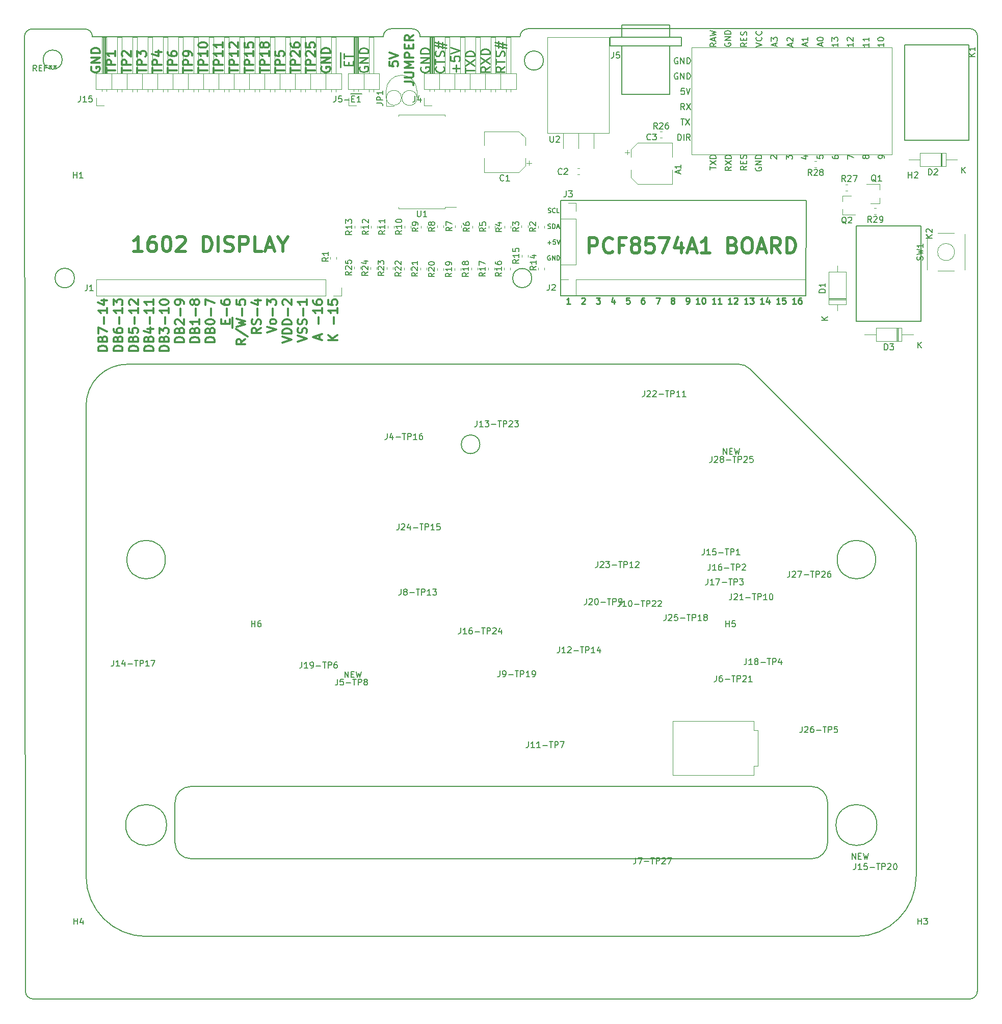
<source format=gto>
G04 #@! TF.GenerationSoftware,KiCad,Pcbnew,(5.1.5)-3*
G04 #@! TF.CreationDate,2020-08-17T08:43:25+02:00*
G04 #@! TF.ProjectId,carecasetester,63617265-6361-4736-9574-65737465722e,rev?*
G04 #@! TF.SameCoordinates,Original*
G04 #@! TF.FileFunction,Legend,Top*
G04 #@! TF.FilePolarity,Positive*
%FSLAX46Y46*%
G04 Gerber Fmt 4.6, Leading zero omitted, Abs format (unit mm)*
G04 Created by KiCad (PCBNEW (5.1.5)-3) date 2020-08-17 08:43:25*
%MOMM*%
%LPD*%
G04 APERTURE LIST*
%ADD10C,0.300000*%
%ADD11C,0.500000*%
%ADD12C,0.150000*%
G04 #@! TA.AperFunction,Profile*
%ADD13C,0.200000*%
G04 #@! TD*
%ADD14C,0.250000*%
%ADD15C,0.187500*%
%ADD16C,0.200000*%
%ADD17C,0.100000*%
%ADD18C,0.120000*%
G04 APERTURE END LIST*
D10*
X90743571Y-62780714D02*
X89243571Y-62780714D01*
X89243571Y-62423571D01*
X89315000Y-62209285D01*
X89457857Y-62066428D01*
X89600714Y-61994999D01*
X89886428Y-61923571D01*
X90100714Y-61923571D01*
X90386428Y-61994999D01*
X90529285Y-62066428D01*
X90672142Y-62209285D01*
X90743571Y-62423571D01*
X90743571Y-62780714D01*
X89957857Y-60780714D02*
X90029285Y-60566428D01*
X90100714Y-60494999D01*
X90243571Y-60423571D01*
X90457857Y-60423571D01*
X90600714Y-60494999D01*
X90672142Y-60566428D01*
X90743571Y-60709285D01*
X90743571Y-61280714D01*
X89243571Y-61280714D01*
X89243571Y-60780714D01*
X89315000Y-60637857D01*
X89386428Y-60566428D01*
X89529285Y-60494999D01*
X89672142Y-60494999D01*
X89815000Y-60566428D01*
X89886428Y-60637857D01*
X89957857Y-60780714D01*
X89957857Y-61280714D01*
X89243571Y-59923571D02*
X89243571Y-58923571D01*
X90743571Y-59566428D01*
X90172142Y-58352142D02*
X90172142Y-57209285D01*
X90743571Y-55709285D02*
X90743571Y-56566428D01*
X90743571Y-56137857D02*
X89243571Y-56137857D01*
X89457857Y-56280714D01*
X89600714Y-56423571D01*
X89672142Y-56566428D01*
X89743571Y-54423571D02*
X90743571Y-54423571D01*
X89172142Y-54780714D02*
X90243571Y-55137857D01*
X90243571Y-54209285D01*
X93293571Y-62780714D02*
X91793571Y-62780714D01*
X91793571Y-62423571D01*
X91865000Y-62209285D01*
X92007857Y-62066428D01*
X92150714Y-61994999D01*
X92436428Y-61923571D01*
X92650714Y-61923571D01*
X92936428Y-61994999D01*
X93079285Y-62066428D01*
X93222142Y-62209285D01*
X93293571Y-62423571D01*
X93293571Y-62780714D01*
X92507857Y-60780714D02*
X92579285Y-60566428D01*
X92650714Y-60494999D01*
X92793571Y-60423571D01*
X93007857Y-60423571D01*
X93150714Y-60494999D01*
X93222142Y-60566428D01*
X93293571Y-60709285D01*
X93293571Y-61280714D01*
X91793571Y-61280714D01*
X91793571Y-60780714D01*
X91865000Y-60637857D01*
X91936428Y-60566428D01*
X92079285Y-60494999D01*
X92222142Y-60494999D01*
X92365000Y-60566428D01*
X92436428Y-60637857D01*
X92507857Y-60780714D01*
X92507857Y-61280714D01*
X91793571Y-59137857D02*
X91793571Y-59423571D01*
X91865000Y-59566428D01*
X91936428Y-59637857D01*
X92150714Y-59780714D01*
X92436428Y-59852142D01*
X93007857Y-59852142D01*
X93150714Y-59780714D01*
X93222142Y-59709285D01*
X93293571Y-59566428D01*
X93293571Y-59280714D01*
X93222142Y-59137857D01*
X93150714Y-59066428D01*
X93007857Y-58994999D01*
X92650714Y-58994999D01*
X92507857Y-59066428D01*
X92436428Y-59137857D01*
X92365000Y-59280714D01*
X92365000Y-59566428D01*
X92436428Y-59709285D01*
X92507857Y-59780714D01*
X92650714Y-59852142D01*
X92722142Y-58352142D02*
X92722142Y-57209285D01*
X93293571Y-55709285D02*
X93293571Y-56566428D01*
X93293571Y-56137857D02*
X91793571Y-56137857D01*
X92007857Y-56280714D01*
X92150714Y-56423571D01*
X92222142Y-56566428D01*
X91793571Y-55209285D02*
X91793571Y-54280714D01*
X92365000Y-54780714D01*
X92365000Y-54566428D01*
X92436428Y-54423571D01*
X92507857Y-54352142D01*
X92650714Y-54280714D01*
X93007857Y-54280714D01*
X93150714Y-54352142D01*
X93222142Y-54423571D01*
X93293571Y-54566428D01*
X93293571Y-54995000D01*
X93222142Y-55137857D01*
X93150714Y-55209285D01*
X95843571Y-62780714D02*
X94343571Y-62780714D01*
X94343571Y-62423571D01*
X94415000Y-62209285D01*
X94557857Y-62066428D01*
X94700714Y-61994999D01*
X94986428Y-61923571D01*
X95200714Y-61923571D01*
X95486428Y-61994999D01*
X95629285Y-62066428D01*
X95772142Y-62209285D01*
X95843571Y-62423571D01*
X95843571Y-62780714D01*
X95057857Y-60780714D02*
X95129285Y-60566428D01*
X95200714Y-60494999D01*
X95343571Y-60423571D01*
X95557857Y-60423571D01*
X95700714Y-60494999D01*
X95772142Y-60566428D01*
X95843571Y-60709285D01*
X95843571Y-61280714D01*
X94343571Y-61280714D01*
X94343571Y-60780714D01*
X94415000Y-60637857D01*
X94486428Y-60566428D01*
X94629285Y-60494999D01*
X94772142Y-60494999D01*
X94915000Y-60566428D01*
X94986428Y-60637857D01*
X95057857Y-60780714D01*
X95057857Y-61280714D01*
X94343571Y-59066428D02*
X94343571Y-59780714D01*
X95057857Y-59852142D01*
X94986428Y-59780714D01*
X94915000Y-59637857D01*
X94915000Y-59280714D01*
X94986428Y-59137857D01*
X95057857Y-59066428D01*
X95200714Y-58994999D01*
X95557857Y-58994999D01*
X95700714Y-59066428D01*
X95772142Y-59137857D01*
X95843571Y-59280714D01*
X95843571Y-59637857D01*
X95772142Y-59780714D01*
X95700714Y-59852142D01*
X95272142Y-58352142D02*
X95272142Y-57209285D01*
X95843571Y-55709285D02*
X95843571Y-56566428D01*
X95843571Y-56137857D02*
X94343571Y-56137857D01*
X94557857Y-56280714D01*
X94700714Y-56423571D01*
X94772142Y-56566428D01*
X94486428Y-55137857D02*
X94415000Y-55066428D01*
X94343571Y-54923571D01*
X94343571Y-54566428D01*
X94415000Y-54423571D01*
X94486428Y-54352142D01*
X94629285Y-54280714D01*
X94772142Y-54280714D01*
X94986428Y-54352142D01*
X95843571Y-55209285D01*
X95843571Y-54280714D01*
X98393571Y-62780714D02*
X96893571Y-62780714D01*
X96893571Y-62423571D01*
X96965000Y-62209285D01*
X97107857Y-62066428D01*
X97250714Y-61994999D01*
X97536428Y-61923571D01*
X97750714Y-61923571D01*
X98036428Y-61994999D01*
X98179285Y-62066428D01*
X98322142Y-62209285D01*
X98393571Y-62423571D01*
X98393571Y-62780714D01*
X97607857Y-60780714D02*
X97679285Y-60566428D01*
X97750714Y-60494999D01*
X97893571Y-60423571D01*
X98107857Y-60423571D01*
X98250714Y-60494999D01*
X98322142Y-60566428D01*
X98393571Y-60709285D01*
X98393571Y-61280714D01*
X96893571Y-61280714D01*
X96893571Y-60780714D01*
X96965000Y-60637857D01*
X97036428Y-60566428D01*
X97179285Y-60494999D01*
X97322142Y-60494999D01*
X97465000Y-60566428D01*
X97536428Y-60637857D01*
X97607857Y-60780714D01*
X97607857Y-61280714D01*
X97393571Y-59137857D02*
X98393571Y-59137857D01*
X96822142Y-59494999D02*
X97893571Y-59852142D01*
X97893571Y-58923571D01*
X97822142Y-58352142D02*
X97822142Y-57209285D01*
X98393571Y-55709285D02*
X98393571Y-56566428D01*
X98393571Y-56137857D02*
X96893571Y-56137857D01*
X97107857Y-56280714D01*
X97250714Y-56423571D01*
X97322142Y-56566428D01*
X98393571Y-54280714D02*
X98393571Y-55137857D01*
X98393571Y-54709285D02*
X96893571Y-54709285D01*
X97107857Y-54852142D01*
X97250714Y-54995000D01*
X97322142Y-55137857D01*
X100943571Y-62780714D02*
X99443571Y-62780714D01*
X99443571Y-62423571D01*
X99515000Y-62209285D01*
X99657857Y-62066428D01*
X99800714Y-61994999D01*
X100086428Y-61923571D01*
X100300714Y-61923571D01*
X100586428Y-61994999D01*
X100729285Y-62066428D01*
X100872142Y-62209285D01*
X100943571Y-62423571D01*
X100943571Y-62780714D01*
X100157857Y-60780714D02*
X100229285Y-60566428D01*
X100300714Y-60494999D01*
X100443571Y-60423571D01*
X100657857Y-60423571D01*
X100800714Y-60494999D01*
X100872142Y-60566428D01*
X100943571Y-60709285D01*
X100943571Y-61280714D01*
X99443571Y-61280714D01*
X99443571Y-60780714D01*
X99515000Y-60637857D01*
X99586428Y-60566428D01*
X99729285Y-60494999D01*
X99872142Y-60494999D01*
X100015000Y-60566428D01*
X100086428Y-60637857D01*
X100157857Y-60780714D01*
X100157857Y-61280714D01*
X99443571Y-59923571D02*
X99443571Y-58994999D01*
X100015000Y-59494999D01*
X100015000Y-59280714D01*
X100086428Y-59137857D01*
X100157857Y-59066428D01*
X100300714Y-58994999D01*
X100657857Y-58994999D01*
X100800714Y-59066428D01*
X100872142Y-59137857D01*
X100943571Y-59280714D01*
X100943571Y-59709285D01*
X100872142Y-59852142D01*
X100800714Y-59923571D01*
X100372142Y-58352142D02*
X100372142Y-57209285D01*
X100943571Y-55709285D02*
X100943571Y-56566428D01*
X100943571Y-56137857D02*
X99443571Y-56137857D01*
X99657857Y-56280714D01*
X99800714Y-56423571D01*
X99872142Y-56566428D01*
X99443571Y-54780714D02*
X99443571Y-54637857D01*
X99515000Y-54495000D01*
X99586428Y-54423571D01*
X99729285Y-54352142D01*
X100015000Y-54280714D01*
X100372142Y-54280714D01*
X100657857Y-54352142D01*
X100800714Y-54423571D01*
X100872142Y-54495000D01*
X100943571Y-54637857D01*
X100943571Y-54780714D01*
X100872142Y-54923571D01*
X100800714Y-54995000D01*
X100657857Y-55066428D01*
X100372142Y-55137857D01*
X100015000Y-55137857D01*
X99729285Y-55066428D01*
X99586428Y-54995000D01*
X99515000Y-54923571D01*
X99443571Y-54780714D01*
X103493571Y-61352142D02*
X101993571Y-61352142D01*
X101993571Y-60995000D01*
X102065000Y-60780714D01*
X102207857Y-60637857D01*
X102350714Y-60566428D01*
X102636428Y-60495000D01*
X102850714Y-60495000D01*
X103136428Y-60566428D01*
X103279285Y-60637857D01*
X103422142Y-60780714D01*
X103493571Y-60995000D01*
X103493571Y-61352142D01*
X102707857Y-59352142D02*
X102779285Y-59137857D01*
X102850714Y-59066428D01*
X102993571Y-58995000D01*
X103207857Y-58995000D01*
X103350714Y-59066428D01*
X103422142Y-59137857D01*
X103493571Y-59280714D01*
X103493571Y-59852142D01*
X101993571Y-59852142D01*
X101993571Y-59352142D01*
X102065000Y-59209285D01*
X102136428Y-59137857D01*
X102279285Y-59066428D01*
X102422142Y-59066428D01*
X102565000Y-59137857D01*
X102636428Y-59209285D01*
X102707857Y-59352142D01*
X102707857Y-59852142D01*
X102136428Y-58423571D02*
X102065000Y-58352142D01*
X101993571Y-58209285D01*
X101993571Y-57852142D01*
X102065000Y-57709285D01*
X102136428Y-57637857D01*
X102279285Y-57566428D01*
X102422142Y-57566428D01*
X102636428Y-57637857D01*
X103493571Y-58495000D01*
X103493571Y-57566428D01*
X102922142Y-56923571D02*
X102922142Y-55780714D01*
X103493571Y-54995000D02*
X103493571Y-54709285D01*
X103422142Y-54566428D01*
X103350714Y-54495000D01*
X103136428Y-54352142D01*
X102850714Y-54280714D01*
X102279285Y-54280714D01*
X102136428Y-54352142D01*
X102065000Y-54423571D01*
X101993571Y-54566428D01*
X101993571Y-54852142D01*
X102065000Y-54995000D01*
X102136428Y-55066428D01*
X102279285Y-55137857D01*
X102636428Y-55137857D01*
X102779285Y-55066428D01*
X102850714Y-54995000D01*
X102922142Y-54852142D01*
X102922142Y-54566428D01*
X102850714Y-54423571D01*
X102779285Y-54352142D01*
X102636428Y-54280714D01*
X106043571Y-61352142D02*
X104543571Y-61352142D01*
X104543571Y-60995000D01*
X104615000Y-60780714D01*
X104757857Y-60637857D01*
X104900714Y-60566428D01*
X105186428Y-60495000D01*
X105400714Y-60495000D01*
X105686428Y-60566428D01*
X105829285Y-60637857D01*
X105972142Y-60780714D01*
X106043571Y-60995000D01*
X106043571Y-61352142D01*
X105257857Y-59352142D02*
X105329285Y-59137857D01*
X105400714Y-59066428D01*
X105543571Y-58995000D01*
X105757857Y-58995000D01*
X105900714Y-59066428D01*
X105972142Y-59137857D01*
X106043571Y-59280714D01*
X106043571Y-59852142D01*
X104543571Y-59852142D01*
X104543571Y-59352142D01*
X104615000Y-59209285D01*
X104686428Y-59137857D01*
X104829285Y-59066428D01*
X104972142Y-59066428D01*
X105115000Y-59137857D01*
X105186428Y-59209285D01*
X105257857Y-59352142D01*
X105257857Y-59852142D01*
X106043571Y-57566428D02*
X106043571Y-58423571D01*
X106043571Y-57995000D02*
X104543571Y-57995000D01*
X104757857Y-58137857D01*
X104900714Y-58280714D01*
X104972142Y-58423571D01*
X105472142Y-56923571D02*
X105472142Y-55780714D01*
X105186428Y-54852142D02*
X105115000Y-54995000D01*
X105043571Y-55066428D01*
X104900714Y-55137857D01*
X104829285Y-55137857D01*
X104686428Y-55066428D01*
X104615000Y-54995000D01*
X104543571Y-54852142D01*
X104543571Y-54566428D01*
X104615000Y-54423571D01*
X104686428Y-54352142D01*
X104829285Y-54280714D01*
X104900714Y-54280714D01*
X105043571Y-54352142D01*
X105115000Y-54423571D01*
X105186428Y-54566428D01*
X105186428Y-54852142D01*
X105257857Y-54995000D01*
X105329285Y-55066428D01*
X105472142Y-55137857D01*
X105757857Y-55137857D01*
X105900714Y-55066428D01*
X105972142Y-54995000D01*
X106043571Y-54852142D01*
X106043571Y-54566428D01*
X105972142Y-54423571D01*
X105900714Y-54352142D01*
X105757857Y-54280714D01*
X105472142Y-54280714D01*
X105329285Y-54352142D01*
X105257857Y-54423571D01*
X105186428Y-54566428D01*
X108593571Y-61352142D02*
X107093571Y-61352142D01*
X107093571Y-60995000D01*
X107165000Y-60780714D01*
X107307857Y-60637857D01*
X107450714Y-60566428D01*
X107736428Y-60495000D01*
X107950714Y-60495000D01*
X108236428Y-60566428D01*
X108379285Y-60637857D01*
X108522142Y-60780714D01*
X108593571Y-60995000D01*
X108593571Y-61352142D01*
X107807857Y-59352142D02*
X107879285Y-59137857D01*
X107950714Y-59066428D01*
X108093571Y-58995000D01*
X108307857Y-58995000D01*
X108450714Y-59066428D01*
X108522142Y-59137857D01*
X108593571Y-59280714D01*
X108593571Y-59852142D01*
X107093571Y-59852142D01*
X107093571Y-59352142D01*
X107165000Y-59209285D01*
X107236428Y-59137857D01*
X107379285Y-59066428D01*
X107522142Y-59066428D01*
X107665000Y-59137857D01*
X107736428Y-59209285D01*
X107807857Y-59352142D01*
X107807857Y-59852142D01*
X107093571Y-58066428D02*
X107093571Y-57923571D01*
X107165000Y-57780714D01*
X107236428Y-57709285D01*
X107379285Y-57637857D01*
X107665000Y-57566428D01*
X108022142Y-57566428D01*
X108307857Y-57637857D01*
X108450714Y-57709285D01*
X108522142Y-57780714D01*
X108593571Y-57923571D01*
X108593571Y-58066428D01*
X108522142Y-58209285D01*
X108450714Y-58280714D01*
X108307857Y-58352142D01*
X108022142Y-58423571D01*
X107665000Y-58423571D01*
X107379285Y-58352142D01*
X107236428Y-58280714D01*
X107165000Y-58209285D01*
X107093571Y-58066428D01*
X108022142Y-56923571D02*
X108022142Y-55780714D01*
X107093571Y-55209285D02*
X107093571Y-54209285D01*
X108593571Y-54852142D01*
X110357857Y-58280714D02*
X110357857Y-57780714D01*
X111143571Y-57566428D02*
X111143571Y-58280714D01*
X109643571Y-58280714D01*
X109643571Y-57566428D01*
X110572142Y-56923571D02*
X110572142Y-55780714D01*
X109643571Y-54423571D02*
X109643571Y-54709285D01*
X109715000Y-54852142D01*
X109786428Y-54923571D01*
X110000714Y-55066428D01*
X110286428Y-55137857D01*
X110857857Y-55137857D01*
X111000714Y-55066428D01*
X111072142Y-54995000D01*
X111143571Y-54852142D01*
X111143571Y-54566428D01*
X111072142Y-54423571D01*
X111000714Y-54352142D01*
X110857857Y-54280714D01*
X110500714Y-54280714D01*
X110357857Y-54352142D01*
X110286428Y-54423571D01*
X110215000Y-54566428D01*
X110215000Y-54852142D01*
X110286428Y-54995000D01*
X110357857Y-55066428D01*
X110500714Y-55137857D01*
X113693571Y-60852142D02*
X112979285Y-61352142D01*
X113693571Y-61709285D02*
X112193571Y-61709285D01*
X112193571Y-61137857D01*
X112265000Y-60995000D01*
X112336428Y-60923571D01*
X112479285Y-60852142D01*
X112693571Y-60852142D01*
X112836428Y-60923571D01*
X112907857Y-60995000D01*
X112979285Y-61137857D01*
X112979285Y-61709285D01*
X112122142Y-59137857D02*
X114050714Y-60423571D01*
X111545000Y-58995000D02*
X111545000Y-57280714D01*
X112193571Y-58780714D02*
X113693571Y-58423571D01*
X112622142Y-58137857D01*
X113693571Y-57852142D01*
X112193571Y-57495000D01*
X113122142Y-56923571D02*
X113122142Y-55780714D01*
X112193571Y-54352142D02*
X112193571Y-55066428D01*
X112907857Y-55137857D01*
X112836428Y-55066428D01*
X112765000Y-54923571D01*
X112765000Y-54566428D01*
X112836428Y-54423571D01*
X112907857Y-54352142D01*
X113050714Y-54280714D01*
X113407857Y-54280714D01*
X113550714Y-54352142D01*
X113622142Y-54423571D01*
X113693571Y-54566428D01*
X113693571Y-54923571D01*
X113622142Y-55066428D01*
X113550714Y-55137857D01*
X116243571Y-58995000D02*
X115529285Y-59495000D01*
X116243571Y-59852142D02*
X114743571Y-59852142D01*
X114743571Y-59280714D01*
X114815000Y-59137857D01*
X114886428Y-59066428D01*
X115029285Y-58995000D01*
X115243571Y-58995000D01*
X115386428Y-59066428D01*
X115457857Y-59137857D01*
X115529285Y-59280714D01*
X115529285Y-59852142D01*
X116172142Y-58423571D02*
X116243571Y-58209285D01*
X116243571Y-57852142D01*
X116172142Y-57709285D01*
X116100714Y-57637857D01*
X115957857Y-57566428D01*
X115815000Y-57566428D01*
X115672142Y-57637857D01*
X115600714Y-57709285D01*
X115529285Y-57852142D01*
X115457857Y-58137857D01*
X115386428Y-58280714D01*
X115315000Y-58352142D01*
X115172142Y-58423571D01*
X115029285Y-58423571D01*
X114886428Y-58352142D01*
X114815000Y-58280714D01*
X114743571Y-58137857D01*
X114743571Y-57780714D01*
X114815000Y-57566428D01*
X115672142Y-56923571D02*
X115672142Y-55780714D01*
X115243571Y-54423571D02*
X116243571Y-54423571D01*
X114672142Y-54780714D02*
X115743571Y-55137857D01*
X115743571Y-54209285D01*
X117293571Y-59780714D02*
X118793571Y-59280714D01*
X117293571Y-58780714D01*
X118793571Y-58066428D02*
X118722142Y-58209285D01*
X118650714Y-58280714D01*
X118507857Y-58352142D01*
X118079285Y-58352142D01*
X117936428Y-58280714D01*
X117865000Y-58209285D01*
X117793571Y-58066428D01*
X117793571Y-57852142D01*
X117865000Y-57709285D01*
X117936428Y-57637857D01*
X118079285Y-57566428D01*
X118507857Y-57566428D01*
X118650714Y-57637857D01*
X118722142Y-57709285D01*
X118793571Y-57852142D01*
X118793571Y-58066428D01*
X118222142Y-56923571D02*
X118222142Y-55780714D01*
X117293571Y-55209285D02*
X117293571Y-54280714D01*
X117865000Y-54780714D01*
X117865000Y-54566428D01*
X117936428Y-54423571D01*
X118007857Y-54352142D01*
X118150714Y-54280714D01*
X118507857Y-54280714D01*
X118650714Y-54352142D01*
X118722142Y-54423571D01*
X118793571Y-54566428D01*
X118793571Y-54995000D01*
X118722142Y-55137857D01*
X118650714Y-55209285D01*
X119843571Y-61423571D02*
X121343571Y-60923571D01*
X119843571Y-60423571D01*
X121343571Y-59923571D02*
X119843571Y-59923571D01*
X119843571Y-59566428D01*
X119915000Y-59352142D01*
X120057857Y-59209285D01*
X120200714Y-59137857D01*
X120486428Y-59066428D01*
X120700714Y-59066428D01*
X120986428Y-59137857D01*
X121129285Y-59209285D01*
X121272142Y-59352142D01*
X121343571Y-59566428D01*
X121343571Y-59923571D01*
X121343571Y-58423571D02*
X119843571Y-58423571D01*
X119843571Y-58066428D01*
X119915000Y-57852142D01*
X120057857Y-57709285D01*
X120200714Y-57637857D01*
X120486428Y-57566428D01*
X120700714Y-57566428D01*
X120986428Y-57637857D01*
X121129285Y-57709285D01*
X121272142Y-57852142D01*
X121343571Y-58066428D01*
X121343571Y-58423571D01*
X120772142Y-56923571D02*
X120772142Y-55780714D01*
X119986428Y-55137857D02*
X119915000Y-55066428D01*
X119843571Y-54923571D01*
X119843571Y-54566428D01*
X119915000Y-54423571D01*
X119986428Y-54352142D01*
X120129285Y-54280714D01*
X120272142Y-54280714D01*
X120486428Y-54352142D01*
X121343571Y-55209285D01*
X121343571Y-54280714D01*
X122393571Y-61280714D02*
X123893571Y-60780714D01*
X122393571Y-60280714D01*
X123822142Y-59852142D02*
X123893571Y-59637857D01*
X123893571Y-59280714D01*
X123822142Y-59137857D01*
X123750714Y-59066428D01*
X123607857Y-58995000D01*
X123465000Y-58995000D01*
X123322142Y-59066428D01*
X123250714Y-59137857D01*
X123179285Y-59280714D01*
X123107857Y-59566428D01*
X123036428Y-59709285D01*
X122965000Y-59780714D01*
X122822142Y-59852142D01*
X122679285Y-59852142D01*
X122536428Y-59780714D01*
X122465000Y-59709285D01*
X122393571Y-59566428D01*
X122393571Y-59209285D01*
X122465000Y-58995000D01*
X123822142Y-58423571D02*
X123893571Y-58209285D01*
X123893571Y-57852142D01*
X123822142Y-57709285D01*
X123750714Y-57637857D01*
X123607857Y-57566428D01*
X123465000Y-57566428D01*
X123322142Y-57637857D01*
X123250714Y-57709285D01*
X123179285Y-57852142D01*
X123107857Y-58137857D01*
X123036428Y-58280714D01*
X122965000Y-58352142D01*
X122822142Y-58423571D01*
X122679285Y-58423571D01*
X122536428Y-58352142D01*
X122465000Y-58280714D01*
X122393571Y-58137857D01*
X122393571Y-57780714D01*
X122465000Y-57566428D01*
X123322142Y-56923571D02*
X123322142Y-55780714D01*
X123893571Y-54280714D02*
X123893571Y-55137857D01*
X123893571Y-54709285D02*
X122393571Y-54709285D01*
X122607857Y-54852142D01*
X122750714Y-54995000D01*
X122822142Y-55137857D01*
X126015000Y-60852142D02*
X126015000Y-60137857D01*
X126443571Y-60995000D02*
X124943571Y-60495000D01*
X126443571Y-59995000D01*
X125872142Y-58352142D02*
X125872142Y-57209285D01*
X126443571Y-55709285D02*
X126443571Y-56566428D01*
X126443571Y-56137857D02*
X124943571Y-56137857D01*
X125157857Y-56280714D01*
X125300714Y-56423571D01*
X125372142Y-56566428D01*
X124943571Y-54423571D02*
X124943571Y-54709285D01*
X125015000Y-54852142D01*
X125086428Y-54923571D01*
X125300714Y-55066428D01*
X125586428Y-55137857D01*
X126157857Y-55137857D01*
X126300714Y-55066428D01*
X126372142Y-54995000D01*
X126443571Y-54852142D01*
X126443571Y-54566428D01*
X126372142Y-54423571D01*
X126300714Y-54352142D01*
X126157857Y-54280714D01*
X125800714Y-54280714D01*
X125657857Y-54352142D01*
X125586428Y-54423571D01*
X125515000Y-54566428D01*
X125515000Y-54852142D01*
X125586428Y-54995000D01*
X125657857Y-55066428D01*
X125800714Y-55137857D01*
X128993571Y-60995000D02*
X127493571Y-60995000D01*
X128993571Y-60137857D02*
X128136428Y-60780714D01*
X127493571Y-60137857D02*
X128350714Y-60995000D01*
X128422142Y-58352142D02*
X128422142Y-57209285D01*
X128993571Y-55709285D02*
X128993571Y-56566428D01*
X128993571Y-56137857D02*
X127493571Y-56137857D01*
X127707857Y-56280714D01*
X127850714Y-56423571D01*
X127922142Y-56566428D01*
X127493571Y-54352142D02*
X127493571Y-55066428D01*
X128207857Y-55137857D01*
X128136428Y-55066428D01*
X128065000Y-54923571D01*
X128065000Y-54566428D01*
X128136428Y-54423571D01*
X128207857Y-54352142D01*
X128350714Y-54280714D01*
X128707857Y-54280714D01*
X128850714Y-54352142D01*
X128922142Y-54423571D01*
X128993571Y-54566428D01*
X128993571Y-54923571D01*
X128922142Y-55066428D01*
X128850714Y-55137857D01*
D11*
X96570000Y-46300952D02*
X95141428Y-46300952D01*
X95855714Y-46300952D02*
X95855714Y-43800952D01*
X95617619Y-44158095D01*
X95379523Y-44396190D01*
X95141428Y-44515238D01*
X98712857Y-43800952D02*
X98236666Y-43800952D01*
X97998571Y-43920000D01*
X97879523Y-44039047D01*
X97641428Y-44396190D01*
X97522380Y-44872380D01*
X97522380Y-45824761D01*
X97641428Y-46062857D01*
X97760476Y-46181904D01*
X97998571Y-46300952D01*
X98474761Y-46300952D01*
X98712857Y-46181904D01*
X98831904Y-46062857D01*
X98950952Y-45824761D01*
X98950952Y-45229523D01*
X98831904Y-44991428D01*
X98712857Y-44872380D01*
X98474761Y-44753333D01*
X97998571Y-44753333D01*
X97760476Y-44872380D01*
X97641428Y-44991428D01*
X97522380Y-45229523D01*
X100498571Y-43800952D02*
X100736666Y-43800952D01*
X100974761Y-43920000D01*
X101093809Y-44039047D01*
X101212857Y-44277142D01*
X101331904Y-44753333D01*
X101331904Y-45348571D01*
X101212857Y-45824761D01*
X101093809Y-46062857D01*
X100974761Y-46181904D01*
X100736666Y-46300952D01*
X100498571Y-46300952D01*
X100260476Y-46181904D01*
X100141428Y-46062857D01*
X100022380Y-45824761D01*
X99903333Y-45348571D01*
X99903333Y-44753333D01*
X100022380Y-44277142D01*
X100141428Y-44039047D01*
X100260476Y-43920000D01*
X100498571Y-43800952D01*
X102284285Y-44039047D02*
X102403333Y-43920000D01*
X102641428Y-43800952D01*
X103236666Y-43800952D01*
X103474761Y-43920000D01*
X103593809Y-44039047D01*
X103712857Y-44277142D01*
X103712857Y-44515238D01*
X103593809Y-44872380D01*
X102165238Y-46300952D01*
X103712857Y-46300952D01*
X106689047Y-46300952D02*
X106689047Y-43800952D01*
X107284285Y-43800952D01*
X107641428Y-43920000D01*
X107879523Y-44158095D01*
X107998571Y-44396190D01*
X108117619Y-44872380D01*
X108117619Y-45229523D01*
X107998571Y-45705714D01*
X107879523Y-45943809D01*
X107641428Y-46181904D01*
X107284285Y-46300952D01*
X106689047Y-46300952D01*
X109189047Y-46300952D02*
X109189047Y-43800952D01*
X110260476Y-46181904D02*
X110617619Y-46300952D01*
X111212857Y-46300952D01*
X111450952Y-46181904D01*
X111570000Y-46062857D01*
X111689047Y-45824761D01*
X111689047Y-45586666D01*
X111570000Y-45348571D01*
X111450952Y-45229523D01*
X111212857Y-45110476D01*
X110736666Y-44991428D01*
X110498571Y-44872380D01*
X110379523Y-44753333D01*
X110260476Y-44515238D01*
X110260476Y-44277142D01*
X110379523Y-44039047D01*
X110498571Y-43920000D01*
X110736666Y-43800952D01*
X111331904Y-43800952D01*
X111689047Y-43920000D01*
X112760476Y-46300952D02*
X112760476Y-43800952D01*
X113712857Y-43800952D01*
X113950952Y-43920000D01*
X114070000Y-44039047D01*
X114189047Y-44277142D01*
X114189047Y-44634285D01*
X114070000Y-44872380D01*
X113950952Y-44991428D01*
X113712857Y-45110476D01*
X112760476Y-45110476D01*
X116450952Y-46300952D02*
X115260476Y-46300952D01*
X115260476Y-43800952D01*
X117165238Y-45586666D02*
X118355714Y-45586666D01*
X116927142Y-46300952D02*
X117760476Y-43800952D01*
X118593809Y-46300952D01*
X119903333Y-45110476D02*
X119903333Y-46300952D01*
X119070000Y-43800952D02*
X119903333Y-45110476D01*
X120736666Y-43800952D01*
X170776666Y-46540952D02*
X170776666Y-44040952D01*
X171729047Y-44040952D01*
X171967142Y-44160000D01*
X172086190Y-44279047D01*
X172205238Y-44517142D01*
X172205238Y-44874285D01*
X172086190Y-45112380D01*
X171967142Y-45231428D01*
X171729047Y-45350476D01*
X170776666Y-45350476D01*
X174705238Y-46302857D02*
X174586190Y-46421904D01*
X174229047Y-46540952D01*
X173990952Y-46540952D01*
X173633809Y-46421904D01*
X173395714Y-46183809D01*
X173276666Y-45945714D01*
X173157619Y-45469523D01*
X173157619Y-45112380D01*
X173276666Y-44636190D01*
X173395714Y-44398095D01*
X173633809Y-44160000D01*
X173990952Y-44040952D01*
X174229047Y-44040952D01*
X174586190Y-44160000D01*
X174705238Y-44279047D01*
X176610000Y-45231428D02*
X175776666Y-45231428D01*
X175776666Y-46540952D02*
X175776666Y-44040952D01*
X176967142Y-44040952D01*
X178276666Y-45112380D02*
X178038571Y-44993333D01*
X177919523Y-44874285D01*
X177800476Y-44636190D01*
X177800476Y-44517142D01*
X177919523Y-44279047D01*
X178038571Y-44160000D01*
X178276666Y-44040952D01*
X178752857Y-44040952D01*
X178990952Y-44160000D01*
X179110000Y-44279047D01*
X179229047Y-44517142D01*
X179229047Y-44636190D01*
X179110000Y-44874285D01*
X178990952Y-44993333D01*
X178752857Y-45112380D01*
X178276666Y-45112380D01*
X178038571Y-45231428D01*
X177919523Y-45350476D01*
X177800476Y-45588571D01*
X177800476Y-46064761D01*
X177919523Y-46302857D01*
X178038571Y-46421904D01*
X178276666Y-46540952D01*
X178752857Y-46540952D01*
X178990952Y-46421904D01*
X179110000Y-46302857D01*
X179229047Y-46064761D01*
X179229047Y-45588571D01*
X179110000Y-45350476D01*
X178990952Y-45231428D01*
X178752857Y-45112380D01*
X181490952Y-44040952D02*
X180300476Y-44040952D01*
X180181428Y-45231428D01*
X180300476Y-45112380D01*
X180538571Y-44993333D01*
X181133809Y-44993333D01*
X181371904Y-45112380D01*
X181490952Y-45231428D01*
X181610000Y-45469523D01*
X181610000Y-46064761D01*
X181490952Y-46302857D01*
X181371904Y-46421904D01*
X181133809Y-46540952D01*
X180538571Y-46540952D01*
X180300476Y-46421904D01*
X180181428Y-46302857D01*
X182443333Y-44040952D02*
X184110000Y-44040952D01*
X183038571Y-46540952D01*
X186133809Y-44874285D02*
X186133809Y-46540952D01*
X185538571Y-43921904D02*
X184943333Y-45707619D01*
X186490952Y-45707619D01*
X187324285Y-45826666D02*
X188514761Y-45826666D01*
X187086190Y-46540952D02*
X187919523Y-44040952D01*
X188752857Y-46540952D01*
X190895714Y-46540952D02*
X189467142Y-46540952D01*
X190181428Y-46540952D02*
X190181428Y-44040952D01*
X189943333Y-44398095D01*
X189705238Y-44636190D01*
X189467142Y-44755238D01*
X194705238Y-45231428D02*
X195062380Y-45350476D01*
X195181428Y-45469523D01*
X195300476Y-45707619D01*
X195300476Y-46064761D01*
X195181428Y-46302857D01*
X195062380Y-46421904D01*
X194824285Y-46540952D01*
X193871904Y-46540952D01*
X193871904Y-44040952D01*
X194705238Y-44040952D01*
X194943333Y-44160000D01*
X195062380Y-44279047D01*
X195181428Y-44517142D01*
X195181428Y-44755238D01*
X195062380Y-44993333D01*
X194943333Y-45112380D01*
X194705238Y-45231428D01*
X193871904Y-45231428D01*
X196848095Y-44040952D02*
X197324285Y-44040952D01*
X197562380Y-44160000D01*
X197800476Y-44398095D01*
X197919523Y-44874285D01*
X197919523Y-45707619D01*
X197800476Y-46183809D01*
X197562380Y-46421904D01*
X197324285Y-46540952D01*
X196848095Y-46540952D01*
X196610000Y-46421904D01*
X196371904Y-46183809D01*
X196252857Y-45707619D01*
X196252857Y-44874285D01*
X196371904Y-44398095D01*
X196610000Y-44160000D01*
X196848095Y-44040952D01*
X198871904Y-45826666D02*
X200062380Y-45826666D01*
X198633809Y-46540952D02*
X199467142Y-44040952D01*
X200300476Y-46540952D01*
X202562380Y-46540952D02*
X201729047Y-45350476D01*
X201133809Y-46540952D02*
X201133809Y-44040952D01*
X202086190Y-44040952D01*
X202324285Y-44160000D01*
X202443333Y-44279047D01*
X202562380Y-44517142D01*
X202562380Y-44874285D01*
X202443333Y-45112380D01*
X202324285Y-45231428D01*
X202086190Y-45350476D01*
X201133809Y-45350476D01*
X203633809Y-46540952D02*
X203633809Y-44040952D01*
X204229047Y-44040952D01*
X204586190Y-44160000D01*
X204824285Y-44398095D01*
X204943333Y-44636190D01*
X205062380Y-45112380D01*
X205062380Y-45469523D01*
X204943333Y-45945714D01*
X204824285Y-46183809D01*
X204586190Y-46421904D01*
X204229047Y-46540952D01*
X203633809Y-46540952D01*
D12*
X206830000Y-53680000D02*
X166060000Y-53670000D01*
X166040000Y-37820000D02*
X166050000Y-53670000D01*
X206850000Y-37850000D02*
X206830000Y-53680000D01*
X166040000Y-37820000D02*
X206850000Y-37850000D01*
D13*
X234040000Y-9300000D02*
X160610000Y-9330000D01*
X235330000Y-10590000D02*
X235290000Y-169120000D01*
X78440000Y-170400000D02*
X234000000Y-170410000D01*
X77000000Y-10640000D02*
X77150000Y-169110000D01*
X78290000Y-9350000D02*
X87000000Y-9350000D01*
X77000000Y-10640000D02*
G75*
G02X78290000Y-9350000I1290000J0D01*
G01*
X78440000Y-170400000D02*
G75*
G02X77150000Y-169110000I0J1290000D01*
G01*
X235290000Y-169120000D02*
G75*
G02X234000000Y-170410000I-1290000J0D01*
G01*
X234040000Y-9300000D02*
G75*
G02X235330000Y-10590000I0J-1290000D01*
G01*
X137890000Y-9330000D02*
X141450000Y-9330000D01*
X136600000Y-10620000D02*
X88290000Y-10640000D01*
X136600000Y-10620000D02*
G75*
G02X137890000Y-9330000I1290000J0D01*
G01*
X87000000Y-9350000D02*
G75*
G02X88290000Y-10640000I0J-1290000D01*
G01*
X142740000Y-10620000D02*
X159320000Y-10620000D01*
X159320000Y-10620000D02*
G75*
G02X160610000Y-9330000I1290000J0D01*
G01*
X141450000Y-9330000D02*
G75*
G02X142740000Y-10620000I0J-1290000D01*
G01*
D12*
X214490476Y-147222380D02*
X214490476Y-146222380D01*
X215061904Y-147222380D01*
X215061904Y-146222380D01*
X215538095Y-146698571D02*
X215871428Y-146698571D01*
X216014285Y-147222380D02*
X215538095Y-147222380D01*
X215538095Y-146222380D01*
X216014285Y-146222380D01*
X216347619Y-146222380D02*
X216585714Y-147222380D01*
X216776190Y-146508095D01*
X216966666Y-147222380D01*
X217204761Y-146222380D01*
X130230476Y-117012380D02*
X130230476Y-116012380D01*
X130801904Y-117012380D01*
X130801904Y-116012380D01*
X131278095Y-116488571D02*
X131611428Y-116488571D01*
X131754285Y-117012380D02*
X131278095Y-117012380D01*
X131278095Y-116012380D01*
X131754285Y-116012380D01*
X132087619Y-116012380D02*
X132325714Y-117012380D01*
X132516190Y-116298095D01*
X132706666Y-117012380D01*
X132944761Y-116012380D01*
X193110476Y-79982380D02*
X193110476Y-78982380D01*
X193681904Y-79982380D01*
X193681904Y-78982380D01*
X194158095Y-79458571D02*
X194491428Y-79458571D01*
X194634285Y-79982380D02*
X194158095Y-79982380D01*
X194158095Y-78982380D01*
X194634285Y-78982380D01*
X194967619Y-78982380D02*
X195205714Y-79982380D01*
X195396190Y-79268095D01*
X195586666Y-79982380D01*
X195824761Y-78982380D01*
D10*
X137583571Y-14795714D02*
X137583571Y-15510000D01*
X138297857Y-15581428D01*
X138226428Y-15510000D01*
X138155000Y-15367142D01*
X138155000Y-15010000D01*
X138226428Y-14867142D01*
X138297857Y-14795714D01*
X138440714Y-14724285D01*
X138797857Y-14724285D01*
X138940714Y-14795714D01*
X139012142Y-14867142D01*
X139083571Y-15010000D01*
X139083571Y-15367142D01*
X139012142Y-15510000D01*
X138940714Y-15581428D01*
X137583571Y-14295714D02*
X139083571Y-13795714D01*
X137583571Y-13295714D01*
X140133571Y-18117142D02*
X141205000Y-18117142D01*
X141419285Y-18188571D01*
X141562142Y-18331428D01*
X141633571Y-18545714D01*
X141633571Y-18688571D01*
X140133571Y-17402857D02*
X141347857Y-17402857D01*
X141490714Y-17331428D01*
X141562142Y-17260000D01*
X141633571Y-17117142D01*
X141633571Y-16831428D01*
X141562142Y-16688571D01*
X141490714Y-16617142D01*
X141347857Y-16545714D01*
X140133571Y-16545714D01*
X141633571Y-15831428D02*
X140133571Y-15831428D01*
X141205000Y-15331428D01*
X140133571Y-14831428D01*
X141633571Y-14831428D01*
X141633571Y-14117142D02*
X140133571Y-14117142D01*
X140133571Y-13545714D01*
X140205000Y-13402857D01*
X140276428Y-13331428D01*
X140419285Y-13260000D01*
X140633571Y-13260000D01*
X140776428Y-13331428D01*
X140847857Y-13402857D01*
X140919285Y-13545714D01*
X140919285Y-14117142D01*
X140847857Y-12617142D02*
X140847857Y-12117142D01*
X141633571Y-11902857D02*
X141633571Y-12617142D01*
X140133571Y-12617142D01*
X140133571Y-11902857D01*
X141633571Y-10402857D02*
X140919285Y-10902857D01*
X141633571Y-11260000D02*
X140133571Y-11260000D01*
X140133571Y-10688571D01*
X140205000Y-10545714D01*
X140276428Y-10474285D01*
X140419285Y-10402857D01*
X140633571Y-10402857D01*
X140776428Y-10474285D01*
X140847857Y-10545714D01*
X140919285Y-10688571D01*
X140919285Y-11260000D01*
D14*
X129515000Y-15760000D02*
X129515000Y-14402857D01*
X130812857Y-15402857D02*
X130812857Y-14902857D01*
X131598571Y-14688571D02*
X131598571Y-15402857D01*
X130098571Y-15402857D01*
X130098571Y-14688571D01*
X129515000Y-14402857D02*
X129515000Y-13260000D01*
X130098571Y-14260000D02*
X130098571Y-13402857D01*
X131598571Y-13831428D02*
X130098571Y-13831428D01*
X132670000Y-15652857D02*
X132598571Y-15795714D01*
X132598571Y-16010000D01*
X132670000Y-16224285D01*
X132812857Y-16367142D01*
X132955714Y-16438571D01*
X133241428Y-16510000D01*
X133455714Y-16510000D01*
X133741428Y-16438571D01*
X133884285Y-16367142D01*
X134027142Y-16224285D01*
X134098571Y-16010000D01*
X134098571Y-15867142D01*
X134027142Y-15652857D01*
X133955714Y-15581428D01*
X133455714Y-15581428D01*
X133455714Y-15867142D01*
X134098571Y-14938571D02*
X132598571Y-14938571D01*
X134098571Y-14081428D01*
X132598571Y-14081428D01*
X134098571Y-13367142D02*
X132598571Y-13367142D01*
X132598571Y-13010000D01*
X132670000Y-12795714D01*
X132812857Y-12652857D01*
X132955714Y-12581428D01*
X133241428Y-12510000D01*
X133455714Y-12510000D01*
X133741428Y-12581428D01*
X133884285Y-12652857D01*
X134027142Y-12795714D01*
X134098571Y-13010000D01*
X134098571Y-13367142D01*
X142850000Y-15684642D02*
X142778571Y-15827500D01*
X142778571Y-16041785D01*
X142850000Y-16256071D01*
X142992857Y-16398928D01*
X143135714Y-16470357D01*
X143421428Y-16541785D01*
X143635714Y-16541785D01*
X143921428Y-16470357D01*
X144064285Y-16398928D01*
X144207142Y-16256071D01*
X144278571Y-16041785D01*
X144278571Y-15898928D01*
X144207142Y-15684642D01*
X144135714Y-15613214D01*
X143635714Y-15613214D01*
X143635714Y-15898928D01*
X144278571Y-14970357D02*
X142778571Y-14970357D01*
X144278571Y-14113214D01*
X142778571Y-14113214D01*
X144278571Y-13398928D02*
X142778571Y-13398928D01*
X142778571Y-13041785D01*
X142850000Y-12827500D01*
X142992857Y-12684642D01*
X143135714Y-12613214D01*
X143421428Y-12541785D01*
X143635714Y-12541785D01*
X143921428Y-12613214D01*
X144064285Y-12684642D01*
X144207142Y-12827500D01*
X144278571Y-13041785D01*
X144278571Y-13398928D01*
X146635714Y-15613214D02*
X146707142Y-15684642D01*
X146778571Y-15898928D01*
X146778571Y-16041785D01*
X146707142Y-16256071D01*
X146564285Y-16398928D01*
X146421428Y-16470357D01*
X146135714Y-16541785D01*
X145921428Y-16541785D01*
X145635714Y-16470357D01*
X145492857Y-16398928D01*
X145350000Y-16256071D01*
X145278571Y-16041785D01*
X145278571Y-15898928D01*
X145350000Y-15684642D01*
X145421428Y-15613214D01*
X145278571Y-15184642D02*
X145278571Y-14327500D01*
X146778571Y-14756071D02*
X145278571Y-14756071D01*
X146707142Y-13898928D02*
X146778571Y-13684642D01*
X146778571Y-13327500D01*
X146707142Y-13184642D01*
X146635714Y-13113214D01*
X146492857Y-13041785D01*
X146350000Y-13041785D01*
X146207142Y-13113214D01*
X146135714Y-13184642D01*
X146064285Y-13327500D01*
X145992857Y-13613214D01*
X145921428Y-13756071D01*
X145850000Y-13827500D01*
X145707142Y-13898928D01*
X145564285Y-13898928D01*
X145421428Y-13827500D01*
X145350000Y-13756071D01*
X145278571Y-13613214D01*
X145278571Y-13256071D01*
X145350000Y-13041785D01*
X145778571Y-12470357D02*
X145778571Y-11398928D01*
X145135714Y-12041785D02*
X147064285Y-12470357D01*
X146421428Y-11541785D02*
X146421428Y-12613214D01*
X147064285Y-11970357D02*
X145135714Y-11541785D01*
X148707142Y-16470357D02*
X148707142Y-15327500D01*
X149278571Y-15898928D02*
X148135714Y-15898928D01*
X147778571Y-13898928D02*
X147778571Y-14613214D01*
X148492857Y-14684642D01*
X148421428Y-14613214D01*
X148350000Y-14470357D01*
X148350000Y-14113214D01*
X148421428Y-13970357D01*
X148492857Y-13898928D01*
X148635714Y-13827500D01*
X148992857Y-13827500D01*
X149135714Y-13898928D01*
X149207142Y-13970357D01*
X149278571Y-14113214D01*
X149278571Y-14470357D01*
X149207142Y-14613214D01*
X149135714Y-14684642D01*
X147778571Y-13398928D02*
X149278571Y-12898928D01*
X147778571Y-12398928D01*
X150278571Y-16684642D02*
X150278571Y-15827500D01*
X151778571Y-16256071D02*
X150278571Y-16256071D01*
X150278571Y-15470357D02*
X151778571Y-14470357D01*
X150278571Y-14470357D02*
X151778571Y-15470357D01*
X151778571Y-13898928D02*
X150278571Y-13898928D01*
X150278571Y-13541785D01*
X150350000Y-13327500D01*
X150492857Y-13184642D01*
X150635714Y-13113214D01*
X150921428Y-13041785D01*
X151135714Y-13041785D01*
X151421428Y-13113214D01*
X151564285Y-13184642D01*
X151707142Y-13327500D01*
X151778571Y-13541785D01*
X151778571Y-13898928D01*
X154278571Y-15613214D02*
X153564285Y-16113214D01*
X154278571Y-16470357D02*
X152778571Y-16470357D01*
X152778571Y-15898928D01*
X152850000Y-15756071D01*
X152921428Y-15684642D01*
X153064285Y-15613214D01*
X153278571Y-15613214D01*
X153421428Y-15684642D01*
X153492857Y-15756071D01*
X153564285Y-15898928D01*
X153564285Y-16470357D01*
X152778571Y-15113214D02*
X154278571Y-14113214D01*
X152778571Y-14113214D02*
X154278571Y-15113214D01*
X154278571Y-13541785D02*
X152778571Y-13541785D01*
X152778571Y-13184642D01*
X152850000Y-12970357D01*
X152992857Y-12827500D01*
X153135714Y-12756071D01*
X153421428Y-12684642D01*
X153635714Y-12684642D01*
X153921428Y-12756071D01*
X154064285Y-12827500D01*
X154207142Y-12970357D01*
X154278571Y-13184642D01*
X154278571Y-13541785D01*
X156778571Y-15613214D02*
X156064285Y-16113214D01*
X156778571Y-16470357D02*
X155278571Y-16470357D01*
X155278571Y-15898928D01*
X155350000Y-15756071D01*
X155421428Y-15684642D01*
X155564285Y-15613214D01*
X155778571Y-15613214D01*
X155921428Y-15684642D01*
X155992857Y-15756071D01*
X156064285Y-15898928D01*
X156064285Y-16470357D01*
X155278571Y-15184642D02*
X155278571Y-14327500D01*
X156778571Y-14756071D02*
X155278571Y-14756071D01*
X156707142Y-13898928D02*
X156778571Y-13684642D01*
X156778571Y-13327500D01*
X156707142Y-13184642D01*
X156635714Y-13113214D01*
X156492857Y-13041785D01*
X156350000Y-13041785D01*
X156207142Y-13113214D01*
X156135714Y-13184642D01*
X156064285Y-13327500D01*
X155992857Y-13613214D01*
X155921428Y-13756071D01*
X155850000Y-13827500D01*
X155707142Y-13898928D01*
X155564285Y-13898928D01*
X155421428Y-13827500D01*
X155350000Y-13756071D01*
X155278571Y-13613214D01*
X155278571Y-13256071D01*
X155350000Y-13041785D01*
X155778571Y-12470357D02*
X155778571Y-11398928D01*
X155135714Y-12041785D02*
X157064285Y-12470357D01*
X156421428Y-11541785D02*
X156421428Y-12613214D01*
X157064285Y-11970357D02*
X155135714Y-11541785D01*
D10*
X88125000Y-15672142D02*
X88053571Y-15815000D01*
X88053571Y-16029285D01*
X88125000Y-16243571D01*
X88267857Y-16386428D01*
X88410714Y-16457857D01*
X88696428Y-16529285D01*
X88910714Y-16529285D01*
X89196428Y-16457857D01*
X89339285Y-16386428D01*
X89482142Y-16243571D01*
X89553571Y-16029285D01*
X89553571Y-15886428D01*
X89482142Y-15672142D01*
X89410714Y-15600714D01*
X88910714Y-15600714D01*
X88910714Y-15886428D01*
X89553571Y-14957857D02*
X88053571Y-14957857D01*
X89553571Y-14100714D01*
X88053571Y-14100714D01*
X89553571Y-13386428D02*
X88053571Y-13386428D01*
X88053571Y-13029285D01*
X88125000Y-12815000D01*
X88267857Y-12672142D01*
X88410714Y-12600714D01*
X88696428Y-12529285D01*
X88910714Y-12529285D01*
X89196428Y-12600714D01*
X89339285Y-12672142D01*
X89482142Y-12815000D01*
X89553571Y-13029285D01*
X89553571Y-13386428D01*
X90603571Y-16672142D02*
X90603571Y-15815000D01*
X92103571Y-16243571D02*
X90603571Y-16243571D01*
X92103571Y-15315000D02*
X90603571Y-15315000D01*
X90603571Y-14743571D01*
X90675000Y-14600714D01*
X90746428Y-14529285D01*
X90889285Y-14457857D01*
X91103571Y-14457857D01*
X91246428Y-14529285D01*
X91317857Y-14600714D01*
X91389285Y-14743571D01*
X91389285Y-15315000D01*
X92103571Y-13029285D02*
X92103571Y-13886428D01*
X92103571Y-13457857D02*
X90603571Y-13457857D01*
X90817857Y-13600714D01*
X90960714Y-13743571D01*
X91032142Y-13886428D01*
X93153571Y-16672142D02*
X93153571Y-15815000D01*
X94653571Y-16243571D02*
X93153571Y-16243571D01*
X94653571Y-15315000D02*
X93153571Y-15315000D01*
X93153571Y-14743571D01*
X93225000Y-14600714D01*
X93296428Y-14529285D01*
X93439285Y-14457857D01*
X93653571Y-14457857D01*
X93796428Y-14529285D01*
X93867857Y-14600714D01*
X93939285Y-14743571D01*
X93939285Y-15315000D01*
X93296428Y-13886428D02*
X93225000Y-13815000D01*
X93153571Y-13672142D01*
X93153571Y-13315000D01*
X93225000Y-13172142D01*
X93296428Y-13100714D01*
X93439285Y-13029285D01*
X93582142Y-13029285D01*
X93796428Y-13100714D01*
X94653571Y-13957857D01*
X94653571Y-13029285D01*
X95703571Y-16672142D02*
X95703571Y-15815000D01*
X97203571Y-16243571D02*
X95703571Y-16243571D01*
X97203571Y-15315000D02*
X95703571Y-15315000D01*
X95703571Y-14743571D01*
X95775000Y-14600714D01*
X95846428Y-14529285D01*
X95989285Y-14457857D01*
X96203571Y-14457857D01*
X96346428Y-14529285D01*
X96417857Y-14600714D01*
X96489285Y-14743571D01*
X96489285Y-15315000D01*
X95703571Y-13957857D02*
X95703571Y-13029285D01*
X96275000Y-13529285D01*
X96275000Y-13315000D01*
X96346428Y-13172142D01*
X96417857Y-13100714D01*
X96560714Y-13029285D01*
X96917857Y-13029285D01*
X97060714Y-13100714D01*
X97132142Y-13172142D01*
X97203571Y-13315000D01*
X97203571Y-13743571D01*
X97132142Y-13886428D01*
X97060714Y-13957857D01*
X98253571Y-16672142D02*
X98253571Y-15815000D01*
X99753571Y-16243571D02*
X98253571Y-16243571D01*
X99753571Y-15315000D02*
X98253571Y-15315000D01*
X98253571Y-14743571D01*
X98325000Y-14600714D01*
X98396428Y-14529285D01*
X98539285Y-14457857D01*
X98753571Y-14457857D01*
X98896428Y-14529285D01*
X98967857Y-14600714D01*
X99039285Y-14743571D01*
X99039285Y-15315000D01*
X98753571Y-13172142D02*
X99753571Y-13172142D01*
X98182142Y-13529285D02*
X99253571Y-13886428D01*
X99253571Y-12957857D01*
X100803571Y-16672142D02*
X100803571Y-15815000D01*
X102303571Y-16243571D02*
X100803571Y-16243571D01*
X102303571Y-15315000D02*
X100803571Y-15315000D01*
X100803571Y-14743571D01*
X100875000Y-14600714D01*
X100946428Y-14529285D01*
X101089285Y-14457857D01*
X101303571Y-14457857D01*
X101446428Y-14529285D01*
X101517857Y-14600714D01*
X101589285Y-14743571D01*
X101589285Y-15315000D01*
X100803571Y-13172142D02*
X100803571Y-13457857D01*
X100875000Y-13600714D01*
X100946428Y-13672142D01*
X101160714Y-13815000D01*
X101446428Y-13886428D01*
X102017857Y-13886428D01*
X102160714Y-13815000D01*
X102232142Y-13743571D01*
X102303571Y-13600714D01*
X102303571Y-13315000D01*
X102232142Y-13172142D01*
X102160714Y-13100714D01*
X102017857Y-13029285D01*
X101660714Y-13029285D01*
X101517857Y-13100714D01*
X101446428Y-13172142D01*
X101375000Y-13315000D01*
X101375000Y-13600714D01*
X101446428Y-13743571D01*
X101517857Y-13815000D01*
X101660714Y-13886428D01*
X103353571Y-16672142D02*
X103353571Y-15815000D01*
X104853571Y-16243571D02*
X103353571Y-16243571D01*
X104853571Y-15315000D02*
X103353571Y-15315000D01*
X103353571Y-14743571D01*
X103425000Y-14600714D01*
X103496428Y-14529285D01*
X103639285Y-14457857D01*
X103853571Y-14457857D01*
X103996428Y-14529285D01*
X104067857Y-14600714D01*
X104139285Y-14743571D01*
X104139285Y-15315000D01*
X104853571Y-13743571D02*
X104853571Y-13457857D01*
X104782142Y-13315000D01*
X104710714Y-13243571D01*
X104496428Y-13100714D01*
X104210714Y-13029285D01*
X103639285Y-13029285D01*
X103496428Y-13100714D01*
X103425000Y-13172142D01*
X103353571Y-13315000D01*
X103353571Y-13600714D01*
X103425000Y-13743571D01*
X103496428Y-13815000D01*
X103639285Y-13886428D01*
X103996428Y-13886428D01*
X104139285Y-13815000D01*
X104210714Y-13743571D01*
X104282142Y-13600714D01*
X104282142Y-13315000D01*
X104210714Y-13172142D01*
X104139285Y-13100714D01*
X103996428Y-13029285D01*
X105903571Y-16672142D02*
X105903571Y-15815000D01*
X107403571Y-16243571D02*
X105903571Y-16243571D01*
X107403571Y-15315000D02*
X105903571Y-15315000D01*
X105903571Y-14743571D01*
X105975000Y-14600714D01*
X106046428Y-14529285D01*
X106189285Y-14457857D01*
X106403571Y-14457857D01*
X106546428Y-14529285D01*
X106617857Y-14600714D01*
X106689285Y-14743571D01*
X106689285Y-15315000D01*
X107403571Y-13029285D02*
X107403571Y-13886428D01*
X107403571Y-13457857D02*
X105903571Y-13457857D01*
X106117857Y-13600714D01*
X106260714Y-13743571D01*
X106332142Y-13886428D01*
X105903571Y-12100714D02*
X105903571Y-11957857D01*
X105975000Y-11815000D01*
X106046428Y-11743571D01*
X106189285Y-11672142D01*
X106475000Y-11600714D01*
X106832142Y-11600714D01*
X107117857Y-11672142D01*
X107260714Y-11743571D01*
X107332142Y-11815000D01*
X107403571Y-11957857D01*
X107403571Y-12100714D01*
X107332142Y-12243571D01*
X107260714Y-12315000D01*
X107117857Y-12386428D01*
X106832142Y-12457857D01*
X106475000Y-12457857D01*
X106189285Y-12386428D01*
X106046428Y-12315000D01*
X105975000Y-12243571D01*
X105903571Y-12100714D01*
X108453571Y-16672142D02*
X108453571Y-15815000D01*
X109953571Y-16243571D02*
X108453571Y-16243571D01*
X109953571Y-15315000D02*
X108453571Y-15315000D01*
X108453571Y-14743571D01*
X108525000Y-14600714D01*
X108596428Y-14529285D01*
X108739285Y-14457857D01*
X108953571Y-14457857D01*
X109096428Y-14529285D01*
X109167857Y-14600714D01*
X109239285Y-14743571D01*
X109239285Y-15315000D01*
X109953571Y-13029285D02*
X109953571Y-13886428D01*
X109953571Y-13457857D02*
X108453571Y-13457857D01*
X108667857Y-13600714D01*
X108810714Y-13743571D01*
X108882142Y-13886428D01*
X109953571Y-11600714D02*
X109953571Y-12457857D01*
X109953571Y-12029285D02*
X108453571Y-12029285D01*
X108667857Y-12172142D01*
X108810714Y-12315000D01*
X108882142Y-12457857D01*
X111003571Y-16672142D02*
X111003571Y-15815000D01*
X112503571Y-16243571D02*
X111003571Y-16243571D01*
X112503571Y-15315000D02*
X111003571Y-15315000D01*
X111003571Y-14743571D01*
X111075000Y-14600714D01*
X111146428Y-14529285D01*
X111289285Y-14457857D01*
X111503571Y-14457857D01*
X111646428Y-14529285D01*
X111717857Y-14600714D01*
X111789285Y-14743571D01*
X111789285Y-15315000D01*
X112503571Y-13029285D02*
X112503571Y-13886428D01*
X112503571Y-13457857D02*
X111003571Y-13457857D01*
X111217857Y-13600714D01*
X111360714Y-13743571D01*
X111432142Y-13886428D01*
X111146428Y-12457857D02*
X111075000Y-12386428D01*
X111003571Y-12243571D01*
X111003571Y-11886428D01*
X111075000Y-11743571D01*
X111146428Y-11672142D01*
X111289285Y-11600714D01*
X111432142Y-11600714D01*
X111646428Y-11672142D01*
X112503571Y-12529285D01*
X112503571Y-11600714D01*
X113553571Y-16672142D02*
X113553571Y-15815000D01*
X115053571Y-16243571D02*
X113553571Y-16243571D01*
X115053571Y-15315000D02*
X113553571Y-15315000D01*
X113553571Y-14743571D01*
X113625000Y-14600714D01*
X113696428Y-14529285D01*
X113839285Y-14457857D01*
X114053571Y-14457857D01*
X114196428Y-14529285D01*
X114267857Y-14600714D01*
X114339285Y-14743571D01*
X114339285Y-15315000D01*
X115053571Y-13029285D02*
X115053571Y-13886428D01*
X115053571Y-13457857D02*
X113553571Y-13457857D01*
X113767857Y-13600714D01*
X113910714Y-13743571D01*
X113982142Y-13886428D01*
X113553571Y-11672142D02*
X113553571Y-12386428D01*
X114267857Y-12457857D01*
X114196428Y-12386428D01*
X114125000Y-12243571D01*
X114125000Y-11886428D01*
X114196428Y-11743571D01*
X114267857Y-11672142D01*
X114410714Y-11600714D01*
X114767857Y-11600714D01*
X114910714Y-11672142D01*
X114982142Y-11743571D01*
X115053571Y-11886428D01*
X115053571Y-12243571D01*
X114982142Y-12386428D01*
X114910714Y-12457857D01*
X116103571Y-16672142D02*
X116103571Y-15815000D01*
X117603571Y-16243571D02*
X116103571Y-16243571D01*
X117603571Y-15315000D02*
X116103571Y-15315000D01*
X116103571Y-14743571D01*
X116175000Y-14600714D01*
X116246428Y-14529285D01*
X116389285Y-14457857D01*
X116603571Y-14457857D01*
X116746428Y-14529285D01*
X116817857Y-14600714D01*
X116889285Y-14743571D01*
X116889285Y-15315000D01*
X117603571Y-13029285D02*
X117603571Y-13886428D01*
X117603571Y-13457857D02*
X116103571Y-13457857D01*
X116317857Y-13600714D01*
X116460714Y-13743571D01*
X116532142Y-13886428D01*
X116746428Y-12172142D02*
X116675000Y-12315000D01*
X116603571Y-12386428D01*
X116460714Y-12457857D01*
X116389285Y-12457857D01*
X116246428Y-12386428D01*
X116175000Y-12315000D01*
X116103571Y-12172142D01*
X116103571Y-11886428D01*
X116175000Y-11743571D01*
X116246428Y-11672142D01*
X116389285Y-11600714D01*
X116460714Y-11600714D01*
X116603571Y-11672142D01*
X116675000Y-11743571D01*
X116746428Y-11886428D01*
X116746428Y-12172142D01*
X116817857Y-12315000D01*
X116889285Y-12386428D01*
X117032142Y-12457857D01*
X117317857Y-12457857D01*
X117460714Y-12386428D01*
X117532142Y-12315000D01*
X117603571Y-12172142D01*
X117603571Y-11886428D01*
X117532142Y-11743571D01*
X117460714Y-11672142D01*
X117317857Y-11600714D01*
X117032142Y-11600714D01*
X116889285Y-11672142D01*
X116817857Y-11743571D01*
X116746428Y-11886428D01*
X118653571Y-16672142D02*
X118653571Y-15815000D01*
X120153571Y-16243571D02*
X118653571Y-16243571D01*
X120153571Y-15315000D02*
X118653571Y-15315000D01*
X118653571Y-14743571D01*
X118725000Y-14600714D01*
X118796428Y-14529285D01*
X118939285Y-14457857D01*
X119153571Y-14457857D01*
X119296428Y-14529285D01*
X119367857Y-14600714D01*
X119439285Y-14743571D01*
X119439285Y-15315000D01*
X118653571Y-13100714D02*
X118653571Y-13815000D01*
X119367857Y-13886428D01*
X119296428Y-13815000D01*
X119225000Y-13672142D01*
X119225000Y-13315000D01*
X119296428Y-13172142D01*
X119367857Y-13100714D01*
X119510714Y-13029285D01*
X119867857Y-13029285D01*
X120010714Y-13100714D01*
X120082142Y-13172142D01*
X120153571Y-13315000D01*
X120153571Y-13672142D01*
X120082142Y-13815000D01*
X120010714Y-13886428D01*
X121203571Y-16672142D02*
X121203571Y-15815000D01*
X122703571Y-16243571D02*
X121203571Y-16243571D01*
X122703571Y-15315000D02*
X121203571Y-15315000D01*
X121203571Y-14743571D01*
X121275000Y-14600714D01*
X121346428Y-14529285D01*
X121489285Y-14457857D01*
X121703571Y-14457857D01*
X121846428Y-14529285D01*
X121917857Y-14600714D01*
X121989285Y-14743571D01*
X121989285Y-15315000D01*
X121346428Y-13886428D02*
X121275000Y-13815000D01*
X121203571Y-13672142D01*
X121203571Y-13315000D01*
X121275000Y-13172142D01*
X121346428Y-13100714D01*
X121489285Y-13029285D01*
X121632142Y-13029285D01*
X121846428Y-13100714D01*
X122703571Y-13957857D01*
X122703571Y-13029285D01*
X121203571Y-11743571D02*
X121203571Y-12029285D01*
X121275000Y-12172142D01*
X121346428Y-12243571D01*
X121560714Y-12386428D01*
X121846428Y-12457857D01*
X122417857Y-12457857D01*
X122560714Y-12386428D01*
X122632142Y-12315000D01*
X122703571Y-12172142D01*
X122703571Y-11886428D01*
X122632142Y-11743571D01*
X122560714Y-11672142D01*
X122417857Y-11600714D01*
X122060714Y-11600714D01*
X121917857Y-11672142D01*
X121846428Y-11743571D01*
X121775000Y-11886428D01*
X121775000Y-12172142D01*
X121846428Y-12315000D01*
X121917857Y-12386428D01*
X122060714Y-12457857D01*
X123753571Y-16672142D02*
X123753571Y-15815000D01*
X125253571Y-16243571D02*
X123753571Y-16243571D01*
X125253571Y-15315000D02*
X123753571Y-15315000D01*
X123753571Y-14743571D01*
X123825000Y-14600714D01*
X123896428Y-14529285D01*
X124039285Y-14457857D01*
X124253571Y-14457857D01*
X124396428Y-14529285D01*
X124467857Y-14600714D01*
X124539285Y-14743571D01*
X124539285Y-15315000D01*
X123896428Y-13886428D02*
X123825000Y-13815000D01*
X123753571Y-13672142D01*
X123753571Y-13315000D01*
X123825000Y-13172142D01*
X123896428Y-13100714D01*
X124039285Y-13029285D01*
X124182142Y-13029285D01*
X124396428Y-13100714D01*
X125253571Y-13957857D01*
X125253571Y-13029285D01*
X123753571Y-11672142D02*
X123753571Y-12386428D01*
X124467857Y-12457857D01*
X124396428Y-12386428D01*
X124325000Y-12243571D01*
X124325000Y-11886428D01*
X124396428Y-11743571D01*
X124467857Y-11672142D01*
X124610714Y-11600714D01*
X124967857Y-11600714D01*
X125110714Y-11672142D01*
X125182142Y-11743571D01*
X125253571Y-11886428D01*
X125253571Y-12243571D01*
X125182142Y-12386428D01*
X125110714Y-12457857D01*
X126375000Y-15672142D02*
X126303571Y-15815000D01*
X126303571Y-16029285D01*
X126375000Y-16243571D01*
X126517857Y-16386428D01*
X126660714Y-16457857D01*
X126946428Y-16529285D01*
X127160714Y-16529285D01*
X127446428Y-16457857D01*
X127589285Y-16386428D01*
X127732142Y-16243571D01*
X127803571Y-16029285D01*
X127803571Y-15886428D01*
X127732142Y-15672142D01*
X127660714Y-15600714D01*
X127160714Y-15600714D01*
X127160714Y-15886428D01*
X127803571Y-14957857D02*
X126303571Y-14957857D01*
X127803571Y-14100714D01*
X126303571Y-14100714D01*
X127803571Y-13386428D02*
X126303571Y-13386428D01*
X126303571Y-13029285D01*
X126375000Y-12815000D01*
X126517857Y-12672142D01*
X126660714Y-12600714D01*
X126946428Y-12529285D01*
X127160714Y-12529285D01*
X127446428Y-12600714D01*
X127589285Y-12672142D01*
X127732142Y-12815000D01*
X127803571Y-13029285D01*
X127803571Y-13386428D01*
D15*
X163997142Y-39816071D02*
X164104285Y-39851785D01*
X164282857Y-39851785D01*
X164354285Y-39816071D01*
X164390000Y-39780357D01*
X164425714Y-39708928D01*
X164425714Y-39637500D01*
X164390000Y-39566071D01*
X164354285Y-39530357D01*
X164282857Y-39494642D01*
X164140000Y-39458928D01*
X164068571Y-39423214D01*
X164032857Y-39387500D01*
X163997142Y-39316071D01*
X163997142Y-39244642D01*
X164032857Y-39173214D01*
X164068571Y-39137500D01*
X164140000Y-39101785D01*
X164318571Y-39101785D01*
X164425714Y-39137500D01*
X165175714Y-39780357D02*
X165140000Y-39816071D01*
X165032857Y-39851785D01*
X164961428Y-39851785D01*
X164854285Y-39816071D01*
X164782857Y-39744642D01*
X164747142Y-39673214D01*
X164711428Y-39530357D01*
X164711428Y-39423214D01*
X164747142Y-39280357D01*
X164782857Y-39208928D01*
X164854285Y-39137500D01*
X164961428Y-39101785D01*
X165032857Y-39101785D01*
X165140000Y-39137500D01*
X165175714Y-39173214D01*
X165854285Y-39851785D02*
X165497142Y-39851785D01*
X165497142Y-39101785D01*
X163979285Y-42441071D02*
X164086428Y-42476785D01*
X164265000Y-42476785D01*
X164336428Y-42441071D01*
X164372142Y-42405357D01*
X164407857Y-42333928D01*
X164407857Y-42262500D01*
X164372142Y-42191071D01*
X164336428Y-42155357D01*
X164265000Y-42119642D01*
X164122142Y-42083928D01*
X164050714Y-42048214D01*
X164015000Y-42012500D01*
X163979285Y-41941071D01*
X163979285Y-41869642D01*
X164015000Y-41798214D01*
X164050714Y-41762500D01*
X164122142Y-41726785D01*
X164300714Y-41726785D01*
X164407857Y-41762500D01*
X164729285Y-42476785D02*
X164729285Y-41726785D01*
X164907857Y-41726785D01*
X165015000Y-41762500D01*
X165086428Y-41833928D01*
X165122142Y-41905357D01*
X165157857Y-42048214D01*
X165157857Y-42155357D01*
X165122142Y-42298214D01*
X165086428Y-42369642D01*
X165015000Y-42441071D01*
X164907857Y-42476785D01*
X164729285Y-42476785D01*
X165443571Y-42262500D02*
X165800714Y-42262500D01*
X165372142Y-42476785D02*
X165622142Y-41726785D01*
X165872142Y-42476785D01*
X163925714Y-44816071D02*
X164497142Y-44816071D01*
X164211428Y-45101785D02*
X164211428Y-44530357D01*
X165211428Y-44351785D02*
X164854285Y-44351785D01*
X164818571Y-44708928D01*
X164854285Y-44673214D01*
X164925714Y-44637500D01*
X165104285Y-44637500D01*
X165175714Y-44673214D01*
X165211428Y-44708928D01*
X165247142Y-44780357D01*
X165247142Y-44958928D01*
X165211428Y-45030357D01*
X165175714Y-45066071D01*
X165104285Y-45101785D01*
X164925714Y-45101785D01*
X164854285Y-45066071D01*
X164818571Y-45030357D01*
X165461428Y-44351785D02*
X165711428Y-45101785D01*
X165961428Y-44351785D01*
X164318571Y-47012500D02*
X164247142Y-46976785D01*
X164140000Y-46976785D01*
X164032857Y-47012500D01*
X163961428Y-47083928D01*
X163925714Y-47155357D01*
X163890000Y-47298214D01*
X163890000Y-47405357D01*
X163925714Y-47548214D01*
X163961428Y-47619642D01*
X164032857Y-47691071D01*
X164140000Y-47726785D01*
X164211428Y-47726785D01*
X164318571Y-47691071D01*
X164354285Y-47655357D01*
X164354285Y-47405357D01*
X164211428Y-47405357D01*
X164675714Y-47726785D02*
X164675714Y-46976785D01*
X165104285Y-47726785D01*
X165104285Y-46976785D01*
X165461428Y-47726785D02*
X165461428Y-46976785D01*
X165640000Y-46976785D01*
X165747142Y-47012500D01*
X165818571Y-47083928D01*
X165854285Y-47155357D01*
X165890000Y-47298214D01*
X165890000Y-47405357D01*
X165854285Y-47548214D01*
X165818571Y-47619642D01*
X165747142Y-47691071D01*
X165640000Y-47726785D01*
X165461428Y-47726785D01*
D14*
X167647619Y-54982380D02*
X167076190Y-54982380D01*
X167361904Y-54982380D02*
X167361904Y-53982380D01*
X167266666Y-54125238D01*
X167171428Y-54220476D01*
X167076190Y-54268095D01*
X169552380Y-54077619D02*
X169600000Y-54030000D01*
X169695238Y-53982380D01*
X169933333Y-53982380D01*
X170028571Y-54030000D01*
X170076190Y-54077619D01*
X170123809Y-54172857D01*
X170123809Y-54268095D01*
X170076190Y-54410952D01*
X169504761Y-54982380D01*
X170123809Y-54982380D01*
X171980952Y-53982380D02*
X172600000Y-53982380D01*
X172266666Y-54363333D01*
X172409523Y-54363333D01*
X172504761Y-54410952D01*
X172552380Y-54458571D01*
X172600000Y-54553809D01*
X172600000Y-54791904D01*
X172552380Y-54887142D01*
X172504761Y-54934761D01*
X172409523Y-54982380D01*
X172123809Y-54982380D01*
X172028571Y-54934761D01*
X171980952Y-54887142D01*
X174980952Y-54315714D02*
X174980952Y-54982380D01*
X174742857Y-53934761D02*
X174504761Y-54649047D01*
X175123809Y-54649047D01*
X177504761Y-53982380D02*
X177028571Y-53982380D01*
X176980952Y-54458571D01*
X177028571Y-54410952D01*
X177123809Y-54363333D01*
X177361904Y-54363333D01*
X177457142Y-54410952D01*
X177504761Y-54458571D01*
X177552380Y-54553809D01*
X177552380Y-54791904D01*
X177504761Y-54887142D01*
X177457142Y-54934761D01*
X177361904Y-54982380D01*
X177123809Y-54982380D01*
X177028571Y-54934761D01*
X176980952Y-54887142D01*
X179933333Y-53982380D02*
X179742857Y-53982380D01*
X179647619Y-54030000D01*
X179600000Y-54077619D01*
X179504761Y-54220476D01*
X179457142Y-54410952D01*
X179457142Y-54791904D01*
X179504761Y-54887142D01*
X179552380Y-54934761D01*
X179647619Y-54982380D01*
X179838095Y-54982380D01*
X179933333Y-54934761D01*
X179980952Y-54887142D01*
X180028571Y-54791904D01*
X180028571Y-54553809D01*
X179980952Y-54458571D01*
X179933333Y-54410952D01*
X179838095Y-54363333D01*
X179647619Y-54363333D01*
X179552380Y-54410952D01*
X179504761Y-54458571D01*
X179457142Y-54553809D01*
X181885714Y-53982380D02*
X182552380Y-53982380D01*
X182123809Y-54982380D01*
X184600000Y-54410952D02*
X184504761Y-54363333D01*
X184457142Y-54315714D01*
X184409523Y-54220476D01*
X184409523Y-54172857D01*
X184457142Y-54077619D01*
X184504761Y-54030000D01*
X184600000Y-53982380D01*
X184790476Y-53982380D01*
X184885714Y-54030000D01*
X184933333Y-54077619D01*
X184980952Y-54172857D01*
X184980952Y-54220476D01*
X184933333Y-54315714D01*
X184885714Y-54363333D01*
X184790476Y-54410952D01*
X184600000Y-54410952D01*
X184504761Y-54458571D01*
X184457142Y-54506190D01*
X184409523Y-54601428D01*
X184409523Y-54791904D01*
X184457142Y-54887142D01*
X184504761Y-54934761D01*
X184600000Y-54982380D01*
X184790476Y-54982380D01*
X184885714Y-54934761D01*
X184933333Y-54887142D01*
X184980952Y-54791904D01*
X184980952Y-54601428D01*
X184933333Y-54506190D01*
X184885714Y-54458571D01*
X184790476Y-54410952D01*
X186980952Y-54982380D02*
X187171428Y-54982380D01*
X187266666Y-54934761D01*
X187314285Y-54887142D01*
X187409523Y-54744285D01*
X187457142Y-54553809D01*
X187457142Y-54172857D01*
X187409523Y-54077619D01*
X187361904Y-54030000D01*
X187266666Y-53982380D01*
X187076190Y-53982380D01*
X186980952Y-54030000D01*
X186933333Y-54077619D01*
X186885714Y-54172857D01*
X186885714Y-54410952D01*
X186933333Y-54506190D01*
X186980952Y-54553809D01*
X187076190Y-54601428D01*
X187266666Y-54601428D01*
X187361904Y-54553809D01*
X187409523Y-54506190D01*
X187457142Y-54410952D01*
X189171428Y-54982380D02*
X188600000Y-54982380D01*
X188885714Y-54982380D02*
X188885714Y-53982380D01*
X188790476Y-54125238D01*
X188695238Y-54220476D01*
X188600000Y-54268095D01*
X189790476Y-53982380D02*
X189885714Y-53982380D01*
X189980952Y-54030000D01*
X190028571Y-54077619D01*
X190076190Y-54172857D01*
X190123809Y-54363333D01*
X190123809Y-54601428D01*
X190076190Y-54791904D01*
X190028571Y-54887142D01*
X189980952Y-54934761D01*
X189885714Y-54982380D01*
X189790476Y-54982380D01*
X189695238Y-54934761D01*
X189647619Y-54887142D01*
X189600000Y-54791904D01*
X189552380Y-54601428D01*
X189552380Y-54363333D01*
X189600000Y-54172857D01*
X189647619Y-54077619D01*
X189695238Y-54030000D01*
X189790476Y-53982380D01*
X191838095Y-54982380D02*
X191266666Y-54982380D01*
X191552380Y-54982380D02*
X191552380Y-53982380D01*
X191457142Y-54125238D01*
X191361904Y-54220476D01*
X191266666Y-54268095D01*
X192790476Y-54982380D02*
X192219047Y-54982380D01*
X192504761Y-54982380D02*
X192504761Y-53982380D01*
X192409523Y-54125238D01*
X192314285Y-54220476D01*
X192219047Y-54268095D01*
X194504761Y-54982380D02*
X193933333Y-54982380D01*
X194219047Y-54982380D02*
X194219047Y-53982380D01*
X194123809Y-54125238D01*
X194028571Y-54220476D01*
X193933333Y-54268095D01*
X194885714Y-54077619D02*
X194933333Y-54030000D01*
X195028571Y-53982380D01*
X195266666Y-53982380D01*
X195361904Y-54030000D01*
X195409523Y-54077619D01*
X195457142Y-54172857D01*
X195457142Y-54268095D01*
X195409523Y-54410952D01*
X194838095Y-54982380D01*
X195457142Y-54982380D01*
X197171428Y-54982380D02*
X196600000Y-54982380D01*
X196885714Y-54982380D02*
X196885714Y-53982380D01*
X196790476Y-54125238D01*
X196695238Y-54220476D01*
X196600000Y-54268095D01*
X197504761Y-53982380D02*
X198123809Y-53982380D01*
X197790476Y-54363333D01*
X197933333Y-54363333D01*
X198028571Y-54410952D01*
X198076190Y-54458571D01*
X198123809Y-54553809D01*
X198123809Y-54791904D01*
X198076190Y-54887142D01*
X198028571Y-54934761D01*
X197933333Y-54982380D01*
X197647619Y-54982380D01*
X197552380Y-54934761D01*
X197504761Y-54887142D01*
X199838095Y-54982380D02*
X199266666Y-54982380D01*
X199552380Y-54982380D02*
X199552380Y-53982380D01*
X199457142Y-54125238D01*
X199361904Y-54220476D01*
X199266666Y-54268095D01*
X200695238Y-54315714D02*
X200695238Y-54982380D01*
X200457142Y-53934761D02*
X200219047Y-54649047D01*
X200838095Y-54649047D01*
X202504761Y-54982380D02*
X201933333Y-54982380D01*
X202219047Y-54982380D02*
X202219047Y-53982380D01*
X202123809Y-54125238D01*
X202028571Y-54220476D01*
X201933333Y-54268095D01*
X203409523Y-53982380D02*
X202933333Y-53982380D01*
X202885714Y-54458571D01*
X202933333Y-54410952D01*
X203028571Y-54363333D01*
X203266666Y-54363333D01*
X203361904Y-54410952D01*
X203409523Y-54458571D01*
X203457142Y-54553809D01*
X203457142Y-54791904D01*
X203409523Y-54887142D01*
X203361904Y-54934761D01*
X203266666Y-54982380D01*
X203028571Y-54982380D01*
X202933333Y-54934761D01*
X202885714Y-54887142D01*
X205171428Y-54982380D02*
X204600000Y-54982380D01*
X204885714Y-54982380D02*
X204885714Y-53982380D01*
X204790476Y-54125238D01*
X204695238Y-54220476D01*
X204600000Y-54268095D01*
X206028571Y-53982380D02*
X205838095Y-53982380D01*
X205742857Y-54030000D01*
X205695238Y-54077619D01*
X205600000Y-54220476D01*
X205552380Y-54410952D01*
X205552380Y-54791904D01*
X205600000Y-54887142D01*
X205647619Y-54934761D01*
X205742857Y-54982380D01*
X205933333Y-54982380D01*
X206028571Y-54934761D01*
X206076190Y-54887142D01*
X206123809Y-54791904D01*
X206123809Y-54553809D01*
X206076190Y-54458571D01*
X206028571Y-54410952D01*
X205933333Y-54363333D01*
X205742857Y-54363333D01*
X205647619Y-54410952D01*
X205600000Y-54458571D01*
X205552380Y-54553809D01*
D16*
X195640000Y-65020000D02*
X94180000Y-65020000D01*
D13*
X83280000Y-14450000D02*
G75*
G03X83280000Y-14450000I-1591897J0D01*
G01*
X163220000Y-14600000D02*
G75*
G03X163220000Y-14600000I-1590000J0D01*
G01*
X161280283Y-50710000D02*
G75*
G03X161280283Y-50710000I-1592180J0D01*
G01*
X85310123Y-50710000D02*
G75*
G03X85310123Y-50710000I-1622020J0D01*
G01*
X152660000Y-78311679D02*
G75*
G03X152660000Y-78311679I-1550000J0D01*
G01*
D16*
X87240094Y-71860256D02*
G75*
G02X94160000Y-65020000I6850364J-9762D01*
G01*
X104671152Y-147109678D02*
G75*
G02X102010000Y-144490000I-41152J2619677D01*
G01*
X102010000Y-137780000D02*
X102010000Y-144490000D01*
X102010018Y-137781153D02*
G75*
G02X104629695Y-135120000I2619677J41153D01*
G01*
D13*
X100610000Y-141520000D02*
G75*
G03X100610000Y-141520000I-3400000J0D01*
G01*
D16*
X210410000Y-144460000D02*
X210410000Y-137740000D01*
X210409982Y-144458847D02*
G75*
G02X207790305Y-147120000I-2619677J-41153D01*
G01*
X207748843Y-135120018D02*
G75*
G02X210409996Y-137739695I41153J-2619677D01*
G01*
D13*
X218610000Y-141520000D02*
G75*
G03X218610000Y-141520000I-3400000J0D01*
G01*
D16*
X104630000Y-135120000D02*
X207750000Y-135120000D01*
D17*
X198160000Y-125820000D02*
X198810000Y-125820000D01*
X198160000Y-124270000D02*
X198160000Y-125820000D01*
X184710000Y-124270000D02*
X198160000Y-124270000D01*
X184710000Y-133220000D02*
X184710000Y-124270000D01*
X198160000Y-133220000D02*
X184710000Y-133220000D01*
X198160000Y-131720000D02*
X198160000Y-133220000D01*
X198810000Y-131720000D02*
X198160000Y-131720000D01*
X198810000Y-125820000D02*
X198810000Y-131720000D01*
D16*
X224399641Y-92710631D02*
G75*
G02X225140000Y-94599045I-1859641J-1818415D01*
G01*
X224400000Y-92710000D02*
X197510000Y-65800000D01*
X195670000Y-65019946D02*
G75*
G02X197511695Y-65795663I-10923J-2600052D01*
G01*
D13*
X218410000Y-97450000D02*
G75*
G03X218410000Y-97450000I-3200000J0D01*
G01*
X100410000Y-97450000D02*
G75*
G03X100410000Y-97450000I-3200000J0D01*
G01*
D16*
X104670000Y-147110000D02*
X207790000Y-147120000D01*
X87240000Y-150020000D02*
X87240000Y-71860000D01*
X225130000Y-150020000D02*
X225140000Y-94600000D01*
X97240000Y-160020000D02*
X215130000Y-160020000D01*
X225130000Y-150020000D02*
G75*
G02X215130000Y-160020000I-10000000J0D01*
G01*
X97240000Y-160020000D02*
G75*
G02X87240000Y-150020000I0J10000000D01*
G01*
D18*
G04 #@! TO.C,A1*
X221088000Y-30180000D02*
X221088000Y-12400000D01*
X221088000Y-12400000D02*
X187814000Y-12400000D01*
X187814000Y-12400000D02*
X187814000Y-30180000D01*
X187814000Y-30180000D02*
X221088000Y-30180000D01*
G04 #@! TO.C,D1*
X210580000Y-54320000D02*
X213520000Y-54320000D01*
X210580000Y-54080000D02*
X213520000Y-54080000D01*
X210580000Y-54200000D02*
X213520000Y-54200000D01*
X212050000Y-48640000D02*
X212050000Y-49660000D01*
X212050000Y-56120000D02*
X212050000Y-55100000D01*
X210580000Y-49660000D02*
X210580000Y-55100000D01*
X213520000Y-49660000D02*
X210580000Y-49660000D01*
X213520000Y-55100000D02*
X213520000Y-49660000D01*
X210580000Y-55100000D02*
X213520000Y-55100000D01*
D12*
G04 #@! TO.C,K2*
X215200000Y-42060000D02*
X225900000Y-42060000D01*
X215200000Y-57860000D02*
X215200000Y-42060000D01*
X225900000Y-57860000D02*
X215200000Y-57860000D01*
X225900000Y-42060000D02*
X225900000Y-57860000D01*
D18*
G04 #@! TO.C,R29*
X218133733Y-40080000D02*
X218476267Y-40080000D01*
X218133733Y-39060000D02*
X218476267Y-39060000D01*
G04 #@! TO.C,Q2*
X212850000Y-37050000D02*
X214310000Y-37050000D01*
X212850000Y-40210000D02*
X215010000Y-40210000D01*
X212850000Y-40210000D02*
X212850000Y-39280000D01*
X212850000Y-37050000D02*
X212850000Y-37980000D01*
G04 #@! TO.C,D3*
X222120000Y-61190000D02*
X222120000Y-58950000D01*
X221880000Y-61190000D02*
X221880000Y-58950000D01*
X222000000Y-61190000D02*
X222000000Y-58950000D01*
X216560000Y-60070000D02*
X218480000Y-60070000D01*
X224640000Y-60070000D02*
X222720000Y-60070000D01*
X218480000Y-61190000D02*
X222720000Y-61190000D01*
X218480000Y-58950000D02*
X218480000Y-61190000D01*
X222720000Y-58950000D02*
X218480000Y-58950000D01*
X222720000Y-61190000D02*
X222720000Y-58950000D01*
G04 #@! TO.C,SW1*
X228760000Y-43270000D02*
X231440000Y-43270000D01*
X231440000Y-49510000D02*
X228760000Y-49510000D01*
X226980000Y-49360000D02*
X226980000Y-43420000D01*
X233220000Y-49360000D02*
X233220000Y-43420000D01*
X231514214Y-46390000D02*
G75*
G03X231514214Y-46390000I-1414214J0D01*
G01*
G04 #@! TO.C,JP1*
X137090000Y-19610000D02*
G75*
G02X142189735Y-19573225I2549735J36775D01*
G01*
X142200000Y-19560000D02*
X142200000Y-20820000D01*
X137070000Y-19570000D02*
X137070000Y-20820000D01*
X142209200Y-20810000D02*
G75*
G03X142209200Y-20810000I-1249200J0D01*
G01*
X139610001Y-20780000D02*
G75*
G03X139610001Y-20780000I-1238588J0D01*
G01*
X138410000Y-22150000D02*
X137080000Y-22150000D01*
X137080000Y-22150000D02*
X137080000Y-20820000D01*
G04 #@! TO.C,U2*
X171550000Y-26620000D02*
X171550000Y-29160000D01*
X169010000Y-26620000D02*
X169010000Y-29160000D01*
X166470000Y-26620000D02*
X166470000Y-29160000D01*
X174130000Y-10730000D02*
X174130000Y-26620000D01*
X163890000Y-10730000D02*
X163890000Y-26620000D01*
X163890000Y-10730000D02*
X174130000Y-10730000D01*
X163890000Y-26620000D02*
X174130000Y-26620000D01*
G04 #@! TO.C,Q1*
X219030000Y-38310000D02*
X217570000Y-38310000D01*
X219030000Y-35150000D02*
X216870000Y-35150000D01*
X219030000Y-35150000D02*
X219030000Y-36080000D01*
X219030000Y-38310000D02*
X219030000Y-37380000D01*
G04 #@! TO.C,R28*
X208601267Y-31290000D02*
X208258733Y-31290000D01*
X208601267Y-32310000D02*
X208258733Y-32310000D01*
G04 #@! TO.C,R27*
X213751267Y-35170000D02*
X213408733Y-35170000D01*
X213751267Y-36190000D02*
X213408733Y-36190000D01*
D12*
G04 #@! TO.C,K1*
X223200000Y-11990000D02*
X233900000Y-11990000D01*
X223200000Y-27790000D02*
X223200000Y-11990000D01*
X233900000Y-27790000D02*
X223200000Y-27790000D01*
X233900000Y-11990000D02*
X233900000Y-27790000D01*
D18*
G04 #@! TO.C,D2*
X229440000Y-32150000D02*
X229440000Y-29910000D01*
X229200000Y-32150000D02*
X229200000Y-29910000D01*
X229320000Y-32150000D02*
X229320000Y-29910000D01*
X223880000Y-31030000D02*
X225800000Y-31030000D01*
X231960000Y-31030000D02*
X230040000Y-31030000D01*
X225800000Y-32150000D02*
X230040000Y-32150000D01*
X225800000Y-29910000D02*
X225800000Y-32150000D01*
X230040000Y-29910000D02*
X225800000Y-29910000D01*
X230040000Y-32150000D02*
X230040000Y-29910000D01*
G04 #@! TO.C,C3*
X177136250Y-29428750D02*
X177136250Y-30216250D01*
X176742500Y-29822500D02*
X177530000Y-29822500D01*
X177770000Y-34015563D02*
X178834437Y-35080000D01*
X177770000Y-29324437D02*
X178834437Y-28260000D01*
X177770000Y-29324437D02*
X177770000Y-30610000D01*
X177770000Y-34015563D02*
X177770000Y-32730000D01*
X178834437Y-35080000D02*
X184590000Y-35080000D01*
X178834437Y-28260000D02*
X184590000Y-28260000D01*
X184590000Y-28260000D02*
X184590000Y-30610000D01*
X184590000Y-35080000D02*
X184590000Y-32730000D01*
G04 #@! TO.C,C1*
X160823750Y-32001250D02*
X160823750Y-31213750D01*
X161217500Y-31607500D02*
X160430000Y-31607500D01*
X160190000Y-27414437D02*
X159125563Y-26350000D01*
X160190000Y-32105563D02*
X159125563Y-33170000D01*
X160190000Y-32105563D02*
X160190000Y-30820000D01*
X160190000Y-27414437D02*
X160190000Y-28700000D01*
X159125563Y-26350000D02*
X153370000Y-26350000D01*
X159125563Y-33170000D02*
X153370000Y-33170000D01*
X153370000Y-33170000D02*
X153370000Y-30820000D01*
X153370000Y-26350000D02*
X153370000Y-28700000D01*
G04 #@! TO.C,J15*
X88950000Y-22100000D02*
X88950000Y-20830000D01*
X90220000Y-22100000D02*
X88950000Y-22100000D01*
X128700000Y-19787071D02*
X128700000Y-19390000D01*
X127940000Y-19787071D02*
X127940000Y-19390000D01*
X128700000Y-10730000D02*
X128700000Y-16730000D01*
X127940000Y-10730000D02*
X128700000Y-10730000D01*
X127940000Y-16730000D02*
X127940000Y-10730000D01*
X127050000Y-19390000D02*
X127050000Y-16730000D01*
X126160000Y-19787071D02*
X126160000Y-19390000D01*
X125400000Y-19787071D02*
X125400000Y-19390000D01*
X126160000Y-10730000D02*
X126160000Y-16730000D01*
X125400000Y-10730000D02*
X126160000Y-10730000D01*
X125400000Y-16730000D02*
X125400000Y-10730000D01*
X124510000Y-19390000D02*
X124510000Y-16730000D01*
X123620000Y-19787071D02*
X123620000Y-19390000D01*
X122860000Y-19787071D02*
X122860000Y-19390000D01*
X123620000Y-10730000D02*
X123620000Y-16730000D01*
X122860000Y-10730000D02*
X123620000Y-10730000D01*
X122860000Y-16730000D02*
X122860000Y-10730000D01*
X121970000Y-19390000D02*
X121970000Y-16730000D01*
X121080000Y-19787071D02*
X121080000Y-19390000D01*
X120320000Y-19787071D02*
X120320000Y-19390000D01*
X121080000Y-10730000D02*
X121080000Y-16730000D01*
X120320000Y-10730000D02*
X121080000Y-10730000D01*
X120320000Y-16730000D02*
X120320000Y-10730000D01*
X119430000Y-19390000D02*
X119430000Y-16730000D01*
X118540000Y-19787071D02*
X118540000Y-19390000D01*
X117780000Y-19787071D02*
X117780000Y-19390000D01*
X118540000Y-10730000D02*
X118540000Y-16730000D01*
X117780000Y-10730000D02*
X118540000Y-10730000D01*
X117780000Y-16730000D02*
X117780000Y-10730000D01*
X116890000Y-19390000D02*
X116890000Y-16730000D01*
X116000000Y-19787071D02*
X116000000Y-19390000D01*
X115240000Y-19787071D02*
X115240000Y-19390000D01*
X116000000Y-10730000D02*
X116000000Y-16730000D01*
X115240000Y-10730000D02*
X116000000Y-10730000D01*
X115240000Y-16730000D02*
X115240000Y-10730000D01*
X114350000Y-19390000D02*
X114350000Y-16730000D01*
X113460000Y-19787071D02*
X113460000Y-19390000D01*
X112700000Y-19787071D02*
X112700000Y-19390000D01*
X113460000Y-10730000D02*
X113460000Y-16730000D01*
X112700000Y-10730000D02*
X113460000Y-10730000D01*
X112700000Y-16730000D02*
X112700000Y-10730000D01*
X111810000Y-19390000D02*
X111810000Y-16730000D01*
X110920000Y-19787071D02*
X110920000Y-19390000D01*
X110160000Y-19787071D02*
X110160000Y-19390000D01*
X110920000Y-10730000D02*
X110920000Y-16730000D01*
X110160000Y-10730000D02*
X110920000Y-10730000D01*
X110160000Y-16730000D02*
X110160000Y-10730000D01*
X109270000Y-19390000D02*
X109270000Y-16730000D01*
X108380000Y-19787071D02*
X108380000Y-19390000D01*
X107620000Y-19787071D02*
X107620000Y-19390000D01*
X108380000Y-10730000D02*
X108380000Y-16730000D01*
X107620000Y-10730000D02*
X108380000Y-10730000D01*
X107620000Y-16730000D02*
X107620000Y-10730000D01*
X106730000Y-19390000D02*
X106730000Y-16730000D01*
X105840000Y-19787071D02*
X105840000Y-19390000D01*
X105080000Y-19787071D02*
X105080000Y-19390000D01*
X105840000Y-10730000D02*
X105840000Y-16730000D01*
X105080000Y-10730000D02*
X105840000Y-10730000D01*
X105080000Y-16730000D02*
X105080000Y-10730000D01*
X104190000Y-19390000D02*
X104190000Y-16730000D01*
X103300000Y-19787071D02*
X103300000Y-19390000D01*
X102540000Y-19787071D02*
X102540000Y-19390000D01*
X103300000Y-10730000D02*
X103300000Y-16730000D01*
X102540000Y-10730000D02*
X103300000Y-10730000D01*
X102540000Y-16730000D02*
X102540000Y-10730000D01*
X101650000Y-19390000D02*
X101650000Y-16730000D01*
X100760000Y-19787071D02*
X100760000Y-19390000D01*
X100000000Y-19787071D02*
X100000000Y-19390000D01*
X100760000Y-10730000D02*
X100760000Y-16730000D01*
X100000000Y-10730000D02*
X100760000Y-10730000D01*
X100000000Y-16730000D02*
X100000000Y-10730000D01*
X99110000Y-19390000D02*
X99110000Y-16730000D01*
X98220000Y-19787071D02*
X98220000Y-19390000D01*
X97460000Y-19787071D02*
X97460000Y-19390000D01*
X98220000Y-10730000D02*
X98220000Y-16730000D01*
X97460000Y-10730000D02*
X98220000Y-10730000D01*
X97460000Y-16730000D02*
X97460000Y-10730000D01*
X96570000Y-19390000D02*
X96570000Y-16730000D01*
X95680000Y-19787071D02*
X95680000Y-19390000D01*
X94920000Y-19787071D02*
X94920000Y-19390000D01*
X95680000Y-10730000D02*
X95680000Y-16730000D01*
X94920000Y-10730000D02*
X95680000Y-10730000D01*
X94920000Y-16730000D02*
X94920000Y-10730000D01*
X94030000Y-19390000D02*
X94030000Y-16730000D01*
X93140000Y-19787071D02*
X93140000Y-19390000D01*
X92380000Y-19787071D02*
X92380000Y-19390000D01*
X93140000Y-10730000D02*
X93140000Y-16730000D01*
X92380000Y-10730000D02*
X93140000Y-10730000D01*
X92380000Y-16730000D02*
X92380000Y-10730000D01*
X91490000Y-19390000D02*
X91490000Y-16730000D01*
X90600000Y-19720000D02*
X90600000Y-19390000D01*
X89840000Y-19720000D02*
X89840000Y-19390000D01*
X90500000Y-16730000D02*
X90500000Y-10730000D01*
X90380000Y-16730000D02*
X90380000Y-10730000D01*
X90260000Y-16730000D02*
X90260000Y-10730000D01*
X90140000Y-16730000D02*
X90140000Y-10730000D01*
X90020000Y-16730000D02*
X90020000Y-10730000D01*
X89900000Y-16730000D02*
X89900000Y-10730000D01*
X90600000Y-10730000D02*
X90600000Y-16730000D01*
X89840000Y-10730000D02*
X90600000Y-10730000D01*
X89840000Y-16730000D02*
X89840000Y-10730000D01*
X88890000Y-16730000D02*
X88890000Y-19390000D01*
X129650000Y-16730000D02*
X88890000Y-16730000D01*
X129650000Y-19390000D02*
X129650000Y-16730000D01*
X88890000Y-19390000D02*
X129650000Y-19390000D01*
G04 #@! TO.C,U1*
X146880000Y-38945000D02*
X148695000Y-38945000D01*
X146880000Y-39210000D02*
X146880000Y-38945000D01*
X143020000Y-39210000D02*
X146880000Y-39210000D01*
X139160000Y-39210000D02*
X139160000Y-38945000D01*
X143020000Y-39210000D02*
X139160000Y-39210000D01*
X146880000Y-23590000D02*
X146880000Y-23855000D01*
X143020000Y-23590000D02*
X146880000Y-23590000D01*
X139160000Y-23590000D02*
X139160000Y-23855000D01*
X143020000Y-23590000D02*
X139160000Y-23590000D01*
G04 #@! TO.C,R26*
X182588733Y-27420000D02*
X182931267Y-27420000D01*
X182588733Y-26400000D02*
X182931267Y-26400000D01*
G04 #@! TO.C,R25*
X132810000Y-49176267D02*
X132810000Y-48833733D01*
X131790000Y-49176267D02*
X131790000Y-48833733D01*
G04 #@! TO.C,R24*
X135540000Y-49216267D02*
X135540000Y-48873733D01*
X134520000Y-49216267D02*
X134520000Y-48873733D01*
G04 #@! TO.C,R23*
X138210000Y-49241267D02*
X138210000Y-48898733D01*
X137190000Y-49241267D02*
X137190000Y-48898733D01*
G04 #@! TO.C,R22*
X141070000Y-49306267D02*
X141070000Y-48963733D01*
X140050000Y-49306267D02*
X140050000Y-48963733D01*
G04 #@! TO.C,R21*
X143800000Y-49336267D02*
X143800000Y-48993733D01*
X142780000Y-49336267D02*
X142780000Y-48993733D01*
G04 #@! TO.C,R20*
X146590000Y-49426267D02*
X146590000Y-49083733D01*
X145570000Y-49426267D02*
X145570000Y-49083733D01*
G04 #@! TO.C,R19*
X149460000Y-49416267D02*
X149460000Y-49073733D01*
X148440000Y-49416267D02*
X148440000Y-49073733D01*
G04 #@! TO.C,R18*
X152250000Y-49366267D02*
X152250000Y-49023733D01*
X151230000Y-49366267D02*
X151230000Y-49023733D01*
G04 #@! TO.C,R17*
X155030000Y-49351267D02*
X155030000Y-49008733D01*
X154010000Y-49351267D02*
X154010000Y-49008733D01*
G04 #@! TO.C,R16*
X157710000Y-49341267D02*
X157710000Y-48998733D01*
X156690000Y-49341267D02*
X156690000Y-48998733D01*
G04 #@! TO.C,R15*
X160620000Y-47191267D02*
X160620000Y-46848733D01*
X159600000Y-47191267D02*
X159600000Y-46848733D01*
G04 #@! TO.C,R14*
X163350000Y-49306267D02*
X163350000Y-48963733D01*
X162330000Y-49306267D02*
X162330000Y-48963733D01*
G04 #@! TO.C,R13*
X132870000Y-42421267D02*
X132870000Y-42078733D01*
X131850000Y-42421267D02*
X131850000Y-42078733D01*
G04 #@! TO.C,R12*
X135600000Y-42401267D02*
X135600000Y-42058733D01*
X134580000Y-42401267D02*
X134580000Y-42058733D01*
G04 #@! TO.C,R11*
X138370000Y-42381267D02*
X138370000Y-42038733D01*
X137350000Y-42381267D02*
X137350000Y-42038733D01*
G04 #@! TO.C,R10*
X141160000Y-42361267D02*
X141160000Y-42018733D01*
X140140000Y-42361267D02*
X140140000Y-42018733D01*
G04 #@! TO.C,R9*
X143890000Y-42361267D02*
X143890000Y-42018733D01*
X142870000Y-42361267D02*
X142870000Y-42018733D01*
G04 #@! TO.C,R8*
X146620000Y-42331267D02*
X146620000Y-41988733D01*
X145600000Y-42331267D02*
X145600000Y-41988733D01*
G04 #@! TO.C,R7*
X149530000Y-42291267D02*
X149530000Y-41948733D01*
X148510000Y-42291267D02*
X148510000Y-41948733D01*
G04 #@! TO.C,R6*
X152400000Y-42371267D02*
X152400000Y-42028733D01*
X151380000Y-42371267D02*
X151380000Y-42028733D01*
G04 #@! TO.C,R5*
X155130000Y-42371267D02*
X155130000Y-42028733D01*
X154110000Y-42371267D02*
X154110000Y-42028733D01*
G04 #@! TO.C,R4*
X157770000Y-42401267D02*
X157770000Y-42058733D01*
X156750000Y-42401267D02*
X156750000Y-42058733D01*
G04 #@! TO.C,R3*
X160610000Y-42311267D02*
X160610000Y-41968733D01*
X159590000Y-42311267D02*
X159590000Y-41968733D01*
G04 #@! TO.C,R2*
X163400000Y-42361267D02*
X163400000Y-42018733D01*
X162380000Y-42361267D02*
X162380000Y-42018733D01*
G04 #@! TO.C,R1*
X127830000Y-47188733D02*
X127830000Y-47531267D01*
X128850000Y-47188733D02*
X128850000Y-47531267D01*
D12*
G04 #@! TO.C,J5*
X182360000Y-20190000D02*
X178060000Y-20190000D01*
X184210000Y-12190000D02*
X176210000Y-12190000D01*
X176210000Y-20190000D02*
X178060000Y-20190000D01*
X184210000Y-20190000D02*
X182360000Y-20190000D01*
X176210000Y-8690000D02*
X176210000Y-10690000D01*
X184210000Y-8690000D02*
X176210000Y-8690000D01*
X184210000Y-10690000D02*
X184210000Y-8690000D01*
X186110000Y-12190000D02*
X186110000Y-10690000D01*
X184210000Y-12190000D02*
X186110000Y-12190000D01*
X184210000Y-20190000D02*
X184210000Y-12190000D01*
X174310000Y-10690000D02*
X186110000Y-10690000D01*
X174310000Y-12190000D02*
X174310000Y-10690000D01*
X176210000Y-12190000D02*
X174310000Y-12190000D01*
X176210000Y-20190000D02*
X176210000Y-12190000D01*
D18*
G04 #@! TO.C,C2*
X169221267Y-32520000D02*
X168878733Y-32520000D01*
X169221267Y-33540000D02*
X168878733Y-33540000D01*
G04 #@! TO.C,J5-~E1*
X130830000Y-22090000D02*
X130830000Y-20820000D01*
X132100000Y-22090000D02*
X130830000Y-22090000D01*
X135020000Y-19777071D02*
X135020000Y-19380000D01*
X134260000Y-19777071D02*
X134260000Y-19380000D01*
X135020000Y-10720000D02*
X135020000Y-16720000D01*
X134260000Y-10720000D02*
X135020000Y-10720000D01*
X134260000Y-16720000D02*
X134260000Y-10720000D01*
X133370000Y-19380000D02*
X133370000Y-16720000D01*
X132480000Y-19710000D02*
X132480000Y-19380000D01*
X131720000Y-19710000D02*
X131720000Y-19380000D01*
X132380000Y-16720000D02*
X132380000Y-10720000D01*
X132260000Y-16720000D02*
X132260000Y-10720000D01*
X132140000Y-16720000D02*
X132140000Y-10720000D01*
X132020000Y-16720000D02*
X132020000Y-10720000D01*
X131900000Y-16720000D02*
X131900000Y-10720000D01*
X131780000Y-16720000D02*
X131780000Y-10720000D01*
X132480000Y-10720000D02*
X132480000Y-16720000D01*
X131720000Y-10720000D02*
X132480000Y-10720000D01*
X131720000Y-16720000D02*
X131720000Y-10720000D01*
X130770000Y-16720000D02*
X130770000Y-19380000D01*
X135970000Y-16720000D02*
X130770000Y-16720000D01*
X135970000Y-19380000D02*
X135970000Y-16720000D01*
X130770000Y-19380000D02*
X135970000Y-19380000D01*
G04 #@! TO.C,J4*
X143420000Y-22090000D02*
X143420000Y-20820000D01*
X144690000Y-22090000D02*
X143420000Y-22090000D01*
X157770000Y-19777071D02*
X157770000Y-19380000D01*
X157010000Y-19777071D02*
X157010000Y-19380000D01*
X157770000Y-10720000D02*
X157770000Y-16720000D01*
X157010000Y-10720000D02*
X157770000Y-10720000D01*
X157010000Y-16720000D02*
X157010000Y-10720000D01*
X156120000Y-19380000D02*
X156120000Y-16720000D01*
X155230000Y-19777071D02*
X155230000Y-19380000D01*
X154470000Y-19777071D02*
X154470000Y-19380000D01*
X155230000Y-10720000D02*
X155230000Y-16720000D01*
X154470000Y-10720000D02*
X155230000Y-10720000D01*
X154470000Y-16720000D02*
X154470000Y-10720000D01*
X153580000Y-19380000D02*
X153580000Y-16720000D01*
X152690000Y-19777071D02*
X152690000Y-19380000D01*
X151930000Y-19777071D02*
X151930000Y-19380000D01*
X152690000Y-10720000D02*
X152690000Y-16720000D01*
X151930000Y-10720000D02*
X152690000Y-10720000D01*
X151930000Y-16720000D02*
X151930000Y-10720000D01*
X151040000Y-19380000D02*
X151040000Y-16720000D01*
X150150000Y-19777071D02*
X150150000Y-19380000D01*
X149390000Y-19777071D02*
X149390000Y-19380000D01*
X150150000Y-10720000D02*
X150150000Y-16720000D01*
X149390000Y-10720000D02*
X150150000Y-10720000D01*
X149390000Y-16720000D02*
X149390000Y-10720000D01*
X148500000Y-19380000D02*
X148500000Y-16720000D01*
X147610000Y-19777071D02*
X147610000Y-19380000D01*
X146850000Y-19777071D02*
X146850000Y-19380000D01*
X147610000Y-10720000D02*
X147610000Y-16720000D01*
X146850000Y-10720000D02*
X147610000Y-10720000D01*
X146850000Y-16720000D02*
X146850000Y-10720000D01*
X145960000Y-19380000D02*
X145960000Y-16720000D01*
X145070000Y-19710000D02*
X145070000Y-19380000D01*
X144310000Y-19710000D02*
X144310000Y-19380000D01*
X144970000Y-16720000D02*
X144970000Y-10720000D01*
X144850000Y-16720000D02*
X144850000Y-10720000D01*
X144730000Y-16720000D02*
X144730000Y-10720000D01*
X144610000Y-16720000D02*
X144610000Y-10720000D01*
X144490000Y-16720000D02*
X144490000Y-10720000D01*
X144370000Y-16720000D02*
X144370000Y-10720000D01*
X145070000Y-10720000D02*
X145070000Y-16720000D01*
X144310000Y-10720000D02*
X145070000Y-10720000D01*
X144310000Y-16720000D02*
X144310000Y-10720000D01*
X143360000Y-16720000D02*
X143360000Y-19380000D01*
X158720000Y-16720000D02*
X143360000Y-16720000D01*
X158720000Y-19380000D02*
X158720000Y-16720000D01*
X143360000Y-19380000D02*
X158720000Y-19380000D01*
G04 #@! TO.C,J3*
X167320000Y-38240000D02*
X168650000Y-38240000D01*
X168650000Y-38240000D02*
X168650000Y-39570000D01*
X168650000Y-40840000D02*
X168650000Y-48520000D01*
X165990000Y-48520000D02*
X168650000Y-48520000D01*
X165990000Y-40840000D02*
X165990000Y-48520000D01*
X165990000Y-40840000D02*
X168650000Y-40840000D01*
G04 #@! TO.C,J2*
X165980000Y-52300000D02*
X165980000Y-50970000D01*
X165980000Y-50970000D02*
X167310000Y-50970000D01*
X168580000Y-50970000D02*
X206740000Y-50970000D01*
X206740000Y-53630000D02*
X206740000Y-50970000D01*
X168580000Y-53630000D02*
X206740000Y-53630000D01*
X168580000Y-53630000D02*
X168580000Y-50970000D01*
G04 #@! TO.C,J1*
X129670000Y-52310000D02*
X129670000Y-53640000D01*
X129670000Y-53640000D02*
X128340000Y-53640000D01*
X127070000Y-53640000D02*
X88910000Y-53640000D01*
X88910000Y-50980000D02*
X88910000Y-53640000D01*
X127070000Y-50980000D02*
X88910000Y-50980000D01*
X127070000Y-50980000D02*
X127070000Y-53640000D01*
G04 #@! TD*
G04 #@! TO.C,REF\002A\002A*
D12*
X78996666Y-16342380D02*
X78663333Y-15866190D01*
X78425238Y-16342380D02*
X78425238Y-15342380D01*
X78806190Y-15342380D01*
X78901428Y-15390000D01*
X78949047Y-15437619D01*
X78996666Y-15532857D01*
X78996666Y-15675714D01*
X78949047Y-15770952D01*
X78901428Y-15818571D01*
X78806190Y-15866190D01*
X78425238Y-15866190D01*
X79425238Y-15818571D02*
X79758571Y-15818571D01*
X79901428Y-16342380D02*
X79425238Y-16342380D01*
X79425238Y-15342380D01*
X79901428Y-15342380D01*
X80663333Y-15818571D02*
X80330000Y-15818571D01*
X80330000Y-16342380D02*
X80330000Y-15342380D01*
X80806190Y-15342380D01*
X81330000Y-15342380D02*
X81330000Y-15580476D01*
X81091904Y-15485238D02*
X81330000Y-15580476D01*
X81568095Y-15485238D01*
X81187142Y-15770952D02*
X81330000Y-15580476D01*
X81472857Y-15770952D01*
X82091904Y-15342380D02*
X82091904Y-15580476D01*
X81853809Y-15485238D02*
X82091904Y-15580476D01*
X82330000Y-15485238D01*
X81949047Y-15770952D02*
X82091904Y-15580476D01*
X82234761Y-15770952D01*
G04 #@! TO.C,J28-TP25*
X191188095Y-80312380D02*
X191188095Y-81026666D01*
X191140476Y-81169523D01*
X191045238Y-81264761D01*
X190902380Y-81312380D01*
X190807142Y-81312380D01*
X191616666Y-80407619D02*
X191664285Y-80360000D01*
X191759523Y-80312380D01*
X191997619Y-80312380D01*
X192092857Y-80360000D01*
X192140476Y-80407619D01*
X192188095Y-80502857D01*
X192188095Y-80598095D01*
X192140476Y-80740952D01*
X191569047Y-81312380D01*
X192188095Y-81312380D01*
X192759523Y-80740952D02*
X192664285Y-80693333D01*
X192616666Y-80645714D01*
X192569047Y-80550476D01*
X192569047Y-80502857D01*
X192616666Y-80407619D01*
X192664285Y-80360000D01*
X192759523Y-80312380D01*
X192950000Y-80312380D01*
X193045238Y-80360000D01*
X193092857Y-80407619D01*
X193140476Y-80502857D01*
X193140476Y-80550476D01*
X193092857Y-80645714D01*
X193045238Y-80693333D01*
X192950000Y-80740952D01*
X192759523Y-80740952D01*
X192664285Y-80788571D01*
X192616666Y-80836190D01*
X192569047Y-80931428D01*
X192569047Y-81121904D01*
X192616666Y-81217142D01*
X192664285Y-81264761D01*
X192759523Y-81312380D01*
X192950000Y-81312380D01*
X193045238Y-81264761D01*
X193092857Y-81217142D01*
X193140476Y-81121904D01*
X193140476Y-80931428D01*
X193092857Y-80836190D01*
X193045238Y-80788571D01*
X192950000Y-80740952D01*
X193569047Y-80931428D02*
X194330952Y-80931428D01*
X194664285Y-80312380D02*
X195235714Y-80312380D01*
X194950000Y-81312380D02*
X194950000Y-80312380D01*
X195569047Y-81312380D02*
X195569047Y-80312380D01*
X195950000Y-80312380D01*
X196045238Y-80360000D01*
X196092857Y-80407619D01*
X196140476Y-80502857D01*
X196140476Y-80645714D01*
X196092857Y-80740952D01*
X196045238Y-80788571D01*
X195950000Y-80836190D01*
X195569047Y-80836190D01*
X196521428Y-80407619D02*
X196569047Y-80360000D01*
X196664285Y-80312380D01*
X196902380Y-80312380D01*
X196997619Y-80360000D01*
X197045238Y-80407619D01*
X197092857Y-80502857D01*
X197092857Y-80598095D01*
X197045238Y-80740952D01*
X196473809Y-81312380D01*
X197092857Y-81312380D01*
X197997619Y-80312380D02*
X197521428Y-80312380D01*
X197473809Y-80788571D01*
X197521428Y-80740952D01*
X197616666Y-80693333D01*
X197854761Y-80693333D01*
X197950000Y-80740952D01*
X197997619Y-80788571D01*
X198045238Y-80883809D01*
X198045238Y-81121904D01*
X197997619Y-81217142D01*
X197950000Y-81264761D01*
X197854761Y-81312380D01*
X197616666Y-81312380D01*
X197521428Y-81264761D01*
X197473809Y-81217142D01*
G04 #@! TO.C,A1*
X185736666Y-33354285D02*
X185736666Y-32878095D01*
X186022380Y-33449523D02*
X185022380Y-33116190D01*
X186022380Y-32782857D01*
X186022380Y-31925714D02*
X186022380Y-32497142D01*
X186022380Y-32211428D02*
X185022380Y-32211428D01*
X185165238Y-32306666D01*
X185260476Y-32401904D01*
X185308095Y-32497142D01*
X186607523Y-19218380D02*
X186131333Y-19218380D01*
X186083714Y-19694571D01*
X186131333Y-19646952D01*
X186226571Y-19599333D01*
X186464666Y-19599333D01*
X186559904Y-19646952D01*
X186607523Y-19694571D01*
X186655142Y-19789809D01*
X186655142Y-20027904D01*
X186607523Y-20123142D01*
X186559904Y-20170761D01*
X186464666Y-20218380D01*
X186226571Y-20218380D01*
X186131333Y-20170761D01*
X186083714Y-20123142D01*
X186940857Y-19218380D02*
X187274190Y-20218380D01*
X187607523Y-19218380D01*
X185528095Y-14186000D02*
X185432857Y-14138380D01*
X185290000Y-14138380D01*
X185147142Y-14186000D01*
X185051904Y-14281238D01*
X185004285Y-14376476D01*
X184956666Y-14566952D01*
X184956666Y-14709809D01*
X185004285Y-14900285D01*
X185051904Y-14995523D01*
X185147142Y-15090761D01*
X185290000Y-15138380D01*
X185385238Y-15138380D01*
X185528095Y-15090761D01*
X185575714Y-15043142D01*
X185575714Y-14709809D01*
X185385238Y-14709809D01*
X186004285Y-15138380D02*
X186004285Y-14138380D01*
X186575714Y-15138380D01*
X186575714Y-14138380D01*
X187051904Y-15138380D02*
X187051904Y-14138380D01*
X187290000Y-14138380D01*
X187432857Y-14186000D01*
X187528095Y-14281238D01*
X187575714Y-14376476D01*
X187623333Y-14566952D01*
X187623333Y-14709809D01*
X187575714Y-14900285D01*
X187528095Y-14995523D01*
X187432857Y-15090761D01*
X187290000Y-15138380D01*
X187051904Y-15138380D01*
X186631333Y-22758380D02*
X186298000Y-22282190D01*
X186059904Y-22758380D02*
X186059904Y-21758380D01*
X186440857Y-21758380D01*
X186536095Y-21806000D01*
X186583714Y-21853619D01*
X186631333Y-21948857D01*
X186631333Y-22091714D01*
X186583714Y-22186952D01*
X186536095Y-22234571D01*
X186440857Y-22282190D01*
X186059904Y-22282190D01*
X186964666Y-21758380D02*
X187631333Y-22758380D01*
X187631333Y-21758380D02*
X186964666Y-22758380D01*
X186036095Y-24298380D02*
X186607523Y-24298380D01*
X186321809Y-25298380D02*
X186321809Y-24298380D01*
X186845619Y-24298380D02*
X187512285Y-25298380D01*
X187512285Y-24298380D02*
X186845619Y-25298380D01*
X185544000Y-27838380D02*
X185544000Y-26838380D01*
X185782095Y-26838380D01*
X185924952Y-26886000D01*
X186020190Y-26981238D01*
X186067809Y-27076476D01*
X186115428Y-27266952D01*
X186115428Y-27409809D01*
X186067809Y-27600285D01*
X186020190Y-27695523D01*
X185924952Y-27790761D01*
X185782095Y-27838380D01*
X185544000Y-27838380D01*
X186544000Y-27838380D02*
X186544000Y-26838380D01*
X187591619Y-27838380D02*
X187258285Y-27362190D01*
X187020190Y-27838380D02*
X187020190Y-26838380D01*
X187401142Y-26838380D01*
X187496380Y-26886000D01*
X187544000Y-26933619D01*
X187591619Y-27028857D01*
X187591619Y-27171714D01*
X187544000Y-27266952D01*
X187496380Y-27314571D01*
X187401142Y-27362190D01*
X187020190Y-27362190D01*
X185528095Y-16726000D02*
X185432857Y-16678380D01*
X185290000Y-16678380D01*
X185147142Y-16726000D01*
X185051904Y-16821238D01*
X185004285Y-16916476D01*
X184956666Y-17106952D01*
X184956666Y-17249809D01*
X185004285Y-17440285D01*
X185051904Y-17535523D01*
X185147142Y-17630761D01*
X185290000Y-17678380D01*
X185385238Y-17678380D01*
X185528095Y-17630761D01*
X185575714Y-17583142D01*
X185575714Y-17249809D01*
X185385238Y-17249809D01*
X186004285Y-17678380D02*
X186004285Y-16678380D01*
X186575714Y-17678380D01*
X186575714Y-16678380D01*
X187051904Y-17678380D02*
X187051904Y-16678380D01*
X187290000Y-16678380D01*
X187432857Y-16726000D01*
X187528095Y-16821238D01*
X187575714Y-16916476D01*
X187623333Y-17106952D01*
X187623333Y-17249809D01*
X187575714Y-17440285D01*
X187528095Y-17535523D01*
X187432857Y-17630761D01*
X187290000Y-17678380D01*
X187051904Y-17678380D01*
X194392380Y-32246666D02*
X193916190Y-32580000D01*
X194392380Y-32818095D02*
X193392380Y-32818095D01*
X193392380Y-32437142D01*
X193440000Y-32341904D01*
X193487619Y-32294285D01*
X193582857Y-32246666D01*
X193725714Y-32246666D01*
X193820952Y-32294285D01*
X193868571Y-32341904D01*
X193916190Y-32437142D01*
X193916190Y-32818095D01*
X193392380Y-31913333D02*
X194392380Y-31246666D01*
X193392380Y-31246666D02*
X194392380Y-31913333D01*
X194392380Y-30865714D02*
X193392380Y-30865714D01*
X193392380Y-30627619D01*
X193440000Y-30484761D01*
X193535238Y-30389523D01*
X193630476Y-30341904D01*
X193820952Y-30294285D01*
X193963809Y-30294285D01*
X194154285Y-30341904D01*
X194249523Y-30389523D01*
X194344761Y-30484761D01*
X194392380Y-30627619D01*
X194392380Y-30865714D01*
X196942380Y-32149047D02*
X196466190Y-32482380D01*
X196942380Y-32720476D02*
X195942380Y-32720476D01*
X195942380Y-32339523D01*
X195990000Y-32244285D01*
X196037619Y-32196666D01*
X196132857Y-32149047D01*
X196275714Y-32149047D01*
X196370952Y-32196666D01*
X196418571Y-32244285D01*
X196466190Y-32339523D01*
X196466190Y-32720476D01*
X196418571Y-31720476D02*
X196418571Y-31387142D01*
X196942380Y-31244285D02*
X196942380Y-31720476D01*
X195942380Y-31720476D01*
X195942380Y-31244285D01*
X196894761Y-30863333D02*
X196942380Y-30720476D01*
X196942380Y-30482380D01*
X196894761Y-30387142D01*
X196847142Y-30339523D01*
X196751904Y-30291904D01*
X196656666Y-30291904D01*
X196561428Y-30339523D01*
X196513809Y-30387142D01*
X196466190Y-30482380D01*
X196418571Y-30672857D01*
X196370952Y-30768095D01*
X196323333Y-30815714D01*
X196228095Y-30863333D01*
X196132857Y-30863333D01*
X196037619Y-30815714D01*
X195990000Y-30768095D01*
X195942380Y-30672857D01*
X195942380Y-30434761D01*
X195990000Y-30291904D01*
X198500000Y-32371904D02*
X198452380Y-32467142D01*
X198452380Y-32610000D01*
X198500000Y-32752857D01*
X198595238Y-32848095D01*
X198690476Y-32895714D01*
X198880952Y-32943333D01*
X199023809Y-32943333D01*
X199214285Y-32895714D01*
X199309523Y-32848095D01*
X199404761Y-32752857D01*
X199452380Y-32610000D01*
X199452380Y-32514761D01*
X199404761Y-32371904D01*
X199357142Y-32324285D01*
X199023809Y-32324285D01*
X199023809Y-32514761D01*
X199452380Y-31895714D02*
X198452380Y-31895714D01*
X199452380Y-31324285D01*
X198452380Y-31324285D01*
X199452380Y-30848095D02*
X198452380Y-30848095D01*
X198452380Y-30610000D01*
X198500000Y-30467142D01*
X198595238Y-30371904D01*
X198690476Y-30324285D01*
X198880952Y-30276666D01*
X199023809Y-30276666D01*
X199214285Y-30324285D01*
X199309523Y-30371904D01*
X199404761Y-30467142D01*
X199452380Y-30610000D01*
X199452380Y-30848095D01*
X201047619Y-30895714D02*
X201000000Y-30848095D01*
X200952380Y-30752857D01*
X200952380Y-30514761D01*
X201000000Y-30419523D01*
X201047619Y-30371904D01*
X201142857Y-30324285D01*
X201238095Y-30324285D01*
X201380952Y-30371904D01*
X201952380Y-30943333D01*
X201952380Y-30324285D01*
X203562380Y-30963333D02*
X203562380Y-30344285D01*
X203943333Y-30677619D01*
X203943333Y-30534761D01*
X203990952Y-30439523D01*
X204038571Y-30391904D01*
X204133809Y-30344285D01*
X204371904Y-30344285D01*
X204467142Y-30391904D01*
X204514761Y-30439523D01*
X204562380Y-30534761D01*
X204562380Y-30820476D01*
X204514761Y-30915714D01*
X204467142Y-30963333D01*
X206435714Y-30449523D02*
X207102380Y-30449523D01*
X206054761Y-30687619D02*
X206769047Y-30925714D01*
X206769047Y-30306666D01*
X208672380Y-30351904D02*
X208672380Y-30828095D01*
X209148571Y-30875714D01*
X209100952Y-30828095D01*
X209053333Y-30732857D01*
X209053333Y-30494761D01*
X209100952Y-30399523D01*
X209148571Y-30351904D01*
X209243809Y-30304285D01*
X209481904Y-30304285D01*
X209577142Y-30351904D01*
X209624761Y-30399523D01*
X209672380Y-30494761D01*
X209672380Y-30732857D01*
X209624761Y-30828095D01*
X209577142Y-30875714D01*
X211202380Y-30419523D02*
X211202380Y-30610000D01*
X211250000Y-30705238D01*
X211297619Y-30752857D01*
X211440476Y-30848095D01*
X211630952Y-30895714D01*
X212011904Y-30895714D01*
X212107142Y-30848095D01*
X212154761Y-30800476D01*
X212202380Y-30705238D01*
X212202380Y-30514761D01*
X212154761Y-30419523D01*
X212107142Y-30371904D01*
X212011904Y-30324285D01*
X211773809Y-30324285D01*
X211678571Y-30371904D01*
X211630952Y-30419523D01*
X211583333Y-30514761D01*
X211583333Y-30705238D01*
X211630952Y-30800476D01*
X211678571Y-30848095D01*
X211773809Y-30895714D01*
X213752380Y-30943333D02*
X213752380Y-30276666D01*
X214752380Y-30705238D01*
X216680952Y-30685238D02*
X216633333Y-30780476D01*
X216585714Y-30828095D01*
X216490476Y-30875714D01*
X216442857Y-30875714D01*
X216347619Y-30828095D01*
X216300000Y-30780476D01*
X216252380Y-30685238D01*
X216252380Y-30494761D01*
X216300000Y-30399523D01*
X216347619Y-30351904D01*
X216442857Y-30304285D01*
X216490476Y-30304285D01*
X216585714Y-30351904D01*
X216633333Y-30399523D01*
X216680952Y-30494761D01*
X216680952Y-30685238D01*
X216728571Y-30780476D01*
X216776190Y-30828095D01*
X216871428Y-30875714D01*
X217061904Y-30875714D01*
X217157142Y-30828095D01*
X217204761Y-30780476D01*
X217252380Y-30685238D01*
X217252380Y-30494761D01*
X217204761Y-30399523D01*
X217157142Y-30351904D01*
X217061904Y-30304285D01*
X216871428Y-30304285D01*
X216776190Y-30351904D01*
X216728571Y-30399523D01*
X216680952Y-30494761D01*
X219852380Y-30780476D02*
X219852380Y-30590000D01*
X219804761Y-30494761D01*
X219757142Y-30447142D01*
X219614285Y-30351904D01*
X219423809Y-30304285D01*
X219042857Y-30304285D01*
X218947619Y-30351904D01*
X218900000Y-30399523D01*
X218852380Y-30494761D01*
X218852380Y-30685238D01*
X218900000Y-30780476D01*
X218947619Y-30828095D01*
X219042857Y-30875714D01*
X219280952Y-30875714D01*
X219376190Y-30828095D01*
X219423809Y-30780476D01*
X219471428Y-30685238D01*
X219471428Y-30494761D01*
X219423809Y-30399523D01*
X219376190Y-30351904D01*
X219280952Y-30304285D01*
X219742380Y-11720476D02*
X219742380Y-12291904D01*
X219742380Y-12006190D02*
X218742380Y-12006190D01*
X218885238Y-12101428D01*
X218980476Y-12196666D01*
X219028095Y-12291904D01*
X218742380Y-11101428D02*
X218742380Y-11006190D01*
X218790000Y-10910952D01*
X218837619Y-10863333D01*
X218932857Y-10815714D01*
X219123333Y-10768095D01*
X219361428Y-10768095D01*
X219551904Y-10815714D01*
X219647142Y-10863333D01*
X219694761Y-10910952D01*
X219742380Y-11006190D01*
X219742380Y-11101428D01*
X219694761Y-11196666D01*
X219647142Y-11244285D01*
X219551904Y-11291904D01*
X219361428Y-11339523D01*
X219123333Y-11339523D01*
X218932857Y-11291904D01*
X218837619Y-11244285D01*
X218790000Y-11196666D01*
X218742380Y-11101428D01*
X217252380Y-11730476D02*
X217252380Y-12301904D01*
X217252380Y-12016190D02*
X216252380Y-12016190D01*
X216395238Y-12111428D01*
X216490476Y-12206666D01*
X216538095Y-12301904D01*
X217252380Y-10778095D02*
X217252380Y-11349523D01*
X217252380Y-11063809D02*
X216252380Y-11063809D01*
X216395238Y-11159047D01*
X216490476Y-11254285D01*
X216538095Y-11349523D01*
X214652380Y-11700476D02*
X214652380Y-12271904D01*
X214652380Y-11986190D02*
X213652380Y-11986190D01*
X213795238Y-12081428D01*
X213890476Y-12176666D01*
X213938095Y-12271904D01*
X213747619Y-11319523D02*
X213700000Y-11271904D01*
X213652380Y-11176666D01*
X213652380Y-10938571D01*
X213700000Y-10843333D01*
X213747619Y-10795714D01*
X213842857Y-10748095D01*
X213938095Y-10748095D01*
X214080952Y-10795714D01*
X214652380Y-11367142D01*
X214652380Y-10748095D01*
X212122380Y-11710476D02*
X212122380Y-12281904D01*
X212122380Y-11996190D02*
X211122380Y-11996190D01*
X211265238Y-12091428D01*
X211360476Y-12186666D01*
X211408095Y-12281904D01*
X211122380Y-11377142D02*
X211122380Y-10758095D01*
X211503333Y-11091428D01*
X211503333Y-10948571D01*
X211550952Y-10853333D01*
X211598571Y-10805714D01*
X211693809Y-10758095D01*
X211931904Y-10758095D01*
X212027142Y-10805714D01*
X212074761Y-10853333D01*
X212122380Y-10948571D01*
X212122380Y-11234285D01*
X212074761Y-11329523D01*
X212027142Y-11377142D01*
X209396666Y-12184285D02*
X209396666Y-11708095D01*
X209682380Y-12279523D02*
X208682380Y-11946190D01*
X209682380Y-11612857D01*
X208682380Y-11089047D02*
X208682380Y-10993809D01*
X208730000Y-10898571D01*
X208777619Y-10850952D01*
X208872857Y-10803333D01*
X209063333Y-10755714D01*
X209301428Y-10755714D01*
X209491904Y-10803333D01*
X209587142Y-10850952D01*
X209634761Y-10898571D01*
X209682380Y-10993809D01*
X209682380Y-11089047D01*
X209634761Y-11184285D01*
X209587142Y-11231904D01*
X209491904Y-11279523D01*
X209301428Y-11327142D01*
X209063333Y-11327142D01*
X208872857Y-11279523D01*
X208777619Y-11231904D01*
X208730000Y-11184285D01*
X208682380Y-11089047D01*
X206826666Y-12174285D02*
X206826666Y-11698095D01*
X207112380Y-12269523D02*
X206112380Y-11936190D01*
X207112380Y-11602857D01*
X207112380Y-10745714D02*
X207112380Y-11317142D01*
X207112380Y-11031428D02*
X206112380Y-11031428D01*
X206255238Y-11126666D01*
X206350476Y-11221904D01*
X206398095Y-11317142D01*
X204406666Y-12204285D02*
X204406666Y-11728095D01*
X204692380Y-12299523D02*
X203692380Y-11966190D01*
X204692380Y-11632857D01*
X203787619Y-11347142D02*
X203740000Y-11299523D01*
X203692380Y-11204285D01*
X203692380Y-10966190D01*
X203740000Y-10870952D01*
X203787619Y-10823333D01*
X203882857Y-10775714D01*
X203978095Y-10775714D01*
X204120952Y-10823333D01*
X204692380Y-11394761D01*
X204692380Y-10775714D01*
X201786666Y-12194285D02*
X201786666Y-11718095D01*
X202072380Y-12289523D02*
X201072380Y-11956190D01*
X202072380Y-11622857D01*
X201072380Y-11384761D02*
X201072380Y-10765714D01*
X201453333Y-11099047D01*
X201453333Y-10956190D01*
X201500952Y-10860952D01*
X201548571Y-10813333D01*
X201643809Y-10765714D01*
X201881904Y-10765714D01*
X201977142Y-10813333D01*
X202024761Y-10860952D01*
X202072380Y-10956190D01*
X202072380Y-11241904D01*
X202024761Y-11337142D01*
X201977142Y-11384761D01*
X198502380Y-12303333D02*
X199502380Y-11970000D01*
X198502380Y-11636666D01*
X199407142Y-10731904D02*
X199454761Y-10779523D01*
X199502380Y-10922380D01*
X199502380Y-11017619D01*
X199454761Y-11160476D01*
X199359523Y-11255714D01*
X199264285Y-11303333D01*
X199073809Y-11350952D01*
X198930952Y-11350952D01*
X198740476Y-11303333D01*
X198645238Y-11255714D01*
X198550000Y-11160476D01*
X198502380Y-11017619D01*
X198502380Y-10922380D01*
X198550000Y-10779523D01*
X198597619Y-10731904D01*
X199407142Y-9731904D02*
X199454761Y-9779523D01*
X199502380Y-9922380D01*
X199502380Y-10017619D01*
X199454761Y-10160476D01*
X199359523Y-10255714D01*
X199264285Y-10303333D01*
X199073809Y-10350952D01*
X198930952Y-10350952D01*
X198740476Y-10303333D01*
X198645238Y-10255714D01*
X198550000Y-10160476D01*
X198502380Y-10017619D01*
X198502380Y-9922380D01*
X198550000Y-9779523D01*
X198597619Y-9731904D01*
X196992380Y-11679047D02*
X196516190Y-12012380D01*
X196992380Y-12250476D02*
X195992380Y-12250476D01*
X195992380Y-11869523D01*
X196040000Y-11774285D01*
X196087619Y-11726666D01*
X196182857Y-11679047D01*
X196325714Y-11679047D01*
X196420952Y-11726666D01*
X196468571Y-11774285D01*
X196516190Y-11869523D01*
X196516190Y-12250476D01*
X196468571Y-11250476D02*
X196468571Y-10917142D01*
X196992380Y-10774285D02*
X196992380Y-11250476D01*
X195992380Y-11250476D01*
X195992380Y-10774285D01*
X196944761Y-10393333D02*
X196992380Y-10250476D01*
X196992380Y-10012380D01*
X196944761Y-9917142D01*
X196897142Y-9869523D01*
X196801904Y-9821904D01*
X196706666Y-9821904D01*
X196611428Y-9869523D01*
X196563809Y-9917142D01*
X196516190Y-10012380D01*
X196468571Y-10202857D01*
X196420952Y-10298095D01*
X196373333Y-10345714D01*
X196278095Y-10393333D01*
X196182857Y-10393333D01*
X196087619Y-10345714D01*
X196040000Y-10298095D01*
X195992380Y-10202857D01*
X195992380Y-9964761D01*
X196040000Y-9821904D01*
X193370000Y-11721904D02*
X193322380Y-11817142D01*
X193322380Y-11960000D01*
X193370000Y-12102857D01*
X193465238Y-12198095D01*
X193560476Y-12245714D01*
X193750952Y-12293333D01*
X193893809Y-12293333D01*
X194084285Y-12245714D01*
X194179523Y-12198095D01*
X194274761Y-12102857D01*
X194322380Y-11960000D01*
X194322380Y-11864761D01*
X194274761Y-11721904D01*
X194227142Y-11674285D01*
X193893809Y-11674285D01*
X193893809Y-11864761D01*
X194322380Y-11245714D02*
X193322380Y-11245714D01*
X194322380Y-10674285D01*
X193322380Y-10674285D01*
X194322380Y-10198095D02*
X193322380Y-10198095D01*
X193322380Y-9960000D01*
X193370000Y-9817142D01*
X193465238Y-9721904D01*
X193560476Y-9674285D01*
X193750952Y-9626666D01*
X193893809Y-9626666D01*
X194084285Y-9674285D01*
X194179523Y-9721904D01*
X194274761Y-9817142D01*
X194322380Y-9960000D01*
X194322380Y-10198095D01*
X191912380Y-11700476D02*
X191436190Y-12033809D01*
X191912380Y-12271904D02*
X190912380Y-12271904D01*
X190912380Y-11890952D01*
X190960000Y-11795714D01*
X191007619Y-11748095D01*
X191102857Y-11700476D01*
X191245714Y-11700476D01*
X191340952Y-11748095D01*
X191388571Y-11795714D01*
X191436190Y-11890952D01*
X191436190Y-12271904D01*
X191626666Y-11319523D02*
X191626666Y-10843333D01*
X191912380Y-11414761D02*
X190912380Y-11081428D01*
X191912380Y-10748095D01*
X190912380Y-10510000D02*
X191912380Y-10271904D01*
X191198095Y-10081428D01*
X191912380Y-9890952D01*
X190912380Y-9652857D01*
X190862380Y-32701904D02*
X190862380Y-32130476D01*
X191862380Y-32416190D02*
X190862380Y-32416190D01*
X190862380Y-31892380D02*
X191862380Y-31225714D01*
X190862380Y-31225714D02*
X191862380Y-31892380D01*
X191862380Y-30844761D02*
X190862380Y-30844761D01*
X190862380Y-30606666D01*
X190910000Y-30463809D01*
X191005238Y-30368571D01*
X191100476Y-30320952D01*
X191290952Y-30273333D01*
X191433809Y-30273333D01*
X191624285Y-30320952D01*
X191719523Y-30368571D01*
X191814761Y-30463809D01*
X191862380Y-30606666D01*
X191862380Y-30844761D01*
G04 #@! TO.C,D1*
X210032380Y-53118095D02*
X209032380Y-53118095D01*
X209032380Y-52880000D01*
X209080000Y-52737142D01*
X209175238Y-52641904D01*
X209270476Y-52594285D01*
X209460952Y-52546666D01*
X209603809Y-52546666D01*
X209794285Y-52594285D01*
X209889523Y-52641904D01*
X209984761Y-52737142D01*
X210032380Y-52880000D01*
X210032380Y-53118095D01*
X210032380Y-51594285D02*
X210032380Y-52165714D01*
X210032380Y-51880000D02*
X209032380Y-51880000D01*
X209175238Y-51975238D01*
X209270476Y-52070476D01*
X209318095Y-52165714D01*
X210402380Y-57721904D02*
X209402380Y-57721904D01*
X210402380Y-57150476D02*
X209830952Y-57579047D01*
X209402380Y-57150476D02*
X209973809Y-57721904D01*
G04 #@! TO.C,K2*
X227802380Y-44048095D02*
X226802380Y-44048095D01*
X227802380Y-43476666D02*
X227230952Y-43905238D01*
X226802380Y-43476666D02*
X227373809Y-44048095D01*
X226897619Y-43095714D02*
X226850000Y-43048095D01*
X226802380Y-42952857D01*
X226802380Y-42714761D01*
X226850000Y-42619523D01*
X226897619Y-42571904D01*
X226992857Y-42524285D01*
X227088095Y-42524285D01*
X227230952Y-42571904D01*
X227802380Y-43143333D01*
X227802380Y-42524285D01*
G04 #@! TO.C,R29*
X217697142Y-41472380D02*
X217363809Y-40996190D01*
X217125714Y-41472380D02*
X217125714Y-40472380D01*
X217506666Y-40472380D01*
X217601904Y-40520000D01*
X217649523Y-40567619D01*
X217697142Y-40662857D01*
X217697142Y-40805714D01*
X217649523Y-40900952D01*
X217601904Y-40948571D01*
X217506666Y-40996190D01*
X217125714Y-40996190D01*
X218078095Y-40567619D02*
X218125714Y-40520000D01*
X218220952Y-40472380D01*
X218459047Y-40472380D01*
X218554285Y-40520000D01*
X218601904Y-40567619D01*
X218649523Y-40662857D01*
X218649523Y-40758095D01*
X218601904Y-40900952D01*
X218030476Y-41472380D01*
X218649523Y-41472380D01*
X219125714Y-41472380D02*
X219316190Y-41472380D01*
X219411428Y-41424761D01*
X219459047Y-41377142D01*
X219554285Y-41234285D01*
X219601904Y-41043809D01*
X219601904Y-40662857D01*
X219554285Y-40567619D01*
X219506666Y-40520000D01*
X219411428Y-40472380D01*
X219220952Y-40472380D01*
X219125714Y-40520000D01*
X219078095Y-40567619D01*
X219030476Y-40662857D01*
X219030476Y-40900952D01*
X219078095Y-40996190D01*
X219125714Y-41043809D01*
X219220952Y-41091428D01*
X219411428Y-41091428D01*
X219506666Y-41043809D01*
X219554285Y-40996190D01*
X219601904Y-40900952D01*
G04 #@! TO.C,Q2*
X213514761Y-41677619D02*
X213419523Y-41630000D01*
X213324285Y-41534761D01*
X213181428Y-41391904D01*
X213086190Y-41344285D01*
X212990952Y-41344285D01*
X213038571Y-41582380D02*
X212943333Y-41534761D01*
X212848095Y-41439523D01*
X212800476Y-41249047D01*
X212800476Y-40915714D01*
X212848095Y-40725238D01*
X212943333Y-40630000D01*
X213038571Y-40582380D01*
X213229047Y-40582380D01*
X213324285Y-40630000D01*
X213419523Y-40725238D01*
X213467142Y-40915714D01*
X213467142Y-41249047D01*
X213419523Y-41439523D01*
X213324285Y-41534761D01*
X213229047Y-41582380D01*
X213038571Y-41582380D01*
X213848095Y-40677619D02*
X213895714Y-40630000D01*
X213990952Y-40582380D01*
X214229047Y-40582380D01*
X214324285Y-40630000D01*
X214371904Y-40677619D01*
X214419523Y-40772857D01*
X214419523Y-40868095D01*
X214371904Y-41010952D01*
X213800476Y-41582380D01*
X214419523Y-41582380D01*
G04 #@! TO.C,D3*
X219861904Y-62642380D02*
X219861904Y-61642380D01*
X220100000Y-61642380D01*
X220242857Y-61690000D01*
X220338095Y-61785238D01*
X220385714Y-61880476D01*
X220433333Y-62070952D01*
X220433333Y-62213809D01*
X220385714Y-62404285D01*
X220338095Y-62499523D01*
X220242857Y-62594761D01*
X220100000Y-62642380D01*
X219861904Y-62642380D01*
X220766666Y-61642380D02*
X221385714Y-61642380D01*
X221052380Y-62023333D01*
X221195238Y-62023333D01*
X221290476Y-62070952D01*
X221338095Y-62118571D01*
X221385714Y-62213809D01*
X221385714Y-62451904D01*
X221338095Y-62547142D01*
X221290476Y-62594761D01*
X221195238Y-62642380D01*
X220909523Y-62642380D01*
X220814285Y-62594761D01*
X220766666Y-62547142D01*
X225418095Y-62322380D02*
X225418095Y-61322380D01*
X225989523Y-62322380D02*
X225560952Y-61750952D01*
X225989523Y-61322380D02*
X225418095Y-61893809D01*
G04 #@! TO.C,SW1*
X226204761Y-47723333D02*
X226252380Y-47580476D01*
X226252380Y-47342380D01*
X226204761Y-47247142D01*
X226157142Y-47199523D01*
X226061904Y-47151904D01*
X225966666Y-47151904D01*
X225871428Y-47199523D01*
X225823809Y-47247142D01*
X225776190Y-47342380D01*
X225728571Y-47532857D01*
X225680952Y-47628095D01*
X225633333Y-47675714D01*
X225538095Y-47723333D01*
X225442857Y-47723333D01*
X225347619Y-47675714D01*
X225300000Y-47628095D01*
X225252380Y-47532857D01*
X225252380Y-47294761D01*
X225300000Y-47151904D01*
X225252380Y-46818571D02*
X226252380Y-46580476D01*
X225538095Y-46390000D01*
X226252380Y-46199523D01*
X225252380Y-45961428D01*
X226252380Y-45056666D02*
X226252380Y-45628095D01*
X226252380Y-45342380D02*
X225252380Y-45342380D01*
X225395238Y-45437619D01*
X225490476Y-45532857D01*
X225538095Y-45628095D01*
G04 #@! TO.C,JP1*
X135532380Y-21653333D02*
X136246666Y-21653333D01*
X136389523Y-21700952D01*
X136484761Y-21796190D01*
X136532380Y-21939047D01*
X136532380Y-22034285D01*
X136532380Y-21177142D02*
X135532380Y-21177142D01*
X135532380Y-20796190D01*
X135580000Y-20700952D01*
X135627619Y-20653333D01*
X135722857Y-20605714D01*
X135865714Y-20605714D01*
X135960952Y-20653333D01*
X136008571Y-20700952D01*
X136056190Y-20796190D01*
X136056190Y-21177142D01*
X136532380Y-19653333D02*
X136532380Y-20224761D01*
X136532380Y-19939047D02*
X135532380Y-19939047D01*
X135675238Y-20034285D01*
X135770476Y-20129523D01*
X135818095Y-20224761D01*
G04 #@! TO.C,H6*
X114738095Y-108602380D02*
X114738095Y-107602380D01*
X114738095Y-108078571D02*
X115309523Y-108078571D01*
X115309523Y-108602380D02*
X115309523Y-107602380D01*
X116214285Y-107602380D02*
X116023809Y-107602380D01*
X115928571Y-107650000D01*
X115880952Y-107697619D01*
X115785714Y-107840476D01*
X115738095Y-108030952D01*
X115738095Y-108411904D01*
X115785714Y-108507142D01*
X115833333Y-108554761D01*
X115928571Y-108602380D01*
X116119047Y-108602380D01*
X116214285Y-108554761D01*
X116261904Y-108507142D01*
X116309523Y-108411904D01*
X116309523Y-108173809D01*
X116261904Y-108078571D01*
X116214285Y-108030952D01*
X116119047Y-107983333D01*
X115928571Y-107983333D01*
X115833333Y-108030952D01*
X115785714Y-108078571D01*
X115738095Y-108173809D01*
G04 #@! TO.C,H5*
X193538095Y-108602380D02*
X193538095Y-107602380D01*
X193538095Y-108078571D02*
X194109523Y-108078571D01*
X194109523Y-108602380D02*
X194109523Y-107602380D01*
X195061904Y-107602380D02*
X194585714Y-107602380D01*
X194538095Y-108078571D01*
X194585714Y-108030952D01*
X194680952Y-107983333D01*
X194919047Y-107983333D01*
X195014285Y-108030952D01*
X195061904Y-108078571D01*
X195109523Y-108173809D01*
X195109523Y-108411904D01*
X195061904Y-108507142D01*
X195014285Y-108554761D01*
X194919047Y-108602380D01*
X194680952Y-108602380D01*
X194585714Y-108554761D01*
X194538095Y-108507142D01*
G04 #@! TO.C,H4*
X85238095Y-158002380D02*
X85238095Y-157002380D01*
X85238095Y-157478571D02*
X85809523Y-157478571D01*
X85809523Y-158002380D02*
X85809523Y-157002380D01*
X86714285Y-157335714D02*
X86714285Y-158002380D01*
X86476190Y-156954761D02*
X86238095Y-157669047D01*
X86857142Y-157669047D01*
G04 #@! TO.C,H3*
X225438095Y-158002380D02*
X225438095Y-157002380D01*
X225438095Y-157478571D02*
X226009523Y-157478571D01*
X226009523Y-158002380D02*
X226009523Y-157002380D01*
X226390476Y-157002380D02*
X227009523Y-157002380D01*
X226676190Y-157383333D01*
X226819047Y-157383333D01*
X226914285Y-157430952D01*
X226961904Y-157478571D01*
X227009523Y-157573809D01*
X227009523Y-157811904D01*
X226961904Y-157907142D01*
X226914285Y-157954761D01*
X226819047Y-158002380D01*
X226533333Y-158002380D01*
X226438095Y-157954761D01*
X226390476Y-157907142D01*
G04 #@! TO.C,H2*
X223848095Y-34082380D02*
X223848095Y-33082380D01*
X223848095Y-33558571D02*
X224419523Y-33558571D01*
X224419523Y-34082380D02*
X224419523Y-33082380D01*
X224848095Y-33177619D02*
X224895714Y-33130000D01*
X224990952Y-33082380D01*
X225229047Y-33082380D01*
X225324285Y-33130000D01*
X225371904Y-33177619D01*
X225419523Y-33272857D01*
X225419523Y-33368095D01*
X225371904Y-33510952D01*
X224800476Y-34082380D01*
X225419523Y-34082380D01*
G04 #@! TO.C,H1*
X85138095Y-34102380D02*
X85138095Y-33102380D01*
X85138095Y-33578571D02*
X85709523Y-33578571D01*
X85709523Y-34102380D02*
X85709523Y-33102380D01*
X86709523Y-34102380D02*
X86138095Y-34102380D01*
X86423809Y-34102380D02*
X86423809Y-33102380D01*
X86328571Y-33245238D01*
X86233333Y-33340476D01*
X86138095Y-33388095D01*
G04 #@! TO.C,U2*
X164318095Y-27132380D02*
X164318095Y-27941904D01*
X164365714Y-28037142D01*
X164413333Y-28084761D01*
X164508571Y-28132380D01*
X164699047Y-28132380D01*
X164794285Y-28084761D01*
X164841904Y-28037142D01*
X164889523Y-27941904D01*
X164889523Y-27132380D01*
X165318095Y-27227619D02*
X165365714Y-27180000D01*
X165460952Y-27132380D01*
X165699047Y-27132380D01*
X165794285Y-27180000D01*
X165841904Y-27227619D01*
X165889523Y-27322857D01*
X165889523Y-27418095D01*
X165841904Y-27560952D01*
X165270476Y-28132380D01*
X165889523Y-28132380D01*
G04 #@! TO.C,Q1*
X218464761Y-34717619D02*
X218369523Y-34670000D01*
X218274285Y-34574761D01*
X218131428Y-34431904D01*
X218036190Y-34384285D01*
X217940952Y-34384285D01*
X217988571Y-34622380D02*
X217893333Y-34574761D01*
X217798095Y-34479523D01*
X217750476Y-34289047D01*
X217750476Y-33955714D01*
X217798095Y-33765238D01*
X217893333Y-33670000D01*
X217988571Y-33622380D01*
X218179047Y-33622380D01*
X218274285Y-33670000D01*
X218369523Y-33765238D01*
X218417142Y-33955714D01*
X218417142Y-34289047D01*
X218369523Y-34479523D01*
X218274285Y-34574761D01*
X218179047Y-34622380D01*
X217988571Y-34622380D01*
X219369523Y-34622380D02*
X218798095Y-34622380D01*
X219083809Y-34622380D02*
X219083809Y-33622380D01*
X218988571Y-33765238D01*
X218893333Y-33860476D01*
X218798095Y-33908095D01*
G04 #@! TO.C,R28*
X207777142Y-33662380D02*
X207443809Y-33186190D01*
X207205714Y-33662380D02*
X207205714Y-32662380D01*
X207586666Y-32662380D01*
X207681904Y-32710000D01*
X207729523Y-32757619D01*
X207777142Y-32852857D01*
X207777142Y-32995714D01*
X207729523Y-33090952D01*
X207681904Y-33138571D01*
X207586666Y-33186190D01*
X207205714Y-33186190D01*
X208158095Y-32757619D02*
X208205714Y-32710000D01*
X208300952Y-32662380D01*
X208539047Y-32662380D01*
X208634285Y-32710000D01*
X208681904Y-32757619D01*
X208729523Y-32852857D01*
X208729523Y-32948095D01*
X208681904Y-33090952D01*
X208110476Y-33662380D01*
X208729523Y-33662380D01*
X209300952Y-33090952D02*
X209205714Y-33043333D01*
X209158095Y-32995714D01*
X209110476Y-32900476D01*
X209110476Y-32852857D01*
X209158095Y-32757619D01*
X209205714Y-32710000D01*
X209300952Y-32662380D01*
X209491428Y-32662380D01*
X209586666Y-32710000D01*
X209634285Y-32757619D01*
X209681904Y-32852857D01*
X209681904Y-32900476D01*
X209634285Y-32995714D01*
X209586666Y-33043333D01*
X209491428Y-33090952D01*
X209300952Y-33090952D01*
X209205714Y-33138571D01*
X209158095Y-33186190D01*
X209110476Y-33281428D01*
X209110476Y-33471904D01*
X209158095Y-33567142D01*
X209205714Y-33614761D01*
X209300952Y-33662380D01*
X209491428Y-33662380D01*
X209586666Y-33614761D01*
X209634285Y-33567142D01*
X209681904Y-33471904D01*
X209681904Y-33281428D01*
X209634285Y-33186190D01*
X209586666Y-33138571D01*
X209491428Y-33090952D01*
G04 #@! TO.C,R27*
X213367142Y-34652380D02*
X213033809Y-34176190D01*
X212795714Y-34652380D02*
X212795714Y-33652380D01*
X213176666Y-33652380D01*
X213271904Y-33700000D01*
X213319523Y-33747619D01*
X213367142Y-33842857D01*
X213367142Y-33985714D01*
X213319523Y-34080952D01*
X213271904Y-34128571D01*
X213176666Y-34176190D01*
X212795714Y-34176190D01*
X213748095Y-33747619D02*
X213795714Y-33700000D01*
X213890952Y-33652380D01*
X214129047Y-33652380D01*
X214224285Y-33700000D01*
X214271904Y-33747619D01*
X214319523Y-33842857D01*
X214319523Y-33938095D01*
X214271904Y-34080952D01*
X213700476Y-34652380D01*
X214319523Y-34652380D01*
X214652857Y-33652380D02*
X215319523Y-33652380D01*
X214890952Y-34652380D01*
G04 #@! TO.C,K1*
X234892380Y-13908095D02*
X233892380Y-13908095D01*
X234892380Y-13336666D02*
X234320952Y-13765238D01*
X233892380Y-13336666D02*
X234463809Y-13908095D01*
X234892380Y-12384285D02*
X234892380Y-12955714D01*
X234892380Y-12670000D02*
X233892380Y-12670000D01*
X234035238Y-12765238D01*
X234130476Y-12860476D01*
X234178095Y-12955714D01*
G04 #@! TO.C,D2*
X227181904Y-33602380D02*
X227181904Y-32602380D01*
X227420000Y-32602380D01*
X227562857Y-32650000D01*
X227658095Y-32745238D01*
X227705714Y-32840476D01*
X227753333Y-33030952D01*
X227753333Y-33173809D01*
X227705714Y-33364285D01*
X227658095Y-33459523D01*
X227562857Y-33554761D01*
X227420000Y-33602380D01*
X227181904Y-33602380D01*
X228134285Y-32697619D02*
X228181904Y-32650000D01*
X228277142Y-32602380D01*
X228515238Y-32602380D01*
X228610476Y-32650000D01*
X228658095Y-32697619D01*
X228705714Y-32792857D01*
X228705714Y-32888095D01*
X228658095Y-33030952D01*
X228086666Y-33602380D01*
X228705714Y-33602380D01*
X232738095Y-33282380D02*
X232738095Y-32282380D01*
X233309523Y-33282380D02*
X232880952Y-32710952D01*
X233309523Y-32282380D02*
X232738095Y-32853809D01*
G04 #@! TO.C,C3*
X181013333Y-27677142D02*
X180965714Y-27724761D01*
X180822857Y-27772380D01*
X180727619Y-27772380D01*
X180584761Y-27724761D01*
X180489523Y-27629523D01*
X180441904Y-27534285D01*
X180394285Y-27343809D01*
X180394285Y-27200952D01*
X180441904Y-27010476D01*
X180489523Y-26915238D01*
X180584761Y-26820000D01*
X180727619Y-26772380D01*
X180822857Y-26772380D01*
X180965714Y-26820000D01*
X181013333Y-26867619D01*
X181346666Y-26772380D02*
X181965714Y-26772380D01*
X181632380Y-27153333D01*
X181775238Y-27153333D01*
X181870476Y-27200952D01*
X181918095Y-27248571D01*
X181965714Y-27343809D01*
X181965714Y-27581904D01*
X181918095Y-27677142D01*
X181870476Y-27724761D01*
X181775238Y-27772380D01*
X181489523Y-27772380D01*
X181394285Y-27724761D01*
X181346666Y-27677142D01*
G04 #@! TO.C,C1*
X156613333Y-34467142D02*
X156565714Y-34514761D01*
X156422857Y-34562380D01*
X156327619Y-34562380D01*
X156184761Y-34514761D01*
X156089523Y-34419523D01*
X156041904Y-34324285D01*
X155994285Y-34133809D01*
X155994285Y-33990952D01*
X156041904Y-33800476D01*
X156089523Y-33705238D01*
X156184761Y-33610000D01*
X156327619Y-33562380D01*
X156422857Y-33562380D01*
X156565714Y-33610000D01*
X156613333Y-33657619D01*
X157565714Y-34562380D02*
X156994285Y-34562380D01*
X157280000Y-34562380D02*
X157280000Y-33562380D01*
X157184761Y-33705238D01*
X157089523Y-33800476D01*
X156994285Y-33848095D01*
G04 #@! TO.C,J15*
X86310476Y-20462380D02*
X86310476Y-21176666D01*
X86262857Y-21319523D01*
X86167619Y-21414761D01*
X86024761Y-21462380D01*
X85929523Y-21462380D01*
X87310476Y-21462380D02*
X86739047Y-21462380D01*
X87024761Y-21462380D02*
X87024761Y-20462380D01*
X86929523Y-20605238D01*
X86834285Y-20700476D01*
X86739047Y-20748095D01*
X88215238Y-20462380D02*
X87739047Y-20462380D01*
X87691428Y-20938571D01*
X87739047Y-20890952D01*
X87834285Y-20843333D01*
X88072380Y-20843333D01*
X88167619Y-20890952D01*
X88215238Y-20938571D01*
X88262857Y-21033809D01*
X88262857Y-21271904D01*
X88215238Y-21367142D01*
X88167619Y-21414761D01*
X88072380Y-21462380D01*
X87834285Y-21462380D01*
X87739047Y-21414761D01*
X87691428Y-21367142D01*
G04 #@! TO.C,U1*
X142258095Y-39502380D02*
X142258095Y-40311904D01*
X142305714Y-40407142D01*
X142353333Y-40454761D01*
X142448571Y-40502380D01*
X142639047Y-40502380D01*
X142734285Y-40454761D01*
X142781904Y-40407142D01*
X142829523Y-40311904D01*
X142829523Y-39502380D01*
X143829523Y-40502380D02*
X143258095Y-40502380D01*
X143543809Y-40502380D02*
X143543809Y-39502380D01*
X143448571Y-39645238D01*
X143353333Y-39740476D01*
X143258095Y-39788095D01*
G04 #@! TO.C,R26*
X182117142Y-25932380D02*
X181783809Y-25456190D01*
X181545714Y-25932380D02*
X181545714Y-24932380D01*
X181926666Y-24932380D01*
X182021904Y-24980000D01*
X182069523Y-25027619D01*
X182117142Y-25122857D01*
X182117142Y-25265714D01*
X182069523Y-25360952D01*
X182021904Y-25408571D01*
X181926666Y-25456190D01*
X181545714Y-25456190D01*
X182498095Y-25027619D02*
X182545714Y-24980000D01*
X182640952Y-24932380D01*
X182879047Y-24932380D01*
X182974285Y-24980000D01*
X183021904Y-25027619D01*
X183069523Y-25122857D01*
X183069523Y-25218095D01*
X183021904Y-25360952D01*
X182450476Y-25932380D01*
X183069523Y-25932380D01*
X183926666Y-24932380D02*
X183736190Y-24932380D01*
X183640952Y-24980000D01*
X183593333Y-25027619D01*
X183498095Y-25170476D01*
X183450476Y-25360952D01*
X183450476Y-25741904D01*
X183498095Y-25837142D01*
X183545714Y-25884761D01*
X183640952Y-25932380D01*
X183831428Y-25932380D01*
X183926666Y-25884761D01*
X183974285Y-25837142D01*
X184021904Y-25741904D01*
X184021904Y-25503809D01*
X183974285Y-25408571D01*
X183926666Y-25360952D01*
X183831428Y-25313333D01*
X183640952Y-25313333D01*
X183545714Y-25360952D01*
X183498095Y-25408571D01*
X183450476Y-25503809D01*
G04 #@! TO.C,R25*
X131322380Y-49647857D02*
X130846190Y-49981190D01*
X131322380Y-50219285D02*
X130322380Y-50219285D01*
X130322380Y-49838333D01*
X130370000Y-49743095D01*
X130417619Y-49695476D01*
X130512857Y-49647857D01*
X130655714Y-49647857D01*
X130750952Y-49695476D01*
X130798571Y-49743095D01*
X130846190Y-49838333D01*
X130846190Y-50219285D01*
X130417619Y-49266904D02*
X130370000Y-49219285D01*
X130322380Y-49124047D01*
X130322380Y-48885952D01*
X130370000Y-48790714D01*
X130417619Y-48743095D01*
X130512857Y-48695476D01*
X130608095Y-48695476D01*
X130750952Y-48743095D01*
X131322380Y-49314523D01*
X131322380Y-48695476D01*
X130322380Y-47790714D02*
X130322380Y-48266904D01*
X130798571Y-48314523D01*
X130750952Y-48266904D01*
X130703333Y-48171666D01*
X130703333Y-47933571D01*
X130750952Y-47838333D01*
X130798571Y-47790714D01*
X130893809Y-47743095D01*
X131131904Y-47743095D01*
X131227142Y-47790714D01*
X131274761Y-47838333D01*
X131322380Y-47933571D01*
X131322380Y-48171666D01*
X131274761Y-48266904D01*
X131227142Y-48314523D01*
G04 #@! TO.C,R24*
X134052380Y-49687857D02*
X133576190Y-50021190D01*
X134052380Y-50259285D02*
X133052380Y-50259285D01*
X133052380Y-49878333D01*
X133100000Y-49783095D01*
X133147619Y-49735476D01*
X133242857Y-49687857D01*
X133385714Y-49687857D01*
X133480952Y-49735476D01*
X133528571Y-49783095D01*
X133576190Y-49878333D01*
X133576190Y-50259285D01*
X133147619Y-49306904D02*
X133100000Y-49259285D01*
X133052380Y-49164047D01*
X133052380Y-48925952D01*
X133100000Y-48830714D01*
X133147619Y-48783095D01*
X133242857Y-48735476D01*
X133338095Y-48735476D01*
X133480952Y-48783095D01*
X134052380Y-49354523D01*
X134052380Y-48735476D01*
X133385714Y-47878333D02*
X134052380Y-47878333D01*
X133004761Y-48116428D02*
X133719047Y-48354523D01*
X133719047Y-47735476D01*
G04 #@! TO.C,R23*
X136722380Y-49712857D02*
X136246190Y-50046190D01*
X136722380Y-50284285D02*
X135722380Y-50284285D01*
X135722380Y-49903333D01*
X135770000Y-49808095D01*
X135817619Y-49760476D01*
X135912857Y-49712857D01*
X136055714Y-49712857D01*
X136150952Y-49760476D01*
X136198571Y-49808095D01*
X136246190Y-49903333D01*
X136246190Y-50284285D01*
X135817619Y-49331904D02*
X135770000Y-49284285D01*
X135722380Y-49189047D01*
X135722380Y-48950952D01*
X135770000Y-48855714D01*
X135817619Y-48808095D01*
X135912857Y-48760476D01*
X136008095Y-48760476D01*
X136150952Y-48808095D01*
X136722380Y-49379523D01*
X136722380Y-48760476D01*
X135722380Y-48427142D02*
X135722380Y-47808095D01*
X136103333Y-48141428D01*
X136103333Y-47998571D01*
X136150952Y-47903333D01*
X136198571Y-47855714D01*
X136293809Y-47808095D01*
X136531904Y-47808095D01*
X136627142Y-47855714D01*
X136674761Y-47903333D01*
X136722380Y-47998571D01*
X136722380Y-48284285D01*
X136674761Y-48379523D01*
X136627142Y-48427142D01*
G04 #@! TO.C,R22*
X139582380Y-49777857D02*
X139106190Y-50111190D01*
X139582380Y-50349285D02*
X138582380Y-50349285D01*
X138582380Y-49968333D01*
X138630000Y-49873095D01*
X138677619Y-49825476D01*
X138772857Y-49777857D01*
X138915714Y-49777857D01*
X139010952Y-49825476D01*
X139058571Y-49873095D01*
X139106190Y-49968333D01*
X139106190Y-50349285D01*
X138677619Y-49396904D02*
X138630000Y-49349285D01*
X138582380Y-49254047D01*
X138582380Y-49015952D01*
X138630000Y-48920714D01*
X138677619Y-48873095D01*
X138772857Y-48825476D01*
X138868095Y-48825476D01*
X139010952Y-48873095D01*
X139582380Y-49444523D01*
X139582380Y-48825476D01*
X138677619Y-48444523D02*
X138630000Y-48396904D01*
X138582380Y-48301666D01*
X138582380Y-48063571D01*
X138630000Y-47968333D01*
X138677619Y-47920714D01*
X138772857Y-47873095D01*
X138868095Y-47873095D01*
X139010952Y-47920714D01*
X139582380Y-48492142D01*
X139582380Y-47873095D01*
G04 #@! TO.C,R21*
X142312380Y-49807857D02*
X141836190Y-50141190D01*
X142312380Y-50379285D02*
X141312380Y-50379285D01*
X141312380Y-49998333D01*
X141360000Y-49903095D01*
X141407619Y-49855476D01*
X141502857Y-49807857D01*
X141645714Y-49807857D01*
X141740952Y-49855476D01*
X141788571Y-49903095D01*
X141836190Y-49998333D01*
X141836190Y-50379285D01*
X141407619Y-49426904D02*
X141360000Y-49379285D01*
X141312380Y-49284047D01*
X141312380Y-49045952D01*
X141360000Y-48950714D01*
X141407619Y-48903095D01*
X141502857Y-48855476D01*
X141598095Y-48855476D01*
X141740952Y-48903095D01*
X142312380Y-49474523D01*
X142312380Y-48855476D01*
X142312380Y-47903095D02*
X142312380Y-48474523D01*
X142312380Y-48188809D02*
X141312380Y-48188809D01*
X141455238Y-48284047D01*
X141550476Y-48379285D01*
X141598095Y-48474523D01*
G04 #@! TO.C,R20*
X145102380Y-49897857D02*
X144626190Y-50231190D01*
X145102380Y-50469285D02*
X144102380Y-50469285D01*
X144102380Y-50088333D01*
X144150000Y-49993095D01*
X144197619Y-49945476D01*
X144292857Y-49897857D01*
X144435714Y-49897857D01*
X144530952Y-49945476D01*
X144578571Y-49993095D01*
X144626190Y-50088333D01*
X144626190Y-50469285D01*
X144197619Y-49516904D02*
X144150000Y-49469285D01*
X144102380Y-49374047D01*
X144102380Y-49135952D01*
X144150000Y-49040714D01*
X144197619Y-48993095D01*
X144292857Y-48945476D01*
X144388095Y-48945476D01*
X144530952Y-48993095D01*
X145102380Y-49564523D01*
X145102380Y-48945476D01*
X144102380Y-48326428D02*
X144102380Y-48231190D01*
X144150000Y-48135952D01*
X144197619Y-48088333D01*
X144292857Y-48040714D01*
X144483333Y-47993095D01*
X144721428Y-47993095D01*
X144911904Y-48040714D01*
X145007142Y-48088333D01*
X145054761Y-48135952D01*
X145102380Y-48231190D01*
X145102380Y-48326428D01*
X145054761Y-48421666D01*
X145007142Y-48469285D01*
X144911904Y-48516904D01*
X144721428Y-48564523D01*
X144483333Y-48564523D01*
X144292857Y-48516904D01*
X144197619Y-48469285D01*
X144150000Y-48421666D01*
X144102380Y-48326428D01*
G04 #@! TO.C,R19*
X147972380Y-49887857D02*
X147496190Y-50221190D01*
X147972380Y-50459285D02*
X146972380Y-50459285D01*
X146972380Y-50078333D01*
X147020000Y-49983095D01*
X147067619Y-49935476D01*
X147162857Y-49887857D01*
X147305714Y-49887857D01*
X147400952Y-49935476D01*
X147448571Y-49983095D01*
X147496190Y-50078333D01*
X147496190Y-50459285D01*
X147972380Y-48935476D02*
X147972380Y-49506904D01*
X147972380Y-49221190D02*
X146972380Y-49221190D01*
X147115238Y-49316428D01*
X147210476Y-49411666D01*
X147258095Y-49506904D01*
X147972380Y-48459285D02*
X147972380Y-48268809D01*
X147924761Y-48173571D01*
X147877142Y-48125952D01*
X147734285Y-48030714D01*
X147543809Y-47983095D01*
X147162857Y-47983095D01*
X147067619Y-48030714D01*
X147020000Y-48078333D01*
X146972380Y-48173571D01*
X146972380Y-48364047D01*
X147020000Y-48459285D01*
X147067619Y-48506904D01*
X147162857Y-48554523D01*
X147400952Y-48554523D01*
X147496190Y-48506904D01*
X147543809Y-48459285D01*
X147591428Y-48364047D01*
X147591428Y-48173571D01*
X147543809Y-48078333D01*
X147496190Y-48030714D01*
X147400952Y-47983095D01*
G04 #@! TO.C,R18*
X150762380Y-49837857D02*
X150286190Y-50171190D01*
X150762380Y-50409285D02*
X149762380Y-50409285D01*
X149762380Y-50028333D01*
X149810000Y-49933095D01*
X149857619Y-49885476D01*
X149952857Y-49837857D01*
X150095714Y-49837857D01*
X150190952Y-49885476D01*
X150238571Y-49933095D01*
X150286190Y-50028333D01*
X150286190Y-50409285D01*
X150762380Y-48885476D02*
X150762380Y-49456904D01*
X150762380Y-49171190D02*
X149762380Y-49171190D01*
X149905238Y-49266428D01*
X150000476Y-49361666D01*
X150048095Y-49456904D01*
X150190952Y-48314047D02*
X150143333Y-48409285D01*
X150095714Y-48456904D01*
X150000476Y-48504523D01*
X149952857Y-48504523D01*
X149857619Y-48456904D01*
X149810000Y-48409285D01*
X149762380Y-48314047D01*
X149762380Y-48123571D01*
X149810000Y-48028333D01*
X149857619Y-47980714D01*
X149952857Y-47933095D01*
X150000476Y-47933095D01*
X150095714Y-47980714D01*
X150143333Y-48028333D01*
X150190952Y-48123571D01*
X150190952Y-48314047D01*
X150238571Y-48409285D01*
X150286190Y-48456904D01*
X150381428Y-48504523D01*
X150571904Y-48504523D01*
X150667142Y-48456904D01*
X150714761Y-48409285D01*
X150762380Y-48314047D01*
X150762380Y-48123571D01*
X150714761Y-48028333D01*
X150667142Y-47980714D01*
X150571904Y-47933095D01*
X150381428Y-47933095D01*
X150286190Y-47980714D01*
X150238571Y-48028333D01*
X150190952Y-48123571D01*
G04 #@! TO.C,R17*
X153542380Y-49822857D02*
X153066190Y-50156190D01*
X153542380Y-50394285D02*
X152542380Y-50394285D01*
X152542380Y-50013333D01*
X152590000Y-49918095D01*
X152637619Y-49870476D01*
X152732857Y-49822857D01*
X152875714Y-49822857D01*
X152970952Y-49870476D01*
X153018571Y-49918095D01*
X153066190Y-50013333D01*
X153066190Y-50394285D01*
X153542380Y-48870476D02*
X153542380Y-49441904D01*
X153542380Y-49156190D02*
X152542380Y-49156190D01*
X152685238Y-49251428D01*
X152780476Y-49346666D01*
X152828095Y-49441904D01*
X152542380Y-48537142D02*
X152542380Y-47870476D01*
X153542380Y-48299047D01*
G04 #@! TO.C,R16*
X156222380Y-49812857D02*
X155746190Y-50146190D01*
X156222380Y-50384285D02*
X155222380Y-50384285D01*
X155222380Y-50003333D01*
X155270000Y-49908095D01*
X155317619Y-49860476D01*
X155412857Y-49812857D01*
X155555714Y-49812857D01*
X155650952Y-49860476D01*
X155698571Y-49908095D01*
X155746190Y-50003333D01*
X155746190Y-50384285D01*
X156222380Y-48860476D02*
X156222380Y-49431904D01*
X156222380Y-49146190D02*
X155222380Y-49146190D01*
X155365238Y-49241428D01*
X155460476Y-49336666D01*
X155508095Y-49431904D01*
X155222380Y-48003333D02*
X155222380Y-48193809D01*
X155270000Y-48289047D01*
X155317619Y-48336666D01*
X155460476Y-48431904D01*
X155650952Y-48479523D01*
X156031904Y-48479523D01*
X156127142Y-48431904D01*
X156174761Y-48384285D01*
X156222380Y-48289047D01*
X156222380Y-48098571D01*
X156174761Y-48003333D01*
X156127142Y-47955714D01*
X156031904Y-47908095D01*
X155793809Y-47908095D01*
X155698571Y-47955714D01*
X155650952Y-48003333D01*
X155603333Y-48098571D01*
X155603333Y-48289047D01*
X155650952Y-48384285D01*
X155698571Y-48431904D01*
X155793809Y-48479523D01*
G04 #@! TO.C,R15*
X159132380Y-47662857D02*
X158656190Y-47996190D01*
X159132380Y-48234285D02*
X158132380Y-48234285D01*
X158132380Y-47853333D01*
X158180000Y-47758095D01*
X158227619Y-47710476D01*
X158322857Y-47662857D01*
X158465714Y-47662857D01*
X158560952Y-47710476D01*
X158608571Y-47758095D01*
X158656190Y-47853333D01*
X158656190Y-48234285D01*
X159132380Y-46710476D02*
X159132380Y-47281904D01*
X159132380Y-46996190D02*
X158132380Y-46996190D01*
X158275238Y-47091428D01*
X158370476Y-47186666D01*
X158418095Y-47281904D01*
X158132380Y-45805714D02*
X158132380Y-46281904D01*
X158608571Y-46329523D01*
X158560952Y-46281904D01*
X158513333Y-46186666D01*
X158513333Y-45948571D01*
X158560952Y-45853333D01*
X158608571Y-45805714D01*
X158703809Y-45758095D01*
X158941904Y-45758095D01*
X159037142Y-45805714D01*
X159084761Y-45853333D01*
X159132380Y-45948571D01*
X159132380Y-46186666D01*
X159084761Y-46281904D01*
X159037142Y-46329523D01*
G04 #@! TO.C,R14*
X162002380Y-48762857D02*
X161526190Y-49096190D01*
X162002380Y-49334285D02*
X161002380Y-49334285D01*
X161002380Y-48953333D01*
X161050000Y-48858095D01*
X161097619Y-48810476D01*
X161192857Y-48762857D01*
X161335714Y-48762857D01*
X161430952Y-48810476D01*
X161478571Y-48858095D01*
X161526190Y-48953333D01*
X161526190Y-49334285D01*
X162002380Y-47810476D02*
X162002380Y-48381904D01*
X162002380Y-48096190D02*
X161002380Y-48096190D01*
X161145238Y-48191428D01*
X161240476Y-48286666D01*
X161288095Y-48381904D01*
X161335714Y-46953333D02*
X162002380Y-46953333D01*
X160954761Y-47191428D02*
X161669047Y-47429523D01*
X161669047Y-46810476D01*
G04 #@! TO.C,R13*
X131382380Y-42892857D02*
X130906190Y-43226190D01*
X131382380Y-43464285D02*
X130382380Y-43464285D01*
X130382380Y-43083333D01*
X130430000Y-42988095D01*
X130477619Y-42940476D01*
X130572857Y-42892857D01*
X130715714Y-42892857D01*
X130810952Y-42940476D01*
X130858571Y-42988095D01*
X130906190Y-43083333D01*
X130906190Y-43464285D01*
X131382380Y-41940476D02*
X131382380Y-42511904D01*
X131382380Y-42226190D02*
X130382380Y-42226190D01*
X130525238Y-42321428D01*
X130620476Y-42416666D01*
X130668095Y-42511904D01*
X130382380Y-41607142D02*
X130382380Y-40988095D01*
X130763333Y-41321428D01*
X130763333Y-41178571D01*
X130810952Y-41083333D01*
X130858571Y-41035714D01*
X130953809Y-40988095D01*
X131191904Y-40988095D01*
X131287142Y-41035714D01*
X131334761Y-41083333D01*
X131382380Y-41178571D01*
X131382380Y-41464285D01*
X131334761Y-41559523D01*
X131287142Y-41607142D01*
G04 #@! TO.C,R12*
X134112380Y-42872857D02*
X133636190Y-43206190D01*
X134112380Y-43444285D02*
X133112380Y-43444285D01*
X133112380Y-43063333D01*
X133160000Y-42968095D01*
X133207619Y-42920476D01*
X133302857Y-42872857D01*
X133445714Y-42872857D01*
X133540952Y-42920476D01*
X133588571Y-42968095D01*
X133636190Y-43063333D01*
X133636190Y-43444285D01*
X134112380Y-41920476D02*
X134112380Y-42491904D01*
X134112380Y-42206190D02*
X133112380Y-42206190D01*
X133255238Y-42301428D01*
X133350476Y-42396666D01*
X133398095Y-42491904D01*
X133207619Y-41539523D02*
X133160000Y-41491904D01*
X133112380Y-41396666D01*
X133112380Y-41158571D01*
X133160000Y-41063333D01*
X133207619Y-41015714D01*
X133302857Y-40968095D01*
X133398095Y-40968095D01*
X133540952Y-41015714D01*
X134112380Y-41587142D01*
X134112380Y-40968095D01*
G04 #@! TO.C,R11*
X136882380Y-42852857D02*
X136406190Y-43186190D01*
X136882380Y-43424285D02*
X135882380Y-43424285D01*
X135882380Y-43043333D01*
X135930000Y-42948095D01*
X135977619Y-42900476D01*
X136072857Y-42852857D01*
X136215714Y-42852857D01*
X136310952Y-42900476D01*
X136358571Y-42948095D01*
X136406190Y-43043333D01*
X136406190Y-43424285D01*
X136882380Y-41900476D02*
X136882380Y-42471904D01*
X136882380Y-42186190D02*
X135882380Y-42186190D01*
X136025238Y-42281428D01*
X136120476Y-42376666D01*
X136168095Y-42471904D01*
X136882380Y-40948095D02*
X136882380Y-41519523D01*
X136882380Y-41233809D02*
X135882380Y-41233809D01*
X136025238Y-41329047D01*
X136120476Y-41424285D01*
X136168095Y-41519523D01*
G04 #@! TO.C,R10*
X139672380Y-42832857D02*
X139196190Y-43166190D01*
X139672380Y-43404285D02*
X138672380Y-43404285D01*
X138672380Y-43023333D01*
X138720000Y-42928095D01*
X138767619Y-42880476D01*
X138862857Y-42832857D01*
X139005714Y-42832857D01*
X139100952Y-42880476D01*
X139148571Y-42928095D01*
X139196190Y-43023333D01*
X139196190Y-43404285D01*
X139672380Y-41880476D02*
X139672380Y-42451904D01*
X139672380Y-42166190D02*
X138672380Y-42166190D01*
X138815238Y-42261428D01*
X138910476Y-42356666D01*
X138958095Y-42451904D01*
X138672380Y-41261428D02*
X138672380Y-41166190D01*
X138720000Y-41070952D01*
X138767619Y-41023333D01*
X138862857Y-40975714D01*
X139053333Y-40928095D01*
X139291428Y-40928095D01*
X139481904Y-40975714D01*
X139577142Y-41023333D01*
X139624761Y-41070952D01*
X139672380Y-41166190D01*
X139672380Y-41261428D01*
X139624761Y-41356666D01*
X139577142Y-41404285D01*
X139481904Y-41451904D01*
X139291428Y-41499523D01*
X139053333Y-41499523D01*
X138862857Y-41451904D01*
X138767619Y-41404285D01*
X138720000Y-41356666D01*
X138672380Y-41261428D01*
G04 #@! TO.C,R9*
X142402380Y-42356666D02*
X141926190Y-42690000D01*
X142402380Y-42928095D02*
X141402380Y-42928095D01*
X141402380Y-42547142D01*
X141450000Y-42451904D01*
X141497619Y-42404285D01*
X141592857Y-42356666D01*
X141735714Y-42356666D01*
X141830952Y-42404285D01*
X141878571Y-42451904D01*
X141926190Y-42547142D01*
X141926190Y-42928095D01*
X142402380Y-41880476D02*
X142402380Y-41690000D01*
X142354761Y-41594761D01*
X142307142Y-41547142D01*
X142164285Y-41451904D01*
X141973809Y-41404285D01*
X141592857Y-41404285D01*
X141497619Y-41451904D01*
X141450000Y-41499523D01*
X141402380Y-41594761D01*
X141402380Y-41785238D01*
X141450000Y-41880476D01*
X141497619Y-41928095D01*
X141592857Y-41975714D01*
X141830952Y-41975714D01*
X141926190Y-41928095D01*
X141973809Y-41880476D01*
X142021428Y-41785238D01*
X142021428Y-41594761D01*
X141973809Y-41499523D01*
X141926190Y-41451904D01*
X141830952Y-41404285D01*
G04 #@! TO.C,R8*
X145132380Y-42326666D02*
X144656190Y-42660000D01*
X145132380Y-42898095D02*
X144132380Y-42898095D01*
X144132380Y-42517142D01*
X144180000Y-42421904D01*
X144227619Y-42374285D01*
X144322857Y-42326666D01*
X144465714Y-42326666D01*
X144560952Y-42374285D01*
X144608571Y-42421904D01*
X144656190Y-42517142D01*
X144656190Y-42898095D01*
X144560952Y-41755238D02*
X144513333Y-41850476D01*
X144465714Y-41898095D01*
X144370476Y-41945714D01*
X144322857Y-41945714D01*
X144227619Y-41898095D01*
X144180000Y-41850476D01*
X144132380Y-41755238D01*
X144132380Y-41564761D01*
X144180000Y-41469523D01*
X144227619Y-41421904D01*
X144322857Y-41374285D01*
X144370476Y-41374285D01*
X144465714Y-41421904D01*
X144513333Y-41469523D01*
X144560952Y-41564761D01*
X144560952Y-41755238D01*
X144608571Y-41850476D01*
X144656190Y-41898095D01*
X144751428Y-41945714D01*
X144941904Y-41945714D01*
X145037142Y-41898095D01*
X145084761Y-41850476D01*
X145132380Y-41755238D01*
X145132380Y-41564761D01*
X145084761Y-41469523D01*
X145037142Y-41421904D01*
X144941904Y-41374285D01*
X144751428Y-41374285D01*
X144656190Y-41421904D01*
X144608571Y-41469523D01*
X144560952Y-41564761D01*
G04 #@! TO.C,R7*
X148042380Y-42286666D02*
X147566190Y-42620000D01*
X148042380Y-42858095D02*
X147042380Y-42858095D01*
X147042380Y-42477142D01*
X147090000Y-42381904D01*
X147137619Y-42334285D01*
X147232857Y-42286666D01*
X147375714Y-42286666D01*
X147470952Y-42334285D01*
X147518571Y-42381904D01*
X147566190Y-42477142D01*
X147566190Y-42858095D01*
X147042380Y-41953333D02*
X147042380Y-41286666D01*
X148042380Y-41715238D01*
G04 #@! TO.C,R6*
X150912380Y-42366666D02*
X150436190Y-42700000D01*
X150912380Y-42938095D02*
X149912380Y-42938095D01*
X149912380Y-42557142D01*
X149960000Y-42461904D01*
X150007619Y-42414285D01*
X150102857Y-42366666D01*
X150245714Y-42366666D01*
X150340952Y-42414285D01*
X150388571Y-42461904D01*
X150436190Y-42557142D01*
X150436190Y-42938095D01*
X149912380Y-41509523D02*
X149912380Y-41700000D01*
X149960000Y-41795238D01*
X150007619Y-41842857D01*
X150150476Y-41938095D01*
X150340952Y-41985714D01*
X150721904Y-41985714D01*
X150817142Y-41938095D01*
X150864761Y-41890476D01*
X150912380Y-41795238D01*
X150912380Y-41604761D01*
X150864761Y-41509523D01*
X150817142Y-41461904D01*
X150721904Y-41414285D01*
X150483809Y-41414285D01*
X150388571Y-41461904D01*
X150340952Y-41509523D01*
X150293333Y-41604761D01*
X150293333Y-41795238D01*
X150340952Y-41890476D01*
X150388571Y-41938095D01*
X150483809Y-41985714D01*
G04 #@! TO.C,R5*
X153642380Y-42366666D02*
X153166190Y-42700000D01*
X153642380Y-42938095D02*
X152642380Y-42938095D01*
X152642380Y-42557142D01*
X152690000Y-42461904D01*
X152737619Y-42414285D01*
X152832857Y-42366666D01*
X152975714Y-42366666D01*
X153070952Y-42414285D01*
X153118571Y-42461904D01*
X153166190Y-42557142D01*
X153166190Y-42938095D01*
X152642380Y-41461904D02*
X152642380Y-41938095D01*
X153118571Y-41985714D01*
X153070952Y-41938095D01*
X153023333Y-41842857D01*
X153023333Y-41604761D01*
X153070952Y-41509523D01*
X153118571Y-41461904D01*
X153213809Y-41414285D01*
X153451904Y-41414285D01*
X153547142Y-41461904D01*
X153594761Y-41509523D01*
X153642380Y-41604761D01*
X153642380Y-41842857D01*
X153594761Y-41938095D01*
X153547142Y-41985714D01*
G04 #@! TO.C,R4*
X156282380Y-42396666D02*
X155806190Y-42730000D01*
X156282380Y-42968095D02*
X155282380Y-42968095D01*
X155282380Y-42587142D01*
X155330000Y-42491904D01*
X155377619Y-42444285D01*
X155472857Y-42396666D01*
X155615714Y-42396666D01*
X155710952Y-42444285D01*
X155758571Y-42491904D01*
X155806190Y-42587142D01*
X155806190Y-42968095D01*
X155615714Y-41539523D02*
X156282380Y-41539523D01*
X155234761Y-41777619D02*
X155949047Y-42015714D01*
X155949047Y-41396666D01*
G04 #@! TO.C,R3*
X159122380Y-42306666D02*
X158646190Y-42640000D01*
X159122380Y-42878095D02*
X158122380Y-42878095D01*
X158122380Y-42497142D01*
X158170000Y-42401904D01*
X158217619Y-42354285D01*
X158312857Y-42306666D01*
X158455714Y-42306666D01*
X158550952Y-42354285D01*
X158598571Y-42401904D01*
X158646190Y-42497142D01*
X158646190Y-42878095D01*
X158122380Y-41973333D02*
X158122380Y-41354285D01*
X158503333Y-41687619D01*
X158503333Y-41544761D01*
X158550952Y-41449523D01*
X158598571Y-41401904D01*
X158693809Y-41354285D01*
X158931904Y-41354285D01*
X159027142Y-41401904D01*
X159074761Y-41449523D01*
X159122380Y-41544761D01*
X159122380Y-41830476D01*
X159074761Y-41925714D01*
X159027142Y-41973333D01*
G04 #@! TO.C,R2*
X161912380Y-42356666D02*
X161436190Y-42690000D01*
X161912380Y-42928095D02*
X160912380Y-42928095D01*
X160912380Y-42547142D01*
X160960000Y-42451904D01*
X161007619Y-42404285D01*
X161102857Y-42356666D01*
X161245714Y-42356666D01*
X161340952Y-42404285D01*
X161388571Y-42451904D01*
X161436190Y-42547142D01*
X161436190Y-42928095D01*
X161007619Y-41975714D02*
X160960000Y-41928095D01*
X160912380Y-41832857D01*
X160912380Y-41594761D01*
X160960000Y-41499523D01*
X161007619Y-41451904D01*
X161102857Y-41404285D01*
X161198095Y-41404285D01*
X161340952Y-41451904D01*
X161912380Y-42023333D01*
X161912380Y-41404285D01*
G04 #@! TO.C,R1*
X127482380Y-47306666D02*
X127006190Y-47640000D01*
X127482380Y-47878095D02*
X126482380Y-47878095D01*
X126482380Y-47497142D01*
X126530000Y-47401904D01*
X126577619Y-47354285D01*
X126672857Y-47306666D01*
X126815714Y-47306666D01*
X126910952Y-47354285D01*
X126958571Y-47401904D01*
X127006190Y-47497142D01*
X127006190Y-47878095D01*
X127482380Y-46354285D02*
X127482380Y-46925714D01*
X127482380Y-46640000D02*
X126482380Y-46640000D01*
X126625238Y-46735238D01*
X126720476Y-46830476D01*
X126768095Y-46925714D01*
G04 #@! TO.C,J26-TP5*
X206174285Y-125162380D02*
X206174285Y-125876666D01*
X206126666Y-126019523D01*
X206031428Y-126114761D01*
X205888571Y-126162380D01*
X205793333Y-126162380D01*
X206602857Y-125257619D02*
X206650476Y-125210000D01*
X206745714Y-125162380D01*
X206983809Y-125162380D01*
X207079047Y-125210000D01*
X207126666Y-125257619D01*
X207174285Y-125352857D01*
X207174285Y-125448095D01*
X207126666Y-125590952D01*
X206555238Y-126162380D01*
X207174285Y-126162380D01*
X208031428Y-125162380D02*
X207840952Y-125162380D01*
X207745714Y-125210000D01*
X207698095Y-125257619D01*
X207602857Y-125400476D01*
X207555238Y-125590952D01*
X207555238Y-125971904D01*
X207602857Y-126067142D01*
X207650476Y-126114761D01*
X207745714Y-126162380D01*
X207936190Y-126162380D01*
X208031428Y-126114761D01*
X208079047Y-126067142D01*
X208126666Y-125971904D01*
X208126666Y-125733809D01*
X208079047Y-125638571D01*
X208031428Y-125590952D01*
X207936190Y-125543333D01*
X207745714Y-125543333D01*
X207650476Y-125590952D01*
X207602857Y-125638571D01*
X207555238Y-125733809D01*
X208555238Y-125781428D02*
X209317142Y-125781428D01*
X209650476Y-125162380D02*
X210221904Y-125162380D01*
X209936190Y-126162380D02*
X209936190Y-125162380D01*
X210555238Y-126162380D02*
X210555238Y-125162380D01*
X210936190Y-125162380D01*
X211031428Y-125210000D01*
X211079047Y-125257619D01*
X211126666Y-125352857D01*
X211126666Y-125495714D01*
X211079047Y-125590952D01*
X211031428Y-125638571D01*
X210936190Y-125686190D01*
X210555238Y-125686190D01*
X212031428Y-125162380D02*
X211555238Y-125162380D01*
X211507619Y-125638571D01*
X211555238Y-125590952D01*
X211650476Y-125543333D01*
X211888571Y-125543333D01*
X211983809Y-125590952D01*
X212031428Y-125638571D01*
X212079047Y-125733809D01*
X212079047Y-125971904D01*
X212031428Y-126067142D01*
X211983809Y-126114761D01*
X211888571Y-126162380D01*
X211650476Y-126162380D01*
X211555238Y-126114761D01*
X211507619Y-126067142D01*
G04 #@! TO.C,J5*
X174866666Y-13202380D02*
X174866666Y-13916666D01*
X174819047Y-14059523D01*
X174723809Y-14154761D01*
X174580952Y-14202380D01*
X174485714Y-14202380D01*
X175819047Y-13202380D02*
X175342857Y-13202380D01*
X175295238Y-13678571D01*
X175342857Y-13630952D01*
X175438095Y-13583333D01*
X175676190Y-13583333D01*
X175771428Y-13630952D01*
X175819047Y-13678571D01*
X175866666Y-13773809D01*
X175866666Y-14011904D01*
X175819047Y-14107142D01*
X175771428Y-14154761D01*
X175676190Y-14202380D01*
X175438095Y-14202380D01*
X175342857Y-14154761D01*
X175295238Y-14107142D01*
G04 #@! TO.C,C2*
X166283333Y-33427142D02*
X166235714Y-33474761D01*
X166092857Y-33522380D01*
X165997619Y-33522380D01*
X165854761Y-33474761D01*
X165759523Y-33379523D01*
X165711904Y-33284285D01*
X165664285Y-33093809D01*
X165664285Y-32950952D01*
X165711904Y-32760476D01*
X165759523Y-32665238D01*
X165854761Y-32570000D01*
X165997619Y-32522380D01*
X166092857Y-32522380D01*
X166235714Y-32570000D01*
X166283333Y-32617619D01*
X166664285Y-32617619D02*
X166711904Y-32570000D01*
X166807142Y-32522380D01*
X167045238Y-32522380D01*
X167140476Y-32570000D01*
X167188095Y-32617619D01*
X167235714Y-32712857D01*
X167235714Y-32808095D01*
X167188095Y-32950952D01*
X166616666Y-33522380D01*
X167235714Y-33522380D01*
G04 #@! TO.C,J9-TP19*
X155974285Y-115922380D02*
X155974285Y-116636666D01*
X155926666Y-116779523D01*
X155831428Y-116874761D01*
X155688571Y-116922380D01*
X155593333Y-116922380D01*
X156498095Y-116922380D02*
X156688571Y-116922380D01*
X156783809Y-116874761D01*
X156831428Y-116827142D01*
X156926666Y-116684285D01*
X156974285Y-116493809D01*
X156974285Y-116112857D01*
X156926666Y-116017619D01*
X156879047Y-115970000D01*
X156783809Y-115922380D01*
X156593333Y-115922380D01*
X156498095Y-115970000D01*
X156450476Y-116017619D01*
X156402857Y-116112857D01*
X156402857Y-116350952D01*
X156450476Y-116446190D01*
X156498095Y-116493809D01*
X156593333Y-116541428D01*
X156783809Y-116541428D01*
X156879047Y-116493809D01*
X156926666Y-116446190D01*
X156974285Y-116350952D01*
X157402857Y-116541428D02*
X158164761Y-116541428D01*
X158498095Y-115922380D02*
X159069523Y-115922380D01*
X158783809Y-116922380D02*
X158783809Y-115922380D01*
X159402857Y-116922380D02*
X159402857Y-115922380D01*
X159783809Y-115922380D01*
X159879047Y-115970000D01*
X159926666Y-116017619D01*
X159974285Y-116112857D01*
X159974285Y-116255714D01*
X159926666Y-116350952D01*
X159879047Y-116398571D01*
X159783809Y-116446190D01*
X159402857Y-116446190D01*
X160926666Y-116922380D02*
X160355238Y-116922380D01*
X160640952Y-116922380D02*
X160640952Y-115922380D01*
X160545714Y-116065238D01*
X160450476Y-116160476D01*
X160355238Y-116208095D01*
X161402857Y-116922380D02*
X161593333Y-116922380D01*
X161688571Y-116874761D01*
X161736190Y-116827142D01*
X161831428Y-116684285D01*
X161879047Y-116493809D01*
X161879047Y-116112857D01*
X161831428Y-116017619D01*
X161783809Y-115970000D01*
X161688571Y-115922380D01*
X161498095Y-115922380D01*
X161402857Y-115970000D01*
X161355238Y-116017619D01*
X161307619Y-116112857D01*
X161307619Y-116350952D01*
X161355238Y-116446190D01*
X161402857Y-116493809D01*
X161498095Y-116541428D01*
X161688571Y-116541428D01*
X161783809Y-116493809D01*
X161831428Y-116446190D01*
X161879047Y-116350952D01*
G04 #@! TO.C,J8-TP13*
X139544285Y-102352380D02*
X139544285Y-103066666D01*
X139496666Y-103209523D01*
X139401428Y-103304761D01*
X139258571Y-103352380D01*
X139163333Y-103352380D01*
X140163333Y-102780952D02*
X140068095Y-102733333D01*
X140020476Y-102685714D01*
X139972857Y-102590476D01*
X139972857Y-102542857D01*
X140020476Y-102447619D01*
X140068095Y-102400000D01*
X140163333Y-102352380D01*
X140353809Y-102352380D01*
X140449047Y-102400000D01*
X140496666Y-102447619D01*
X140544285Y-102542857D01*
X140544285Y-102590476D01*
X140496666Y-102685714D01*
X140449047Y-102733333D01*
X140353809Y-102780952D01*
X140163333Y-102780952D01*
X140068095Y-102828571D01*
X140020476Y-102876190D01*
X139972857Y-102971428D01*
X139972857Y-103161904D01*
X140020476Y-103257142D01*
X140068095Y-103304761D01*
X140163333Y-103352380D01*
X140353809Y-103352380D01*
X140449047Y-103304761D01*
X140496666Y-103257142D01*
X140544285Y-103161904D01*
X140544285Y-102971428D01*
X140496666Y-102876190D01*
X140449047Y-102828571D01*
X140353809Y-102780952D01*
X140972857Y-102971428D02*
X141734761Y-102971428D01*
X142068095Y-102352380D02*
X142639523Y-102352380D01*
X142353809Y-103352380D02*
X142353809Y-102352380D01*
X142972857Y-103352380D02*
X142972857Y-102352380D01*
X143353809Y-102352380D01*
X143449047Y-102400000D01*
X143496666Y-102447619D01*
X143544285Y-102542857D01*
X143544285Y-102685714D01*
X143496666Y-102780952D01*
X143449047Y-102828571D01*
X143353809Y-102876190D01*
X142972857Y-102876190D01*
X144496666Y-103352380D02*
X143925238Y-103352380D01*
X144210952Y-103352380D02*
X144210952Y-102352380D01*
X144115714Y-102495238D01*
X144020476Y-102590476D01*
X143925238Y-102638095D01*
X144830000Y-102352380D02*
X145449047Y-102352380D01*
X145115714Y-102733333D01*
X145258571Y-102733333D01*
X145353809Y-102780952D01*
X145401428Y-102828571D01*
X145449047Y-102923809D01*
X145449047Y-103161904D01*
X145401428Y-103257142D01*
X145353809Y-103304761D01*
X145258571Y-103352380D01*
X144972857Y-103352380D01*
X144877619Y-103304761D01*
X144830000Y-103257142D01*
G04 #@! TO.C,J7-TP27*
X178534285Y-146942380D02*
X178534285Y-147656666D01*
X178486666Y-147799523D01*
X178391428Y-147894761D01*
X178248571Y-147942380D01*
X178153333Y-147942380D01*
X178915238Y-146942380D02*
X179581904Y-146942380D01*
X179153333Y-147942380D01*
X179962857Y-147561428D02*
X180724761Y-147561428D01*
X181058095Y-146942380D02*
X181629523Y-146942380D01*
X181343809Y-147942380D02*
X181343809Y-146942380D01*
X181962857Y-147942380D02*
X181962857Y-146942380D01*
X182343809Y-146942380D01*
X182439047Y-146990000D01*
X182486666Y-147037619D01*
X182534285Y-147132857D01*
X182534285Y-147275714D01*
X182486666Y-147370952D01*
X182439047Y-147418571D01*
X182343809Y-147466190D01*
X181962857Y-147466190D01*
X182915238Y-147037619D02*
X182962857Y-146990000D01*
X183058095Y-146942380D01*
X183296190Y-146942380D01*
X183391428Y-146990000D01*
X183439047Y-147037619D01*
X183486666Y-147132857D01*
X183486666Y-147228095D01*
X183439047Y-147370952D01*
X182867619Y-147942380D01*
X183486666Y-147942380D01*
X183820000Y-146942380D02*
X184486666Y-146942380D01*
X184058095Y-147942380D01*
G04 #@! TO.C,J6-TP21*
X191964285Y-116712380D02*
X191964285Y-117426666D01*
X191916666Y-117569523D01*
X191821428Y-117664761D01*
X191678571Y-117712380D01*
X191583333Y-117712380D01*
X192869047Y-116712380D02*
X192678571Y-116712380D01*
X192583333Y-116760000D01*
X192535714Y-116807619D01*
X192440476Y-116950476D01*
X192392857Y-117140952D01*
X192392857Y-117521904D01*
X192440476Y-117617142D01*
X192488095Y-117664761D01*
X192583333Y-117712380D01*
X192773809Y-117712380D01*
X192869047Y-117664761D01*
X192916666Y-117617142D01*
X192964285Y-117521904D01*
X192964285Y-117283809D01*
X192916666Y-117188571D01*
X192869047Y-117140952D01*
X192773809Y-117093333D01*
X192583333Y-117093333D01*
X192488095Y-117140952D01*
X192440476Y-117188571D01*
X192392857Y-117283809D01*
X193392857Y-117331428D02*
X194154761Y-117331428D01*
X194488095Y-116712380D02*
X195059523Y-116712380D01*
X194773809Y-117712380D02*
X194773809Y-116712380D01*
X195392857Y-117712380D02*
X195392857Y-116712380D01*
X195773809Y-116712380D01*
X195869047Y-116760000D01*
X195916666Y-116807619D01*
X195964285Y-116902857D01*
X195964285Y-117045714D01*
X195916666Y-117140952D01*
X195869047Y-117188571D01*
X195773809Y-117236190D01*
X195392857Y-117236190D01*
X196345238Y-116807619D02*
X196392857Y-116760000D01*
X196488095Y-116712380D01*
X196726190Y-116712380D01*
X196821428Y-116760000D01*
X196869047Y-116807619D01*
X196916666Y-116902857D01*
X196916666Y-116998095D01*
X196869047Y-117140952D01*
X196297619Y-117712380D01*
X196916666Y-117712380D01*
X197869047Y-117712380D02*
X197297619Y-117712380D01*
X197583333Y-117712380D02*
X197583333Y-116712380D01*
X197488095Y-116855238D01*
X197392857Y-116950476D01*
X197297619Y-116998095D01*
G04 #@! TO.C,J5-~E1*
X128729047Y-20482380D02*
X128729047Y-21196666D01*
X128681428Y-21339523D01*
X128586190Y-21434761D01*
X128443333Y-21482380D01*
X128348095Y-21482380D01*
X129681428Y-20482380D02*
X129205238Y-20482380D01*
X129157619Y-20958571D01*
X129205238Y-20910952D01*
X129300476Y-20863333D01*
X129538571Y-20863333D01*
X129633809Y-20910952D01*
X129681428Y-20958571D01*
X129729047Y-21053809D01*
X129729047Y-21291904D01*
X129681428Y-21387142D01*
X129633809Y-21434761D01*
X129538571Y-21482380D01*
X129300476Y-21482380D01*
X129205238Y-21434761D01*
X129157619Y-21387142D01*
X130157619Y-21101428D02*
X130919523Y-21101428D01*
X131157619Y-20115000D02*
X132062380Y-20115000D01*
X131395714Y-20958571D02*
X131729047Y-20958571D01*
X131871904Y-21482380D02*
X131395714Y-21482380D01*
X131395714Y-20482380D01*
X131871904Y-20482380D01*
X132062380Y-20115000D02*
X133014761Y-20115000D01*
X132824285Y-21482380D02*
X132252857Y-21482380D01*
X132538571Y-21482380D02*
X132538571Y-20482380D01*
X132443333Y-20625238D01*
X132348095Y-20720476D01*
X132252857Y-20768095D01*
G04 #@! TO.C,J5-TP8*
X129010476Y-117282380D02*
X129010476Y-117996666D01*
X128962857Y-118139523D01*
X128867619Y-118234761D01*
X128724761Y-118282380D01*
X128629523Y-118282380D01*
X129962857Y-117282380D02*
X129486666Y-117282380D01*
X129439047Y-117758571D01*
X129486666Y-117710952D01*
X129581904Y-117663333D01*
X129820000Y-117663333D01*
X129915238Y-117710952D01*
X129962857Y-117758571D01*
X130010476Y-117853809D01*
X130010476Y-118091904D01*
X129962857Y-118187142D01*
X129915238Y-118234761D01*
X129820000Y-118282380D01*
X129581904Y-118282380D01*
X129486666Y-118234761D01*
X129439047Y-118187142D01*
X130439047Y-117901428D02*
X131200952Y-117901428D01*
X131534285Y-117282380D02*
X132105714Y-117282380D01*
X131820000Y-118282380D02*
X131820000Y-117282380D01*
X132439047Y-118282380D02*
X132439047Y-117282380D01*
X132820000Y-117282380D01*
X132915238Y-117330000D01*
X132962857Y-117377619D01*
X133010476Y-117472857D01*
X133010476Y-117615714D01*
X132962857Y-117710952D01*
X132915238Y-117758571D01*
X132820000Y-117806190D01*
X132439047Y-117806190D01*
X133581904Y-117710952D02*
X133486666Y-117663333D01*
X133439047Y-117615714D01*
X133391428Y-117520476D01*
X133391428Y-117472857D01*
X133439047Y-117377619D01*
X133486666Y-117330000D01*
X133581904Y-117282380D01*
X133772380Y-117282380D01*
X133867619Y-117330000D01*
X133915238Y-117377619D01*
X133962857Y-117472857D01*
X133962857Y-117520476D01*
X133915238Y-117615714D01*
X133867619Y-117663333D01*
X133772380Y-117710952D01*
X133581904Y-117710952D01*
X133486666Y-117758571D01*
X133439047Y-117806190D01*
X133391428Y-117901428D01*
X133391428Y-118091904D01*
X133439047Y-118187142D01*
X133486666Y-118234761D01*
X133581904Y-118282380D01*
X133772380Y-118282380D01*
X133867619Y-118234761D01*
X133915238Y-118187142D01*
X133962857Y-118091904D01*
X133962857Y-117901428D01*
X133915238Y-117806190D01*
X133867619Y-117758571D01*
X133772380Y-117710952D01*
G04 #@! TO.C,J4-TP16*
X137254285Y-76512380D02*
X137254285Y-77226666D01*
X137206666Y-77369523D01*
X137111428Y-77464761D01*
X136968571Y-77512380D01*
X136873333Y-77512380D01*
X138159047Y-76845714D02*
X138159047Y-77512380D01*
X137920952Y-76464761D02*
X137682857Y-77179047D01*
X138301904Y-77179047D01*
X138682857Y-77131428D02*
X139444761Y-77131428D01*
X139778095Y-76512380D02*
X140349523Y-76512380D01*
X140063809Y-77512380D02*
X140063809Y-76512380D01*
X140682857Y-77512380D02*
X140682857Y-76512380D01*
X141063809Y-76512380D01*
X141159047Y-76560000D01*
X141206666Y-76607619D01*
X141254285Y-76702857D01*
X141254285Y-76845714D01*
X141206666Y-76940952D01*
X141159047Y-76988571D01*
X141063809Y-77036190D01*
X140682857Y-77036190D01*
X142206666Y-77512380D02*
X141635238Y-77512380D01*
X141920952Y-77512380D02*
X141920952Y-76512380D01*
X141825714Y-76655238D01*
X141730476Y-76750476D01*
X141635238Y-76798095D01*
X143063809Y-76512380D02*
X142873333Y-76512380D01*
X142778095Y-76560000D01*
X142730476Y-76607619D01*
X142635238Y-76750476D01*
X142587619Y-76940952D01*
X142587619Y-77321904D01*
X142635238Y-77417142D01*
X142682857Y-77464761D01*
X142778095Y-77512380D01*
X142968571Y-77512380D01*
X143063809Y-77464761D01*
X143111428Y-77417142D01*
X143159047Y-77321904D01*
X143159047Y-77083809D01*
X143111428Y-76988571D01*
X143063809Y-76940952D01*
X142968571Y-76893333D01*
X142778095Y-76893333D01*
X142682857Y-76940952D01*
X142635238Y-76988571D01*
X142587619Y-77083809D01*
G04 #@! TO.C,J27-TP26*
X204118095Y-99372380D02*
X204118095Y-100086666D01*
X204070476Y-100229523D01*
X203975238Y-100324761D01*
X203832380Y-100372380D01*
X203737142Y-100372380D01*
X204546666Y-99467619D02*
X204594285Y-99420000D01*
X204689523Y-99372380D01*
X204927619Y-99372380D01*
X205022857Y-99420000D01*
X205070476Y-99467619D01*
X205118095Y-99562857D01*
X205118095Y-99658095D01*
X205070476Y-99800952D01*
X204499047Y-100372380D01*
X205118095Y-100372380D01*
X205451428Y-99372380D02*
X206118095Y-99372380D01*
X205689523Y-100372380D01*
X206499047Y-99991428D02*
X207260952Y-99991428D01*
X207594285Y-99372380D02*
X208165714Y-99372380D01*
X207880000Y-100372380D02*
X207880000Y-99372380D01*
X208499047Y-100372380D02*
X208499047Y-99372380D01*
X208880000Y-99372380D01*
X208975238Y-99420000D01*
X209022857Y-99467619D01*
X209070476Y-99562857D01*
X209070476Y-99705714D01*
X209022857Y-99800952D01*
X208975238Y-99848571D01*
X208880000Y-99896190D01*
X208499047Y-99896190D01*
X209451428Y-99467619D02*
X209499047Y-99420000D01*
X209594285Y-99372380D01*
X209832380Y-99372380D01*
X209927619Y-99420000D01*
X209975238Y-99467619D01*
X210022857Y-99562857D01*
X210022857Y-99658095D01*
X209975238Y-99800952D01*
X209403809Y-100372380D01*
X210022857Y-100372380D01*
X210880000Y-99372380D02*
X210689523Y-99372380D01*
X210594285Y-99420000D01*
X210546666Y-99467619D01*
X210451428Y-99610476D01*
X210403809Y-99800952D01*
X210403809Y-100181904D01*
X210451428Y-100277142D01*
X210499047Y-100324761D01*
X210594285Y-100372380D01*
X210784761Y-100372380D01*
X210880000Y-100324761D01*
X210927619Y-100277142D01*
X210975238Y-100181904D01*
X210975238Y-99943809D01*
X210927619Y-99848571D01*
X210880000Y-99800952D01*
X210784761Y-99753333D01*
X210594285Y-99753333D01*
X210499047Y-99800952D01*
X210451428Y-99848571D01*
X210403809Y-99943809D01*
G04 #@! TO.C,J25-TP18*
X183568095Y-106562380D02*
X183568095Y-107276666D01*
X183520476Y-107419523D01*
X183425238Y-107514761D01*
X183282380Y-107562380D01*
X183187142Y-107562380D01*
X183996666Y-106657619D02*
X184044285Y-106610000D01*
X184139523Y-106562380D01*
X184377619Y-106562380D01*
X184472857Y-106610000D01*
X184520476Y-106657619D01*
X184568095Y-106752857D01*
X184568095Y-106848095D01*
X184520476Y-106990952D01*
X183949047Y-107562380D01*
X184568095Y-107562380D01*
X185472857Y-106562380D02*
X184996666Y-106562380D01*
X184949047Y-107038571D01*
X184996666Y-106990952D01*
X185091904Y-106943333D01*
X185330000Y-106943333D01*
X185425238Y-106990952D01*
X185472857Y-107038571D01*
X185520476Y-107133809D01*
X185520476Y-107371904D01*
X185472857Y-107467142D01*
X185425238Y-107514761D01*
X185330000Y-107562380D01*
X185091904Y-107562380D01*
X184996666Y-107514761D01*
X184949047Y-107467142D01*
X185949047Y-107181428D02*
X186710952Y-107181428D01*
X187044285Y-106562380D02*
X187615714Y-106562380D01*
X187330000Y-107562380D02*
X187330000Y-106562380D01*
X187949047Y-107562380D02*
X187949047Y-106562380D01*
X188330000Y-106562380D01*
X188425238Y-106610000D01*
X188472857Y-106657619D01*
X188520476Y-106752857D01*
X188520476Y-106895714D01*
X188472857Y-106990952D01*
X188425238Y-107038571D01*
X188330000Y-107086190D01*
X187949047Y-107086190D01*
X189472857Y-107562380D02*
X188901428Y-107562380D01*
X189187142Y-107562380D02*
X189187142Y-106562380D01*
X189091904Y-106705238D01*
X188996666Y-106800476D01*
X188901428Y-106848095D01*
X190044285Y-106990952D02*
X189949047Y-106943333D01*
X189901428Y-106895714D01*
X189853809Y-106800476D01*
X189853809Y-106752857D01*
X189901428Y-106657619D01*
X189949047Y-106610000D01*
X190044285Y-106562380D01*
X190234761Y-106562380D01*
X190330000Y-106610000D01*
X190377619Y-106657619D01*
X190425238Y-106752857D01*
X190425238Y-106800476D01*
X190377619Y-106895714D01*
X190330000Y-106943333D01*
X190234761Y-106990952D01*
X190044285Y-106990952D01*
X189949047Y-107038571D01*
X189901428Y-107086190D01*
X189853809Y-107181428D01*
X189853809Y-107371904D01*
X189901428Y-107467142D01*
X189949047Y-107514761D01*
X190044285Y-107562380D01*
X190234761Y-107562380D01*
X190330000Y-107514761D01*
X190377619Y-107467142D01*
X190425238Y-107371904D01*
X190425238Y-107181428D01*
X190377619Y-107086190D01*
X190330000Y-107038571D01*
X190234761Y-106990952D01*
G04 #@! TO.C,J24-TP15*
X139198095Y-91522380D02*
X139198095Y-92236666D01*
X139150476Y-92379523D01*
X139055238Y-92474761D01*
X138912380Y-92522380D01*
X138817142Y-92522380D01*
X139626666Y-91617619D02*
X139674285Y-91570000D01*
X139769523Y-91522380D01*
X140007619Y-91522380D01*
X140102857Y-91570000D01*
X140150476Y-91617619D01*
X140198095Y-91712857D01*
X140198095Y-91808095D01*
X140150476Y-91950952D01*
X139579047Y-92522380D01*
X140198095Y-92522380D01*
X141055238Y-91855714D02*
X141055238Y-92522380D01*
X140817142Y-91474761D02*
X140579047Y-92189047D01*
X141198095Y-92189047D01*
X141579047Y-92141428D02*
X142340952Y-92141428D01*
X142674285Y-91522380D02*
X143245714Y-91522380D01*
X142960000Y-92522380D02*
X142960000Y-91522380D01*
X143579047Y-92522380D02*
X143579047Y-91522380D01*
X143960000Y-91522380D01*
X144055238Y-91570000D01*
X144102857Y-91617619D01*
X144150476Y-91712857D01*
X144150476Y-91855714D01*
X144102857Y-91950952D01*
X144055238Y-91998571D01*
X143960000Y-92046190D01*
X143579047Y-92046190D01*
X145102857Y-92522380D02*
X144531428Y-92522380D01*
X144817142Y-92522380D02*
X144817142Y-91522380D01*
X144721904Y-91665238D01*
X144626666Y-91760476D01*
X144531428Y-91808095D01*
X146007619Y-91522380D02*
X145531428Y-91522380D01*
X145483809Y-91998571D01*
X145531428Y-91950952D01*
X145626666Y-91903333D01*
X145864761Y-91903333D01*
X145960000Y-91950952D01*
X146007619Y-91998571D01*
X146055238Y-92093809D01*
X146055238Y-92331904D01*
X146007619Y-92427142D01*
X145960000Y-92474761D01*
X145864761Y-92522380D01*
X145626666Y-92522380D01*
X145531428Y-92474761D01*
X145483809Y-92427142D01*
G04 #@! TO.C,J23-TP12*
X172228095Y-97762380D02*
X172228095Y-98476666D01*
X172180476Y-98619523D01*
X172085238Y-98714761D01*
X171942380Y-98762380D01*
X171847142Y-98762380D01*
X172656666Y-97857619D02*
X172704285Y-97810000D01*
X172799523Y-97762380D01*
X173037619Y-97762380D01*
X173132857Y-97810000D01*
X173180476Y-97857619D01*
X173228095Y-97952857D01*
X173228095Y-98048095D01*
X173180476Y-98190952D01*
X172609047Y-98762380D01*
X173228095Y-98762380D01*
X173561428Y-97762380D02*
X174180476Y-97762380D01*
X173847142Y-98143333D01*
X173990000Y-98143333D01*
X174085238Y-98190952D01*
X174132857Y-98238571D01*
X174180476Y-98333809D01*
X174180476Y-98571904D01*
X174132857Y-98667142D01*
X174085238Y-98714761D01*
X173990000Y-98762380D01*
X173704285Y-98762380D01*
X173609047Y-98714761D01*
X173561428Y-98667142D01*
X174609047Y-98381428D02*
X175370952Y-98381428D01*
X175704285Y-97762380D02*
X176275714Y-97762380D01*
X175990000Y-98762380D02*
X175990000Y-97762380D01*
X176609047Y-98762380D02*
X176609047Y-97762380D01*
X176990000Y-97762380D01*
X177085238Y-97810000D01*
X177132857Y-97857619D01*
X177180476Y-97952857D01*
X177180476Y-98095714D01*
X177132857Y-98190952D01*
X177085238Y-98238571D01*
X176990000Y-98286190D01*
X176609047Y-98286190D01*
X178132857Y-98762380D02*
X177561428Y-98762380D01*
X177847142Y-98762380D02*
X177847142Y-97762380D01*
X177751904Y-97905238D01*
X177656666Y-98000476D01*
X177561428Y-98048095D01*
X178513809Y-97857619D02*
X178561428Y-97810000D01*
X178656666Y-97762380D01*
X178894761Y-97762380D01*
X178990000Y-97810000D01*
X179037619Y-97857619D01*
X179085238Y-97952857D01*
X179085238Y-98048095D01*
X179037619Y-98190952D01*
X178466190Y-98762380D01*
X179085238Y-98762380D01*
G04 #@! TO.C,J22-TP11*
X179998095Y-69402380D02*
X179998095Y-70116666D01*
X179950476Y-70259523D01*
X179855238Y-70354761D01*
X179712380Y-70402380D01*
X179617142Y-70402380D01*
X180426666Y-69497619D02*
X180474285Y-69450000D01*
X180569523Y-69402380D01*
X180807619Y-69402380D01*
X180902857Y-69450000D01*
X180950476Y-69497619D01*
X180998095Y-69592857D01*
X180998095Y-69688095D01*
X180950476Y-69830952D01*
X180379047Y-70402380D01*
X180998095Y-70402380D01*
X181379047Y-69497619D02*
X181426666Y-69450000D01*
X181521904Y-69402380D01*
X181760000Y-69402380D01*
X181855238Y-69450000D01*
X181902857Y-69497619D01*
X181950476Y-69592857D01*
X181950476Y-69688095D01*
X181902857Y-69830952D01*
X181331428Y-70402380D01*
X181950476Y-70402380D01*
X182379047Y-70021428D02*
X183140952Y-70021428D01*
X183474285Y-69402380D02*
X184045714Y-69402380D01*
X183760000Y-70402380D02*
X183760000Y-69402380D01*
X184379047Y-70402380D02*
X184379047Y-69402380D01*
X184760000Y-69402380D01*
X184855238Y-69450000D01*
X184902857Y-69497619D01*
X184950476Y-69592857D01*
X184950476Y-69735714D01*
X184902857Y-69830952D01*
X184855238Y-69878571D01*
X184760000Y-69926190D01*
X184379047Y-69926190D01*
X185902857Y-70402380D02*
X185331428Y-70402380D01*
X185617142Y-70402380D02*
X185617142Y-69402380D01*
X185521904Y-69545238D01*
X185426666Y-69640476D01*
X185331428Y-69688095D01*
X186855238Y-70402380D02*
X186283809Y-70402380D01*
X186569523Y-70402380D02*
X186569523Y-69402380D01*
X186474285Y-69545238D01*
X186379047Y-69640476D01*
X186283809Y-69688095D01*
G04 #@! TO.C,J21-TP10*
X194458095Y-103122380D02*
X194458095Y-103836666D01*
X194410476Y-103979523D01*
X194315238Y-104074761D01*
X194172380Y-104122380D01*
X194077142Y-104122380D01*
X194886666Y-103217619D02*
X194934285Y-103170000D01*
X195029523Y-103122380D01*
X195267619Y-103122380D01*
X195362857Y-103170000D01*
X195410476Y-103217619D01*
X195458095Y-103312857D01*
X195458095Y-103408095D01*
X195410476Y-103550952D01*
X194839047Y-104122380D01*
X195458095Y-104122380D01*
X196410476Y-104122380D02*
X195839047Y-104122380D01*
X196124761Y-104122380D02*
X196124761Y-103122380D01*
X196029523Y-103265238D01*
X195934285Y-103360476D01*
X195839047Y-103408095D01*
X196839047Y-103741428D02*
X197600952Y-103741428D01*
X197934285Y-103122380D02*
X198505714Y-103122380D01*
X198220000Y-104122380D02*
X198220000Y-103122380D01*
X198839047Y-104122380D02*
X198839047Y-103122380D01*
X199220000Y-103122380D01*
X199315238Y-103170000D01*
X199362857Y-103217619D01*
X199410476Y-103312857D01*
X199410476Y-103455714D01*
X199362857Y-103550952D01*
X199315238Y-103598571D01*
X199220000Y-103646190D01*
X198839047Y-103646190D01*
X200362857Y-104122380D02*
X199791428Y-104122380D01*
X200077142Y-104122380D02*
X200077142Y-103122380D01*
X199981904Y-103265238D01*
X199886666Y-103360476D01*
X199791428Y-103408095D01*
X200981904Y-103122380D02*
X201077142Y-103122380D01*
X201172380Y-103170000D01*
X201220000Y-103217619D01*
X201267619Y-103312857D01*
X201315238Y-103503333D01*
X201315238Y-103741428D01*
X201267619Y-103931904D01*
X201220000Y-104027142D01*
X201172380Y-104074761D01*
X201077142Y-104122380D01*
X200981904Y-104122380D01*
X200886666Y-104074761D01*
X200839047Y-104027142D01*
X200791428Y-103931904D01*
X200743809Y-103741428D01*
X200743809Y-103503333D01*
X200791428Y-103312857D01*
X200839047Y-103217619D01*
X200886666Y-103170000D01*
X200981904Y-103122380D01*
G04 #@! TO.C,J20-TP9*
X170354285Y-103932380D02*
X170354285Y-104646666D01*
X170306666Y-104789523D01*
X170211428Y-104884761D01*
X170068571Y-104932380D01*
X169973333Y-104932380D01*
X170782857Y-104027619D02*
X170830476Y-103980000D01*
X170925714Y-103932380D01*
X171163809Y-103932380D01*
X171259047Y-103980000D01*
X171306666Y-104027619D01*
X171354285Y-104122857D01*
X171354285Y-104218095D01*
X171306666Y-104360952D01*
X170735238Y-104932380D01*
X171354285Y-104932380D01*
X171973333Y-103932380D02*
X172068571Y-103932380D01*
X172163809Y-103980000D01*
X172211428Y-104027619D01*
X172259047Y-104122857D01*
X172306666Y-104313333D01*
X172306666Y-104551428D01*
X172259047Y-104741904D01*
X172211428Y-104837142D01*
X172163809Y-104884761D01*
X172068571Y-104932380D01*
X171973333Y-104932380D01*
X171878095Y-104884761D01*
X171830476Y-104837142D01*
X171782857Y-104741904D01*
X171735238Y-104551428D01*
X171735238Y-104313333D01*
X171782857Y-104122857D01*
X171830476Y-104027619D01*
X171878095Y-103980000D01*
X171973333Y-103932380D01*
X172735238Y-104551428D02*
X173497142Y-104551428D01*
X173830476Y-103932380D02*
X174401904Y-103932380D01*
X174116190Y-104932380D02*
X174116190Y-103932380D01*
X174735238Y-104932380D02*
X174735238Y-103932380D01*
X175116190Y-103932380D01*
X175211428Y-103980000D01*
X175259047Y-104027619D01*
X175306666Y-104122857D01*
X175306666Y-104265714D01*
X175259047Y-104360952D01*
X175211428Y-104408571D01*
X175116190Y-104456190D01*
X174735238Y-104456190D01*
X175782857Y-104932380D02*
X175973333Y-104932380D01*
X176068571Y-104884761D01*
X176116190Y-104837142D01*
X176211428Y-104694285D01*
X176259047Y-104503809D01*
X176259047Y-104122857D01*
X176211428Y-104027619D01*
X176163809Y-103980000D01*
X176068571Y-103932380D01*
X175878095Y-103932380D01*
X175782857Y-103980000D01*
X175735238Y-104027619D01*
X175687619Y-104122857D01*
X175687619Y-104360952D01*
X175735238Y-104456190D01*
X175782857Y-104503809D01*
X175878095Y-104551428D01*
X176068571Y-104551428D01*
X176163809Y-104503809D01*
X176211428Y-104456190D01*
X176259047Y-104360952D01*
G04 #@! TO.C,J19-TP6*
X123074285Y-114462380D02*
X123074285Y-115176666D01*
X123026666Y-115319523D01*
X122931428Y-115414761D01*
X122788571Y-115462380D01*
X122693333Y-115462380D01*
X124074285Y-115462380D02*
X123502857Y-115462380D01*
X123788571Y-115462380D02*
X123788571Y-114462380D01*
X123693333Y-114605238D01*
X123598095Y-114700476D01*
X123502857Y-114748095D01*
X124550476Y-115462380D02*
X124740952Y-115462380D01*
X124836190Y-115414761D01*
X124883809Y-115367142D01*
X124979047Y-115224285D01*
X125026666Y-115033809D01*
X125026666Y-114652857D01*
X124979047Y-114557619D01*
X124931428Y-114510000D01*
X124836190Y-114462380D01*
X124645714Y-114462380D01*
X124550476Y-114510000D01*
X124502857Y-114557619D01*
X124455238Y-114652857D01*
X124455238Y-114890952D01*
X124502857Y-114986190D01*
X124550476Y-115033809D01*
X124645714Y-115081428D01*
X124836190Y-115081428D01*
X124931428Y-115033809D01*
X124979047Y-114986190D01*
X125026666Y-114890952D01*
X125455238Y-115081428D02*
X126217142Y-115081428D01*
X126550476Y-114462380D02*
X127121904Y-114462380D01*
X126836190Y-115462380D02*
X126836190Y-114462380D01*
X127455238Y-115462380D02*
X127455238Y-114462380D01*
X127836190Y-114462380D01*
X127931428Y-114510000D01*
X127979047Y-114557619D01*
X128026666Y-114652857D01*
X128026666Y-114795714D01*
X127979047Y-114890952D01*
X127931428Y-114938571D01*
X127836190Y-114986190D01*
X127455238Y-114986190D01*
X128883809Y-114462380D02*
X128693333Y-114462380D01*
X128598095Y-114510000D01*
X128550476Y-114557619D01*
X128455238Y-114700476D01*
X128407619Y-114890952D01*
X128407619Y-115271904D01*
X128455238Y-115367142D01*
X128502857Y-115414761D01*
X128598095Y-115462380D01*
X128788571Y-115462380D01*
X128883809Y-115414761D01*
X128931428Y-115367142D01*
X128979047Y-115271904D01*
X128979047Y-115033809D01*
X128931428Y-114938571D01*
X128883809Y-114890952D01*
X128788571Y-114843333D01*
X128598095Y-114843333D01*
X128502857Y-114890952D01*
X128455238Y-114938571D01*
X128407619Y-115033809D01*
G04 #@! TO.C,J18-TP4*
X196924285Y-113882380D02*
X196924285Y-114596666D01*
X196876666Y-114739523D01*
X196781428Y-114834761D01*
X196638571Y-114882380D01*
X196543333Y-114882380D01*
X197924285Y-114882380D02*
X197352857Y-114882380D01*
X197638571Y-114882380D02*
X197638571Y-113882380D01*
X197543333Y-114025238D01*
X197448095Y-114120476D01*
X197352857Y-114168095D01*
X198495714Y-114310952D02*
X198400476Y-114263333D01*
X198352857Y-114215714D01*
X198305238Y-114120476D01*
X198305238Y-114072857D01*
X198352857Y-113977619D01*
X198400476Y-113930000D01*
X198495714Y-113882380D01*
X198686190Y-113882380D01*
X198781428Y-113930000D01*
X198829047Y-113977619D01*
X198876666Y-114072857D01*
X198876666Y-114120476D01*
X198829047Y-114215714D01*
X198781428Y-114263333D01*
X198686190Y-114310952D01*
X198495714Y-114310952D01*
X198400476Y-114358571D01*
X198352857Y-114406190D01*
X198305238Y-114501428D01*
X198305238Y-114691904D01*
X198352857Y-114787142D01*
X198400476Y-114834761D01*
X198495714Y-114882380D01*
X198686190Y-114882380D01*
X198781428Y-114834761D01*
X198829047Y-114787142D01*
X198876666Y-114691904D01*
X198876666Y-114501428D01*
X198829047Y-114406190D01*
X198781428Y-114358571D01*
X198686190Y-114310952D01*
X199305238Y-114501428D02*
X200067142Y-114501428D01*
X200400476Y-113882380D02*
X200971904Y-113882380D01*
X200686190Y-114882380D02*
X200686190Y-113882380D01*
X201305238Y-114882380D02*
X201305238Y-113882380D01*
X201686190Y-113882380D01*
X201781428Y-113930000D01*
X201829047Y-113977619D01*
X201876666Y-114072857D01*
X201876666Y-114215714D01*
X201829047Y-114310952D01*
X201781428Y-114358571D01*
X201686190Y-114406190D01*
X201305238Y-114406190D01*
X202733809Y-114215714D02*
X202733809Y-114882380D01*
X202495714Y-113834761D02*
X202257619Y-114549047D01*
X202876666Y-114549047D01*
G04 #@! TO.C,J17-TP3*
X190514285Y-100642380D02*
X190514285Y-101356666D01*
X190466666Y-101499523D01*
X190371428Y-101594761D01*
X190228571Y-101642380D01*
X190133333Y-101642380D01*
X191514285Y-101642380D02*
X190942857Y-101642380D01*
X191228571Y-101642380D02*
X191228571Y-100642380D01*
X191133333Y-100785238D01*
X191038095Y-100880476D01*
X190942857Y-100928095D01*
X191847619Y-100642380D02*
X192514285Y-100642380D01*
X192085714Y-101642380D01*
X192895238Y-101261428D02*
X193657142Y-101261428D01*
X193990476Y-100642380D02*
X194561904Y-100642380D01*
X194276190Y-101642380D02*
X194276190Y-100642380D01*
X194895238Y-101642380D02*
X194895238Y-100642380D01*
X195276190Y-100642380D01*
X195371428Y-100690000D01*
X195419047Y-100737619D01*
X195466666Y-100832857D01*
X195466666Y-100975714D01*
X195419047Y-101070952D01*
X195371428Y-101118571D01*
X195276190Y-101166190D01*
X194895238Y-101166190D01*
X195800000Y-100642380D02*
X196419047Y-100642380D01*
X196085714Y-101023333D01*
X196228571Y-101023333D01*
X196323809Y-101070952D01*
X196371428Y-101118571D01*
X196419047Y-101213809D01*
X196419047Y-101451904D01*
X196371428Y-101547142D01*
X196323809Y-101594761D01*
X196228571Y-101642380D01*
X195942857Y-101642380D01*
X195847619Y-101594761D01*
X195800000Y-101547142D01*
G04 #@! TO.C,J16-TP24*
X149458095Y-108792380D02*
X149458095Y-109506666D01*
X149410476Y-109649523D01*
X149315238Y-109744761D01*
X149172380Y-109792380D01*
X149077142Y-109792380D01*
X150458095Y-109792380D02*
X149886666Y-109792380D01*
X150172380Y-109792380D02*
X150172380Y-108792380D01*
X150077142Y-108935238D01*
X149981904Y-109030476D01*
X149886666Y-109078095D01*
X151315238Y-108792380D02*
X151124761Y-108792380D01*
X151029523Y-108840000D01*
X150981904Y-108887619D01*
X150886666Y-109030476D01*
X150839047Y-109220952D01*
X150839047Y-109601904D01*
X150886666Y-109697142D01*
X150934285Y-109744761D01*
X151029523Y-109792380D01*
X151220000Y-109792380D01*
X151315238Y-109744761D01*
X151362857Y-109697142D01*
X151410476Y-109601904D01*
X151410476Y-109363809D01*
X151362857Y-109268571D01*
X151315238Y-109220952D01*
X151220000Y-109173333D01*
X151029523Y-109173333D01*
X150934285Y-109220952D01*
X150886666Y-109268571D01*
X150839047Y-109363809D01*
X151839047Y-109411428D02*
X152600952Y-109411428D01*
X152934285Y-108792380D02*
X153505714Y-108792380D01*
X153220000Y-109792380D02*
X153220000Y-108792380D01*
X153839047Y-109792380D02*
X153839047Y-108792380D01*
X154220000Y-108792380D01*
X154315238Y-108840000D01*
X154362857Y-108887619D01*
X154410476Y-108982857D01*
X154410476Y-109125714D01*
X154362857Y-109220952D01*
X154315238Y-109268571D01*
X154220000Y-109316190D01*
X153839047Y-109316190D01*
X154791428Y-108887619D02*
X154839047Y-108840000D01*
X154934285Y-108792380D01*
X155172380Y-108792380D01*
X155267619Y-108840000D01*
X155315238Y-108887619D01*
X155362857Y-108982857D01*
X155362857Y-109078095D01*
X155315238Y-109220952D01*
X154743809Y-109792380D01*
X155362857Y-109792380D01*
X156220000Y-109125714D02*
X156220000Y-109792380D01*
X155981904Y-108744761D02*
X155743809Y-109459047D01*
X156362857Y-109459047D01*
G04 #@! TO.C,J16-TP2*
X190894285Y-98212380D02*
X190894285Y-98926666D01*
X190846666Y-99069523D01*
X190751428Y-99164761D01*
X190608571Y-99212380D01*
X190513333Y-99212380D01*
X191894285Y-99212380D02*
X191322857Y-99212380D01*
X191608571Y-99212380D02*
X191608571Y-98212380D01*
X191513333Y-98355238D01*
X191418095Y-98450476D01*
X191322857Y-98498095D01*
X192751428Y-98212380D02*
X192560952Y-98212380D01*
X192465714Y-98260000D01*
X192418095Y-98307619D01*
X192322857Y-98450476D01*
X192275238Y-98640952D01*
X192275238Y-99021904D01*
X192322857Y-99117142D01*
X192370476Y-99164761D01*
X192465714Y-99212380D01*
X192656190Y-99212380D01*
X192751428Y-99164761D01*
X192799047Y-99117142D01*
X192846666Y-99021904D01*
X192846666Y-98783809D01*
X192799047Y-98688571D01*
X192751428Y-98640952D01*
X192656190Y-98593333D01*
X192465714Y-98593333D01*
X192370476Y-98640952D01*
X192322857Y-98688571D01*
X192275238Y-98783809D01*
X193275238Y-98831428D02*
X194037142Y-98831428D01*
X194370476Y-98212380D02*
X194941904Y-98212380D01*
X194656190Y-99212380D02*
X194656190Y-98212380D01*
X195275238Y-99212380D02*
X195275238Y-98212380D01*
X195656190Y-98212380D01*
X195751428Y-98260000D01*
X195799047Y-98307619D01*
X195846666Y-98402857D01*
X195846666Y-98545714D01*
X195799047Y-98640952D01*
X195751428Y-98688571D01*
X195656190Y-98736190D01*
X195275238Y-98736190D01*
X196227619Y-98307619D02*
X196275238Y-98260000D01*
X196370476Y-98212380D01*
X196608571Y-98212380D01*
X196703809Y-98260000D01*
X196751428Y-98307619D01*
X196799047Y-98402857D01*
X196799047Y-98498095D01*
X196751428Y-98640952D01*
X196180000Y-99212380D01*
X196799047Y-99212380D01*
G04 #@! TO.C,J15-TP20*
X215068095Y-147912380D02*
X215068095Y-148626666D01*
X215020476Y-148769523D01*
X214925238Y-148864761D01*
X214782380Y-148912380D01*
X214687142Y-148912380D01*
X216068095Y-148912380D02*
X215496666Y-148912380D01*
X215782380Y-148912380D02*
X215782380Y-147912380D01*
X215687142Y-148055238D01*
X215591904Y-148150476D01*
X215496666Y-148198095D01*
X216972857Y-147912380D02*
X216496666Y-147912380D01*
X216449047Y-148388571D01*
X216496666Y-148340952D01*
X216591904Y-148293333D01*
X216830000Y-148293333D01*
X216925238Y-148340952D01*
X216972857Y-148388571D01*
X217020476Y-148483809D01*
X217020476Y-148721904D01*
X216972857Y-148817142D01*
X216925238Y-148864761D01*
X216830000Y-148912380D01*
X216591904Y-148912380D01*
X216496666Y-148864761D01*
X216449047Y-148817142D01*
X217449047Y-148531428D02*
X218210952Y-148531428D01*
X218544285Y-147912380D02*
X219115714Y-147912380D01*
X218830000Y-148912380D02*
X218830000Y-147912380D01*
X219449047Y-148912380D02*
X219449047Y-147912380D01*
X219830000Y-147912380D01*
X219925238Y-147960000D01*
X219972857Y-148007619D01*
X220020476Y-148102857D01*
X220020476Y-148245714D01*
X219972857Y-148340952D01*
X219925238Y-148388571D01*
X219830000Y-148436190D01*
X219449047Y-148436190D01*
X220401428Y-148007619D02*
X220449047Y-147960000D01*
X220544285Y-147912380D01*
X220782380Y-147912380D01*
X220877619Y-147960000D01*
X220925238Y-148007619D01*
X220972857Y-148102857D01*
X220972857Y-148198095D01*
X220925238Y-148340952D01*
X220353809Y-148912380D01*
X220972857Y-148912380D01*
X221591904Y-147912380D02*
X221687142Y-147912380D01*
X221782380Y-147960000D01*
X221830000Y-148007619D01*
X221877619Y-148102857D01*
X221925238Y-148293333D01*
X221925238Y-148531428D01*
X221877619Y-148721904D01*
X221830000Y-148817142D01*
X221782380Y-148864761D01*
X221687142Y-148912380D01*
X221591904Y-148912380D01*
X221496666Y-148864761D01*
X221449047Y-148817142D01*
X221401428Y-148721904D01*
X221353809Y-148531428D01*
X221353809Y-148293333D01*
X221401428Y-148102857D01*
X221449047Y-148007619D01*
X221496666Y-147960000D01*
X221591904Y-147912380D01*
G04 #@! TO.C,J15-TP1*
X189934285Y-95672380D02*
X189934285Y-96386666D01*
X189886666Y-96529523D01*
X189791428Y-96624761D01*
X189648571Y-96672380D01*
X189553333Y-96672380D01*
X190934285Y-96672380D02*
X190362857Y-96672380D01*
X190648571Y-96672380D02*
X190648571Y-95672380D01*
X190553333Y-95815238D01*
X190458095Y-95910476D01*
X190362857Y-95958095D01*
X191839047Y-95672380D02*
X191362857Y-95672380D01*
X191315238Y-96148571D01*
X191362857Y-96100952D01*
X191458095Y-96053333D01*
X191696190Y-96053333D01*
X191791428Y-96100952D01*
X191839047Y-96148571D01*
X191886666Y-96243809D01*
X191886666Y-96481904D01*
X191839047Y-96577142D01*
X191791428Y-96624761D01*
X191696190Y-96672380D01*
X191458095Y-96672380D01*
X191362857Y-96624761D01*
X191315238Y-96577142D01*
X192315238Y-96291428D02*
X193077142Y-96291428D01*
X193410476Y-95672380D02*
X193981904Y-95672380D01*
X193696190Y-96672380D02*
X193696190Y-95672380D01*
X194315238Y-96672380D02*
X194315238Y-95672380D01*
X194696190Y-95672380D01*
X194791428Y-95720000D01*
X194839047Y-95767619D01*
X194886666Y-95862857D01*
X194886666Y-96005714D01*
X194839047Y-96100952D01*
X194791428Y-96148571D01*
X194696190Y-96196190D01*
X194315238Y-96196190D01*
X195839047Y-96672380D02*
X195267619Y-96672380D01*
X195553333Y-96672380D02*
X195553333Y-95672380D01*
X195458095Y-95815238D01*
X195362857Y-95910476D01*
X195267619Y-95958095D01*
G04 #@! TO.C,J14-TP17*
X91798095Y-114152380D02*
X91798095Y-114866666D01*
X91750476Y-115009523D01*
X91655238Y-115104761D01*
X91512380Y-115152380D01*
X91417142Y-115152380D01*
X92798095Y-115152380D02*
X92226666Y-115152380D01*
X92512380Y-115152380D02*
X92512380Y-114152380D01*
X92417142Y-114295238D01*
X92321904Y-114390476D01*
X92226666Y-114438095D01*
X93655238Y-114485714D02*
X93655238Y-115152380D01*
X93417142Y-114104761D02*
X93179047Y-114819047D01*
X93798095Y-114819047D01*
X94179047Y-114771428D02*
X94940952Y-114771428D01*
X95274285Y-114152380D02*
X95845714Y-114152380D01*
X95560000Y-115152380D02*
X95560000Y-114152380D01*
X96179047Y-115152380D02*
X96179047Y-114152380D01*
X96560000Y-114152380D01*
X96655238Y-114200000D01*
X96702857Y-114247619D01*
X96750476Y-114342857D01*
X96750476Y-114485714D01*
X96702857Y-114580952D01*
X96655238Y-114628571D01*
X96560000Y-114676190D01*
X96179047Y-114676190D01*
X97702857Y-115152380D02*
X97131428Y-115152380D01*
X97417142Y-115152380D02*
X97417142Y-114152380D01*
X97321904Y-114295238D01*
X97226666Y-114390476D01*
X97131428Y-114438095D01*
X98036190Y-114152380D02*
X98702857Y-114152380D01*
X98274285Y-115152380D01*
G04 #@! TO.C,J13-TP23*
X152178095Y-74392380D02*
X152178095Y-75106666D01*
X152130476Y-75249523D01*
X152035238Y-75344761D01*
X151892380Y-75392380D01*
X151797142Y-75392380D01*
X153178095Y-75392380D02*
X152606666Y-75392380D01*
X152892380Y-75392380D02*
X152892380Y-74392380D01*
X152797142Y-74535238D01*
X152701904Y-74630476D01*
X152606666Y-74678095D01*
X153511428Y-74392380D02*
X154130476Y-74392380D01*
X153797142Y-74773333D01*
X153940000Y-74773333D01*
X154035238Y-74820952D01*
X154082857Y-74868571D01*
X154130476Y-74963809D01*
X154130476Y-75201904D01*
X154082857Y-75297142D01*
X154035238Y-75344761D01*
X153940000Y-75392380D01*
X153654285Y-75392380D01*
X153559047Y-75344761D01*
X153511428Y-75297142D01*
X154559047Y-75011428D02*
X155320952Y-75011428D01*
X155654285Y-74392380D02*
X156225714Y-74392380D01*
X155940000Y-75392380D02*
X155940000Y-74392380D01*
X156559047Y-75392380D02*
X156559047Y-74392380D01*
X156940000Y-74392380D01*
X157035238Y-74440000D01*
X157082857Y-74487619D01*
X157130476Y-74582857D01*
X157130476Y-74725714D01*
X157082857Y-74820952D01*
X157035238Y-74868571D01*
X156940000Y-74916190D01*
X156559047Y-74916190D01*
X157511428Y-74487619D02*
X157559047Y-74440000D01*
X157654285Y-74392380D01*
X157892380Y-74392380D01*
X157987619Y-74440000D01*
X158035238Y-74487619D01*
X158082857Y-74582857D01*
X158082857Y-74678095D01*
X158035238Y-74820952D01*
X157463809Y-75392380D01*
X158082857Y-75392380D01*
X158416190Y-74392380D02*
X159035238Y-74392380D01*
X158701904Y-74773333D01*
X158844761Y-74773333D01*
X158940000Y-74820952D01*
X158987619Y-74868571D01*
X159035238Y-74963809D01*
X159035238Y-75201904D01*
X158987619Y-75297142D01*
X158940000Y-75344761D01*
X158844761Y-75392380D01*
X158559047Y-75392380D01*
X158463809Y-75344761D01*
X158416190Y-75297142D01*
G04 #@! TO.C,J12-TP14*
X165858095Y-111932380D02*
X165858095Y-112646666D01*
X165810476Y-112789523D01*
X165715238Y-112884761D01*
X165572380Y-112932380D01*
X165477142Y-112932380D01*
X166858095Y-112932380D02*
X166286666Y-112932380D01*
X166572380Y-112932380D02*
X166572380Y-111932380D01*
X166477142Y-112075238D01*
X166381904Y-112170476D01*
X166286666Y-112218095D01*
X167239047Y-112027619D02*
X167286666Y-111980000D01*
X167381904Y-111932380D01*
X167620000Y-111932380D01*
X167715238Y-111980000D01*
X167762857Y-112027619D01*
X167810476Y-112122857D01*
X167810476Y-112218095D01*
X167762857Y-112360952D01*
X167191428Y-112932380D01*
X167810476Y-112932380D01*
X168239047Y-112551428D02*
X169000952Y-112551428D01*
X169334285Y-111932380D02*
X169905714Y-111932380D01*
X169620000Y-112932380D02*
X169620000Y-111932380D01*
X170239047Y-112932380D02*
X170239047Y-111932380D01*
X170620000Y-111932380D01*
X170715238Y-111980000D01*
X170762857Y-112027619D01*
X170810476Y-112122857D01*
X170810476Y-112265714D01*
X170762857Y-112360952D01*
X170715238Y-112408571D01*
X170620000Y-112456190D01*
X170239047Y-112456190D01*
X171762857Y-112932380D02*
X171191428Y-112932380D01*
X171477142Y-112932380D02*
X171477142Y-111932380D01*
X171381904Y-112075238D01*
X171286666Y-112170476D01*
X171191428Y-112218095D01*
X172620000Y-112265714D02*
X172620000Y-112932380D01*
X172381904Y-111884761D02*
X172143809Y-112599047D01*
X172762857Y-112599047D01*
G04 #@! TO.C,J11-TP7*
X160724285Y-127682380D02*
X160724285Y-128396666D01*
X160676666Y-128539523D01*
X160581428Y-128634761D01*
X160438571Y-128682380D01*
X160343333Y-128682380D01*
X161724285Y-128682380D02*
X161152857Y-128682380D01*
X161438571Y-128682380D02*
X161438571Y-127682380D01*
X161343333Y-127825238D01*
X161248095Y-127920476D01*
X161152857Y-127968095D01*
X162676666Y-128682380D02*
X162105238Y-128682380D01*
X162390952Y-128682380D02*
X162390952Y-127682380D01*
X162295714Y-127825238D01*
X162200476Y-127920476D01*
X162105238Y-127968095D01*
X163105238Y-128301428D02*
X163867142Y-128301428D01*
X164200476Y-127682380D02*
X164771904Y-127682380D01*
X164486190Y-128682380D02*
X164486190Y-127682380D01*
X165105238Y-128682380D02*
X165105238Y-127682380D01*
X165486190Y-127682380D01*
X165581428Y-127730000D01*
X165629047Y-127777619D01*
X165676666Y-127872857D01*
X165676666Y-128015714D01*
X165629047Y-128110952D01*
X165581428Y-128158571D01*
X165486190Y-128206190D01*
X165105238Y-128206190D01*
X166010000Y-127682380D02*
X166676666Y-127682380D01*
X166248095Y-128682380D01*
G04 #@! TO.C,J10-TP22*
X175968095Y-104242380D02*
X175968095Y-104956666D01*
X175920476Y-105099523D01*
X175825238Y-105194761D01*
X175682380Y-105242380D01*
X175587142Y-105242380D01*
X176968095Y-105242380D02*
X176396666Y-105242380D01*
X176682380Y-105242380D02*
X176682380Y-104242380D01*
X176587142Y-104385238D01*
X176491904Y-104480476D01*
X176396666Y-104528095D01*
X177587142Y-104242380D02*
X177682380Y-104242380D01*
X177777619Y-104290000D01*
X177825238Y-104337619D01*
X177872857Y-104432857D01*
X177920476Y-104623333D01*
X177920476Y-104861428D01*
X177872857Y-105051904D01*
X177825238Y-105147142D01*
X177777619Y-105194761D01*
X177682380Y-105242380D01*
X177587142Y-105242380D01*
X177491904Y-105194761D01*
X177444285Y-105147142D01*
X177396666Y-105051904D01*
X177349047Y-104861428D01*
X177349047Y-104623333D01*
X177396666Y-104432857D01*
X177444285Y-104337619D01*
X177491904Y-104290000D01*
X177587142Y-104242380D01*
X178349047Y-104861428D02*
X179110952Y-104861428D01*
X179444285Y-104242380D02*
X180015714Y-104242380D01*
X179730000Y-105242380D02*
X179730000Y-104242380D01*
X180349047Y-105242380D02*
X180349047Y-104242380D01*
X180730000Y-104242380D01*
X180825238Y-104290000D01*
X180872857Y-104337619D01*
X180920476Y-104432857D01*
X180920476Y-104575714D01*
X180872857Y-104670952D01*
X180825238Y-104718571D01*
X180730000Y-104766190D01*
X180349047Y-104766190D01*
X181301428Y-104337619D02*
X181349047Y-104290000D01*
X181444285Y-104242380D01*
X181682380Y-104242380D01*
X181777619Y-104290000D01*
X181825238Y-104337619D01*
X181872857Y-104432857D01*
X181872857Y-104528095D01*
X181825238Y-104670952D01*
X181253809Y-105242380D01*
X181872857Y-105242380D01*
X182253809Y-104337619D02*
X182301428Y-104290000D01*
X182396666Y-104242380D01*
X182634761Y-104242380D01*
X182730000Y-104290000D01*
X182777619Y-104337619D01*
X182825238Y-104432857D01*
X182825238Y-104528095D01*
X182777619Y-104670952D01*
X182206190Y-105242380D01*
X182825238Y-105242380D01*
G04 #@! TO.C,J4*
X141896666Y-20442380D02*
X141896666Y-21156666D01*
X141849047Y-21299523D01*
X141753809Y-21394761D01*
X141610952Y-21442380D01*
X141515714Y-21442380D01*
X142801428Y-20775714D02*
X142801428Y-21442380D01*
X142563333Y-20394761D02*
X142325238Y-21109047D01*
X142944285Y-21109047D01*
G04 #@! TO.C,J3*
X166986666Y-36252380D02*
X166986666Y-36966666D01*
X166939047Y-37109523D01*
X166843809Y-37204761D01*
X166700952Y-37252380D01*
X166605714Y-37252380D01*
X167367619Y-36252380D02*
X167986666Y-36252380D01*
X167653333Y-36633333D01*
X167796190Y-36633333D01*
X167891428Y-36680952D01*
X167939047Y-36728571D01*
X167986666Y-36823809D01*
X167986666Y-37061904D01*
X167939047Y-37157142D01*
X167891428Y-37204761D01*
X167796190Y-37252380D01*
X167510476Y-37252380D01*
X167415238Y-37204761D01*
X167367619Y-37157142D01*
G04 #@! TO.C,J2*
X164206666Y-51752380D02*
X164206666Y-52466666D01*
X164159047Y-52609523D01*
X164063809Y-52704761D01*
X163920952Y-52752380D01*
X163825714Y-52752380D01*
X164635238Y-51847619D02*
X164682857Y-51800000D01*
X164778095Y-51752380D01*
X165016190Y-51752380D01*
X165111428Y-51800000D01*
X165159047Y-51847619D01*
X165206666Y-51942857D01*
X165206666Y-52038095D01*
X165159047Y-52180952D01*
X164587619Y-52752380D01*
X165206666Y-52752380D01*
G04 #@! TO.C,J1*
X87416666Y-51832380D02*
X87416666Y-52546666D01*
X87369047Y-52689523D01*
X87273809Y-52784761D01*
X87130952Y-52832380D01*
X87035714Y-52832380D01*
X88416666Y-52832380D02*
X87845238Y-52832380D01*
X88130952Y-52832380D02*
X88130952Y-51832380D01*
X88035714Y-51975238D01*
X87940476Y-52070476D01*
X87845238Y-52118095D01*
G04 #@! TD*
M02*

</source>
